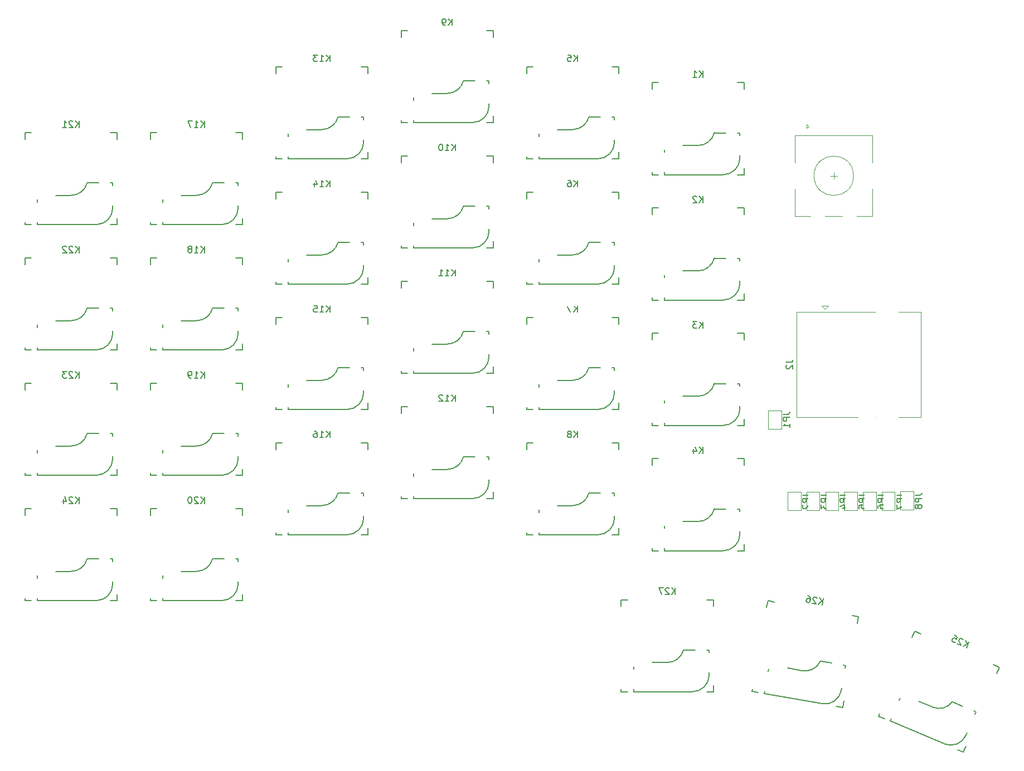
<source format=gbo>
G04 #@! TF.GenerationSoftware,KiCad,Pcbnew,8.0.8*
G04 #@! TF.CreationDate,2025-02-11T03:27:34+10:00*
G04 #@! TF.ProjectId,wetsocks54k,77657473-6f63-46b7-9335-346b2e6b6963,2*
G04 #@! TF.SameCoordinates,Original*
G04 #@! TF.FileFunction,Legend,Bot*
G04 #@! TF.FilePolarity,Positive*
%FSLAX46Y46*%
G04 Gerber Fmt 4.6, Leading zero omitted, Abs format (unit mm)*
G04 Created by KiCad (PCBNEW 8.0.8) date 2025-02-11 03:27:34*
%MOMM*%
%LPD*%
G01*
G04 APERTURE LIST*
G04 Aperture macros list*
%AMRotRect*
0 Rectangle, with rotation*
0 The origin of the aperture is its center*
0 $1 length*
0 $2 width*
0 $3 Rotation angle, in degrees counterclockwise*
0 Add horizontal line*
21,1,$1,$2,0,0,$3*%
%AMFreePoly0*
4,1,6,0.500000,-0.750000,-0.650000,-0.750000,-0.150000,0.000000,-0.650000,0.750000,0.500000,0.750000,0.500000,-0.750000,0.500000,-0.750000,$1*%
%AMFreePoly1*
4,1,6,1.000000,0.000000,0.500000,-0.750000,-0.500000,-0.750000,-0.500000,0.750000,0.500000,0.750000,1.000000,0.000000,1.000000,0.000000,$1*%
G04 Aperture macros list end*
%ADD10C,0.150000*%
%ADD11C,0.120000*%
%ADD12C,0.000000*%
%ADD13C,3.250000*%
%ADD14R,1.500000X1.500000*%
%ADD15C,1.500000*%
%ADD16C,3.000000*%
%ADD17R,1.600000X1.200000*%
%ADD18R,1.600000X1.600000*%
%ADD19C,1.600000*%
%ADD20C,1.701800*%
%ADD21C,3.987800*%
%ADD22R,2.550000X2.500000*%
%ADD23C,2.286000*%
%ADD24R,1.200000X1.600000*%
%ADD25C,1.524000*%
%ADD26RotRect,1.600000X1.200000X67.000000*%
%ADD27RotRect,1.600000X1.600000X67.000000*%
%ADD28RotRect,2.550000X2.500000X350.000000*%
%ADD29RotRect,2.550000X2.500000X337.000000*%
%ADD30FreePoly0,90.000000*%
%ADD31FreePoly1,90.000000*%
%ADD32R,2.000000X2.000000*%
%ADD33C,2.000000*%
%ADD34R,2.000000X3.200000*%
G04 APERTURE END LIST*
D10*
X154593419Y-96781666D02*
X155307704Y-96781666D01*
X155307704Y-96781666D02*
X155450561Y-96734047D01*
X155450561Y-96734047D02*
X155545800Y-96638809D01*
X155545800Y-96638809D02*
X155593419Y-96495952D01*
X155593419Y-96495952D02*
X155593419Y-96400714D01*
X154688657Y-97210238D02*
X154641038Y-97257857D01*
X154641038Y-97257857D02*
X154593419Y-97353095D01*
X154593419Y-97353095D02*
X154593419Y-97591190D01*
X154593419Y-97591190D02*
X154641038Y-97686428D01*
X154641038Y-97686428D02*
X154688657Y-97734047D01*
X154688657Y-97734047D02*
X154783895Y-97781666D01*
X154783895Y-97781666D02*
X154879133Y-97781666D01*
X154879133Y-97781666D02*
X155021990Y-97734047D01*
X155021990Y-97734047D02*
X155593419Y-97162619D01*
X155593419Y-97162619D02*
X155593419Y-97781666D01*
X137749285Y-132064819D02*
X137749285Y-131064819D01*
X137177857Y-132064819D02*
X137606428Y-131493390D01*
X137177857Y-131064819D02*
X137749285Y-131636247D01*
X136796904Y-131160057D02*
X136749285Y-131112438D01*
X136749285Y-131112438D02*
X136654047Y-131064819D01*
X136654047Y-131064819D02*
X136415952Y-131064819D01*
X136415952Y-131064819D02*
X136320714Y-131112438D01*
X136320714Y-131112438D02*
X136273095Y-131160057D01*
X136273095Y-131160057D02*
X136225476Y-131255295D01*
X136225476Y-131255295D02*
X136225476Y-131350533D01*
X136225476Y-131350533D02*
X136273095Y-131493390D01*
X136273095Y-131493390D02*
X136844523Y-132064819D01*
X136844523Y-132064819D02*
X136225476Y-132064819D01*
X135892142Y-131064819D02*
X135225476Y-131064819D01*
X135225476Y-131064819D02*
X135654047Y-132064819D01*
X85272885Y-51064819D02*
X85272885Y-50064819D01*
X84701457Y-51064819D02*
X85130028Y-50493390D01*
X84701457Y-50064819D02*
X85272885Y-50636247D01*
X83749076Y-51064819D02*
X84320504Y-51064819D01*
X84034790Y-51064819D02*
X84034790Y-50064819D01*
X84034790Y-50064819D02*
X84130028Y-50207676D01*
X84130028Y-50207676D02*
X84225266Y-50302914D01*
X84225266Y-50302914D02*
X84320504Y-50350533D01*
X83415742Y-50064819D02*
X82796695Y-50064819D01*
X82796695Y-50064819D02*
X83130028Y-50445771D01*
X83130028Y-50445771D02*
X82987171Y-50445771D01*
X82987171Y-50445771D02*
X82891933Y-50493390D01*
X82891933Y-50493390D02*
X82844314Y-50541009D01*
X82844314Y-50541009D02*
X82796695Y-50636247D01*
X82796695Y-50636247D02*
X82796695Y-50874342D01*
X82796695Y-50874342D02*
X82844314Y-50969580D01*
X82844314Y-50969580D02*
X82891933Y-51017200D01*
X82891933Y-51017200D02*
X82987171Y-51064819D01*
X82987171Y-51064819D02*
X83272885Y-51064819D01*
X83272885Y-51064819D02*
X83368123Y-51017200D01*
X83368123Y-51017200D02*
X83415742Y-50969580D01*
X141946694Y-91584819D02*
X141946694Y-90584819D01*
X141375266Y-91584819D02*
X141803837Y-91013390D01*
X141375266Y-90584819D02*
X141946694Y-91156247D01*
X141041932Y-90584819D02*
X140422885Y-90584819D01*
X140422885Y-90584819D02*
X140756218Y-90965771D01*
X140756218Y-90965771D02*
X140613361Y-90965771D01*
X140613361Y-90965771D02*
X140518123Y-91013390D01*
X140518123Y-91013390D02*
X140470504Y-91061009D01*
X140470504Y-91061009D02*
X140422885Y-91156247D01*
X140422885Y-91156247D02*
X140422885Y-91394342D01*
X140422885Y-91394342D02*
X140470504Y-91489580D01*
X140470504Y-91489580D02*
X140518123Y-91537200D01*
X140518123Y-91537200D02*
X140613361Y-91584819D01*
X140613361Y-91584819D02*
X140899075Y-91584819D01*
X140899075Y-91584819D02*
X140994313Y-91537200D01*
X140994313Y-91537200D02*
X141041932Y-91489580D01*
X141946694Y-53484819D02*
X141946694Y-52484819D01*
X141375266Y-53484819D02*
X141803837Y-52913390D01*
X141375266Y-52484819D02*
X141946694Y-53056247D01*
X140422885Y-53484819D02*
X140994313Y-53484819D01*
X140708599Y-53484819D02*
X140708599Y-52484819D01*
X140708599Y-52484819D02*
X140803837Y-52627676D01*
X140803837Y-52627676D02*
X140899075Y-52722914D01*
X140899075Y-52722914D02*
X140994313Y-52770533D01*
X122896694Y-108214819D02*
X122896694Y-107214819D01*
X122325266Y-108214819D02*
X122753837Y-107643390D01*
X122325266Y-107214819D02*
X122896694Y-107786247D01*
X121753837Y-107643390D02*
X121849075Y-107595771D01*
X121849075Y-107595771D02*
X121896694Y-107548152D01*
X121896694Y-107548152D02*
X121944313Y-107452914D01*
X121944313Y-107452914D02*
X121944313Y-107405295D01*
X121944313Y-107405295D02*
X121896694Y-107310057D01*
X121896694Y-107310057D02*
X121849075Y-107262438D01*
X121849075Y-107262438D02*
X121753837Y-107214819D01*
X121753837Y-107214819D02*
X121563361Y-107214819D01*
X121563361Y-107214819D02*
X121468123Y-107262438D01*
X121468123Y-107262438D02*
X121420504Y-107310057D01*
X121420504Y-107310057D02*
X121372885Y-107405295D01*
X121372885Y-107405295D02*
X121372885Y-107452914D01*
X121372885Y-107452914D02*
X121420504Y-107548152D01*
X121420504Y-107548152D02*
X121468123Y-107595771D01*
X121468123Y-107595771D02*
X121563361Y-107643390D01*
X121563361Y-107643390D02*
X121753837Y-107643390D01*
X121753837Y-107643390D02*
X121849075Y-107691009D01*
X121849075Y-107691009D02*
X121896694Y-107738628D01*
X121896694Y-107738628D02*
X121944313Y-107833866D01*
X121944313Y-107833866D02*
X121944313Y-108024342D01*
X121944313Y-108024342D02*
X121896694Y-108119580D01*
X121896694Y-108119580D02*
X121849075Y-108167200D01*
X121849075Y-108167200D02*
X121753837Y-108214819D01*
X121753837Y-108214819D02*
X121563361Y-108214819D01*
X121563361Y-108214819D02*
X121468123Y-108167200D01*
X121468123Y-108167200D02*
X121420504Y-108119580D01*
X121420504Y-108119580D02*
X121372885Y-108024342D01*
X121372885Y-108024342D02*
X121372885Y-107833866D01*
X121372885Y-107833866D02*
X121420504Y-107738628D01*
X121420504Y-107738628D02*
X121468123Y-107691009D01*
X121468123Y-107691009D02*
X121563361Y-107643390D01*
X104322885Y-102714819D02*
X104322885Y-101714819D01*
X103751457Y-102714819D02*
X104180028Y-102143390D01*
X103751457Y-101714819D02*
X104322885Y-102286247D01*
X102799076Y-102714819D02*
X103370504Y-102714819D01*
X103084790Y-102714819D02*
X103084790Y-101714819D01*
X103084790Y-101714819D02*
X103180028Y-101857676D01*
X103180028Y-101857676D02*
X103275266Y-101952914D01*
X103275266Y-101952914D02*
X103370504Y-102000533D01*
X102418123Y-101810057D02*
X102370504Y-101762438D01*
X102370504Y-101762438D02*
X102275266Y-101714819D01*
X102275266Y-101714819D02*
X102037171Y-101714819D01*
X102037171Y-101714819D02*
X101941933Y-101762438D01*
X101941933Y-101762438D02*
X101894314Y-101810057D01*
X101894314Y-101810057D02*
X101846695Y-101905295D01*
X101846695Y-101905295D02*
X101846695Y-102000533D01*
X101846695Y-102000533D02*
X101894314Y-102143390D01*
X101894314Y-102143390D02*
X102465742Y-102714819D01*
X102465742Y-102714819D02*
X101846695Y-102714819D01*
X104322885Y-83664819D02*
X104322885Y-82664819D01*
X103751457Y-83664819D02*
X104180028Y-83093390D01*
X103751457Y-82664819D02*
X104322885Y-83236247D01*
X102799076Y-83664819D02*
X103370504Y-83664819D01*
X103084790Y-83664819D02*
X103084790Y-82664819D01*
X103084790Y-82664819D02*
X103180028Y-82807676D01*
X103180028Y-82807676D02*
X103275266Y-82902914D01*
X103275266Y-82902914D02*
X103370504Y-82950533D01*
X101846695Y-83664819D02*
X102418123Y-83664819D01*
X102132409Y-83664819D02*
X102132409Y-82664819D01*
X102132409Y-82664819D02*
X102227647Y-82807676D01*
X102227647Y-82807676D02*
X102322885Y-82902914D01*
X102322885Y-82902914D02*
X102418123Y-82950533D01*
X85272885Y-70114819D02*
X85272885Y-69114819D01*
X84701457Y-70114819D02*
X85130028Y-69543390D01*
X84701457Y-69114819D02*
X85272885Y-69686247D01*
X83749076Y-70114819D02*
X84320504Y-70114819D01*
X84034790Y-70114819D02*
X84034790Y-69114819D01*
X84034790Y-69114819D02*
X84130028Y-69257676D01*
X84130028Y-69257676D02*
X84225266Y-69352914D01*
X84225266Y-69352914D02*
X84320504Y-69400533D01*
X82891933Y-69448152D02*
X82891933Y-70114819D01*
X83130028Y-69067200D02*
X83368123Y-69781485D01*
X83368123Y-69781485D02*
X82749076Y-69781485D01*
X47172885Y-118214819D02*
X47172885Y-117214819D01*
X46601457Y-118214819D02*
X47030028Y-117643390D01*
X46601457Y-117214819D02*
X47172885Y-117786247D01*
X46220504Y-117310057D02*
X46172885Y-117262438D01*
X46172885Y-117262438D02*
X46077647Y-117214819D01*
X46077647Y-117214819D02*
X45839552Y-117214819D01*
X45839552Y-117214819D02*
X45744314Y-117262438D01*
X45744314Y-117262438D02*
X45696695Y-117310057D01*
X45696695Y-117310057D02*
X45649076Y-117405295D01*
X45649076Y-117405295D02*
X45649076Y-117500533D01*
X45649076Y-117500533D02*
X45696695Y-117643390D01*
X45696695Y-117643390D02*
X46268123Y-118214819D01*
X46268123Y-118214819D02*
X45649076Y-118214819D01*
X44791933Y-117548152D02*
X44791933Y-118214819D01*
X45030028Y-117167200D02*
X45268123Y-117881485D01*
X45268123Y-117881485D02*
X44649076Y-117881485D01*
X122896694Y-51064819D02*
X122896694Y-50064819D01*
X122325266Y-51064819D02*
X122753837Y-50493390D01*
X122325266Y-50064819D02*
X122896694Y-50636247D01*
X121420504Y-50064819D02*
X121896694Y-50064819D01*
X121896694Y-50064819D02*
X121944313Y-50541009D01*
X121944313Y-50541009D02*
X121896694Y-50493390D01*
X121896694Y-50493390D02*
X121801456Y-50445771D01*
X121801456Y-50445771D02*
X121563361Y-50445771D01*
X121563361Y-50445771D02*
X121468123Y-50493390D01*
X121468123Y-50493390D02*
X121420504Y-50541009D01*
X121420504Y-50541009D02*
X121372885Y-50636247D01*
X121372885Y-50636247D02*
X121372885Y-50874342D01*
X121372885Y-50874342D02*
X121420504Y-50969580D01*
X121420504Y-50969580D02*
X121468123Y-51017200D01*
X121468123Y-51017200D02*
X121563361Y-51064819D01*
X121563361Y-51064819D02*
X121801456Y-51064819D01*
X121801456Y-51064819D02*
X121896694Y-51017200D01*
X121896694Y-51017200D02*
X121944313Y-50969580D01*
X47172885Y-80114819D02*
X47172885Y-79114819D01*
X46601457Y-80114819D02*
X47030028Y-79543390D01*
X46601457Y-79114819D02*
X47172885Y-79686247D01*
X46220504Y-79210057D02*
X46172885Y-79162438D01*
X46172885Y-79162438D02*
X46077647Y-79114819D01*
X46077647Y-79114819D02*
X45839552Y-79114819D01*
X45839552Y-79114819D02*
X45744314Y-79162438D01*
X45744314Y-79162438D02*
X45696695Y-79210057D01*
X45696695Y-79210057D02*
X45649076Y-79305295D01*
X45649076Y-79305295D02*
X45649076Y-79400533D01*
X45649076Y-79400533D02*
X45696695Y-79543390D01*
X45696695Y-79543390D02*
X46268123Y-80114819D01*
X46268123Y-80114819D02*
X45649076Y-80114819D01*
X45268123Y-79210057D02*
X45220504Y-79162438D01*
X45220504Y-79162438D02*
X45125266Y-79114819D01*
X45125266Y-79114819D02*
X44887171Y-79114819D01*
X44887171Y-79114819D02*
X44791933Y-79162438D01*
X44791933Y-79162438D02*
X44744314Y-79210057D01*
X44744314Y-79210057D02*
X44696695Y-79305295D01*
X44696695Y-79305295D02*
X44696695Y-79400533D01*
X44696695Y-79400533D02*
X44744314Y-79543390D01*
X44744314Y-79543390D02*
X45315742Y-80114819D01*
X45315742Y-80114819D02*
X44696695Y-80114819D01*
X141946694Y-110634819D02*
X141946694Y-109634819D01*
X141375266Y-110634819D02*
X141803837Y-110063390D01*
X141375266Y-109634819D02*
X141946694Y-110206247D01*
X140518123Y-109968152D02*
X140518123Y-110634819D01*
X140756218Y-109587200D02*
X140994313Y-110301485D01*
X140994313Y-110301485D02*
X140375266Y-110301485D01*
X66222885Y-99164819D02*
X66222885Y-98164819D01*
X65651457Y-99164819D02*
X66080028Y-98593390D01*
X65651457Y-98164819D02*
X66222885Y-98736247D01*
X64699076Y-99164819D02*
X65270504Y-99164819D01*
X64984790Y-99164819D02*
X64984790Y-98164819D01*
X64984790Y-98164819D02*
X65080028Y-98307676D01*
X65080028Y-98307676D02*
X65175266Y-98402914D01*
X65175266Y-98402914D02*
X65270504Y-98450533D01*
X64222885Y-99164819D02*
X64032409Y-99164819D01*
X64032409Y-99164819D02*
X63937171Y-99117200D01*
X63937171Y-99117200D02*
X63889552Y-99069580D01*
X63889552Y-99069580D02*
X63794314Y-98926723D01*
X63794314Y-98926723D02*
X63746695Y-98736247D01*
X63746695Y-98736247D02*
X63746695Y-98355295D01*
X63746695Y-98355295D02*
X63794314Y-98260057D01*
X63794314Y-98260057D02*
X63841933Y-98212438D01*
X63841933Y-98212438D02*
X63937171Y-98164819D01*
X63937171Y-98164819D02*
X64127647Y-98164819D01*
X64127647Y-98164819D02*
X64222885Y-98212438D01*
X64222885Y-98212438D02*
X64270504Y-98260057D01*
X64270504Y-98260057D02*
X64318123Y-98355295D01*
X64318123Y-98355295D02*
X64318123Y-98593390D01*
X64318123Y-98593390D02*
X64270504Y-98688628D01*
X64270504Y-98688628D02*
X64222885Y-98736247D01*
X64222885Y-98736247D02*
X64127647Y-98783866D01*
X64127647Y-98783866D02*
X63937171Y-98783866D01*
X63937171Y-98783866D02*
X63841933Y-98736247D01*
X63841933Y-98736247D02*
X63794314Y-98688628D01*
X63794314Y-98688628D02*
X63746695Y-98593390D01*
X47172885Y-61064819D02*
X47172885Y-60064819D01*
X46601457Y-61064819D02*
X47030028Y-60493390D01*
X46601457Y-60064819D02*
X47172885Y-60636247D01*
X46220504Y-60160057D02*
X46172885Y-60112438D01*
X46172885Y-60112438D02*
X46077647Y-60064819D01*
X46077647Y-60064819D02*
X45839552Y-60064819D01*
X45839552Y-60064819D02*
X45744314Y-60112438D01*
X45744314Y-60112438D02*
X45696695Y-60160057D01*
X45696695Y-60160057D02*
X45649076Y-60255295D01*
X45649076Y-60255295D02*
X45649076Y-60350533D01*
X45649076Y-60350533D02*
X45696695Y-60493390D01*
X45696695Y-60493390D02*
X46268123Y-61064819D01*
X46268123Y-61064819D02*
X45649076Y-61064819D01*
X44696695Y-61064819D02*
X45268123Y-61064819D01*
X44982409Y-61064819D02*
X44982409Y-60064819D01*
X44982409Y-60064819D02*
X45077647Y-60207676D01*
X45077647Y-60207676D02*
X45172885Y-60302914D01*
X45172885Y-60302914D02*
X45268123Y-60350533D01*
X85272885Y-89164819D02*
X85272885Y-88164819D01*
X84701457Y-89164819D02*
X85130028Y-88593390D01*
X84701457Y-88164819D02*
X85272885Y-88736247D01*
X83749076Y-89164819D02*
X84320504Y-89164819D01*
X84034790Y-89164819D02*
X84034790Y-88164819D01*
X84034790Y-88164819D02*
X84130028Y-88307676D01*
X84130028Y-88307676D02*
X84225266Y-88402914D01*
X84225266Y-88402914D02*
X84320504Y-88450533D01*
X82844314Y-88164819D02*
X83320504Y-88164819D01*
X83320504Y-88164819D02*
X83368123Y-88641009D01*
X83368123Y-88641009D02*
X83320504Y-88593390D01*
X83320504Y-88593390D02*
X83225266Y-88545771D01*
X83225266Y-88545771D02*
X82987171Y-88545771D01*
X82987171Y-88545771D02*
X82891933Y-88593390D01*
X82891933Y-88593390D02*
X82844314Y-88641009D01*
X82844314Y-88641009D02*
X82796695Y-88736247D01*
X82796695Y-88736247D02*
X82796695Y-88974342D01*
X82796695Y-88974342D02*
X82844314Y-89069580D01*
X82844314Y-89069580D02*
X82891933Y-89117200D01*
X82891933Y-89117200D02*
X82987171Y-89164819D01*
X82987171Y-89164819D02*
X83225266Y-89164819D01*
X83225266Y-89164819D02*
X83320504Y-89117200D01*
X83320504Y-89117200D02*
X83368123Y-89069580D01*
X66222886Y-61064819D02*
X66222886Y-60064819D01*
X65651458Y-61064819D02*
X66080029Y-60493390D01*
X65651458Y-60064819D02*
X66222886Y-60636247D01*
X64699077Y-61064819D02*
X65270505Y-61064819D01*
X64984791Y-61064819D02*
X64984791Y-60064819D01*
X64984791Y-60064819D02*
X65080029Y-60207676D01*
X65080029Y-60207676D02*
X65175267Y-60302914D01*
X65175267Y-60302914D02*
X65270505Y-60350533D01*
X64365743Y-60064819D02*
X63699077Y-60064819D01*
X63699077Y-60064819D02*
X64127648Y-61064819D01*
X66222885Y-80114819D02*
X66222885Y-79114819D01*
X65651457Y-80114819D02*
X66080028Y-79543390D01*
X65651457Y-79114819D02*
X66222885Y-79686247D01*
X64699076Y-80114819D02*
X65270504Y-80114819D01*
X64984790Y-80114819D02*
X64984790Y-79114819D01*
X64984790Y-79114819D02*
X65080028Y-79257676D01*
X65080028Y-79257676D02*
X65175266Y-79352914D01*
X65175266Y-79352914D02*
X65270504Y-79400533D01*
X64127647Y-79543390D02*
X64222885Y-79495771D01*
X64222885Y-79495771D02*
X64270504Y-79448152D01*
X64270504Y-79448152D02*
X64318123Y-79352914D01*
X64318123Y-79352914D02*
X64318123Y-79305295D01*
X64318123Y-79305295D02*
X64270504Y-79210057D01*
X64270504Y-79210057D02*
X64222885Y-79162438D01*
X64222885Y-79162438D02*
X64127647Y-79114819D01*
X64127647Y-79114819D02*
X63937171Y-79114819D01*
X63937171Y-79114819D02*
X63841933Y-79162438D01*
X63841933Y-79162438D02*
X63794314Y-79210057D01*
X63794314Y-79210057D02*
X63746695Y-79305295D01*
X63746695Y-79305295D02*
X63746695Y-79352914D01*
X63746695Y-79352914D02*
X63794314Y-79448152D01*
X63794314Y-79448152D02*
X63841933Y-79495771D01*
X63841933Y-79495771D02*
X63937171Y-79543390D01*
X63937171Y-79543390D02*
X64127647Y-79543390D01*
X64127647Y-79543390D02*
X64222885Y-79591009D01*
X64222885Y-79591009D02*
X64270504Y-79638628D01*
X64270504Y-79638628D02*
X64318123Y-79733866D01*
X64318123Y-79733866D02*
X64318123Y-79924342D01*
X64318123Y-79924342D02*
X64270504Y-80019580D01*
X64270504Y-80019580D02*
X64222885Y-80067200D01*
X64222885Y-80067200D02*
X64127647Y-80114819D01*
X64127647Y-80114819D02*
X63937171Y-80114819D01*
X63937171Y-80114819D02*
X63841933Y-80067200D01*
X63841933Y-80067200D02*
X63794314Y-80019580D01*
X63794314Y-80019580D02*
X63746695Y-79924342D01*
X63746695Y-79924342D02*
X63746695Y-79733866D01*
X63746695Y-79733866D02*
X63794314Y-79638628D01*
X63794314Y-79638628D02*
X63841933Y-79591009D01*
X63841933Y-79591009D02*
X63937171Y-79543390D01*
X160039365Y-133664179D02*
X160213013Y-132679372D01*
X159476618Y-133564952D02*
X159997906Y-133076625D01*
X159650266Y-132580144D02*
X160113786Y-133242119D01*
X159258563Y-132607784D02*
X159219936Y-132552619D01*
X159219936Y-132552619D02*
X159134414Y-132489185D01*
X159134414Y-132489185D02*
X158899936Y-132447841D01*
X158899936Y-132447841D02*
X158797876Y-132478198D01*
X158797876Y-132478198D02*
X158742711Y-132516825D01*
X158742711Y-132516825D02*
X158679278Y-132602347D01*
X158679278Y-132602347D02*
X158662740Y-132696138D01*
X158662740Y-132696138D02*
X158684829Y-132845094D01*
X158684829Y-132845094D02*
X159148348Y-133507069D01*
X159148348Y-133507069D02*
X158538706Y-133399573D01*
X157868233Y-132265924D02*
X158055815Y-132298999D01*
X158055815Y-132298999D02*
X158141337Y-132362433D01*
X158141337Y-132362433D02*
X158179964Y-132417597D01*
X158179964Y-132417597D02*
X158248948Y-132574822D01*
X158248948Y-132574822D02*
X158262768Y-132770674D01*
X158262768Y-132770674D02*
X158196617Y-133145838D01*
X158196617Y-133145838D02*
X158133183Y-133231361D01*
X158133183Y-133231361D02*
X158078018Y-133269987D01*
X158078018Y-133269987D02*
X157975958Y-133300345D01*
X157975958Y-133300345D02*
X157788376Y-133267269D01*
X157788376Y-133267269D02*
X157702854Y-133203836D01*
X157702854Y-133203836D02*
X157664227Y-133148671D01*
X157664227Y-133148671D02*
X157633869Y-133046611D01*
X157633869Y-133046611D02*
X157675214Y-132812133D01*
X157675214Y-132812133D02*
X157738648Y-132726611D01*
X157738648Y-132726611D02*
X157793812Y-132687984D01*
X157793812Y-132687984D02*
X157895872Y-132657626D01*
X157895872Y-132657626D02*
X158083455Y-132690702D01*
X158083455Y-132690702D02*
X158168977Y-132754136D01*
X158168977Y-132754136D02*
X158207604Y-132809300D01*
X158207604Y-132809300D02*
X158237961Y-132911360D01*
X66222885Y-118214819D02*
X66222885Y-117214819D01*
X65651457Y-118214819D02*
X66080028Y-117643390D01*
X65651457Y-117214819D02*
X66222885Y-117786247D01*
X65270504Y-117310057D02*
X65222885Y-117262438D01*
X65222885Y-117262438D02*
X65127647Y-117214819D01*
X65127647Y-117214819D02*
X64889552Y-117214819D01*
X64889552Y-117214819D02*
X64794314Y-117262438D01*
X64794314Y-117262438D02*
X64746695Y-117310057D01*
X64746695Y-117310057D02*
X64699076Y-117405295D01*
X64699076Y-117405295D02*
X64699076Y-117500533D01*
X64699076Y-117500533D02*
X64746695Y-117643390D01*
X64746695Y-117643390D02*
X65318123Y-118214819D01*
X65318123Y-118214819D02*
X64699076Y-118214819D01*
X64080028Y-117214819D02*
X63984790Y-117214819D01*
X63984790Y-117214819D02*
X63889552Y-117262438D01*
X63889552Y-117262438D02*
X63841933Y-117310057D01*
X63841933Y-117310057D02*
X63794314Y-117405295D01*
X63794314Y-117405295D02*
X63746695Y-117595771D01*
X63746695Y-117595771D02*
X63746695Y-117833866D01*
X63746695Y-117833866D02*
X63794314Y-118024342D01*
X63794314Y-118024342D02*
X63841933Y-118119580D01*
X63841933Y-118119580D02*
X63889552Y-118167200D01*
X63889552Y-118167200D02*
X63984790Y-118214819D01*
X63984790Y-118214819D02*
X64080028Y-118214819D01*
X64080028Y-118214819D02*
X64175266Y-118167200D01*
X64175266Y-118167200D02*
X64222885Y-118119580D01*
X64222885Y-118119580D02*
X64270504Y-118024342D01*
X64270504Y-118024342D02*
X64318123Y-117833866D01*
X64318123Y-117833866D02*
X64318123Y-117595771D01*
X64318123Y-117595771D02*
X64270504Y-117405295D01*
X64270504Y-117405295D02*
X64222885Y-117310057D01*
X64222885Y-117310057D02*
X64175266Y-117262438D01*
X64175266Y-117262438D02*
X64080028Y-117214819D01*
X104322885Y-64614819D02*
X104322885Y-63614819D01*
X103751457Y-64614819D02*
X104180028Y-64043390D01*
X103751457Y-63614819D02*
X104322885Y-64186247D01*
X102799076Y-64614819D02*
X103370504Y-64614819D01*
X103084790Y-64614819D02*
X103084790Y-63614819D01*
X103084790Y-63614819D02*
X103180028Y-63757676D01*
X103180028Y-63757676D02*
X103275266Y-63852914D01*
X103275266Y-63852914D02*
X103370504Y-63900533D01*
X102180028Y-63614819D02*
X102084790Y-63614819D01*
X102084790Y-63614819D02*
X101989552Y-63662438D01*
X101989552Y-63662438D02*
X101941933Y-63710057D01*
X101941933Y-63710057D02*
X101894314Y-63805295D01*
X101894314Y-63805295D02*
X101846695Y-63995771D01*
X101846695Y-63995771D02*
X101846695Y-64233866D01*
X101846695Y-64233866D02*
X101894314Y-64424342D01*
X101894314Y-64424342D02*
X101941933Y-64519580D01*
X101941933Y-64519580D02*
X101989552Y-64567200D01*
X101989552Y-64567200D02*
X102084790Y-64614819D01*
X102084790Y-64614819D02*
X102180028Y-64614819D01*
X102180028Y-64614819D02*
X102275266Y-64567200D01*
X102275266Y-64567200D02*
X102322885Y-64519580D01*
X102322885Y-64519580D02*
X102370504Y-64424342D01*
X102370504Y-64424342D02*
X102418123Y-64233866D01*
X102418123Y-64233866D02*
X102418123Y-63995771D01*
X102418123Y-63995771D02*
X102370504Y-63805295D01*
X102370504Y-63805295D02*
X102322885Y-63710057D01*
X102322885Y-63710057D02*
X102275266Y-63662438D01*
X102275266Y-63662438D02*
X102180028Y-63614819D01*
X141946694Y-72534819D02*
X141946694Y-71534819D01*
X141375266Y-72534819D02*
X141803837Y-71963390D01*
X141375266Y-71534819D02*
X141946694Y-72106247D01*
X140994313Y-71630057D02*
X140946694Y-71582438D01*
X140946694Y-71582438D02*
X140851456Y-71534819D01*
X140851456Y-71534819D02*
X140613361Y-71534819D01*
X140613361Y-71534819D02*
X140518123Y-71582438D01*
X140518123Y-71582438D02*
X140470504Y-71630057D01*
X140470504Y-71630057D02*
X140422885Y-71725295D01*
X140422885Y-71725295D02*
X140422885Y-71820533D01*
X140422885Y-71820533D02*
X140470504Y-71963390D01*
X140470504Y-71963390D02*
X141041932Y-72534819D01*
X141041932Y-72534819D02*
X140422885Y-72534819D01*
X122896694Y-89164819D02*
X122896694Y-88164819D01*
X122325266Y-89164819D02*
X122753837Y-88593390D01*
X122325266Y-88164819D02*
X122896694Y-88736247D01*
X121991932Y-88164819D02*
X121325266Y-88164819D01*
X121325266Y-88164819D02*
X121753837Y-89164819D01*
X181975528Y-140145062D02*
X182366260Y-139224557D01*
X181449526Y-139921787D02*
X182067303Y-139563240D01*
X181840257Y-139001282D02*
X182142985Y-139750560D01*
X181452376Y-138940099D02*
X181427149Y-138877659D01*
X181427149Y-138877659D02*
X181358088Y-138796613D01*
X181358088Y-138796613D02*
X181138920Y-138703582D01*
X181138920Y-138703582D02*
X181032646Y-138710203D01*
X181032646Y-138710203D02*
X180970207Y-138735431D01*
X180970207Y-138735431D02*
X180889161Y-138804491D01*
X180889161Y-138804491D02*
X180851948Y-138892159D01*
X180851948Y-138892159D02*
X180839963Y-139042266D01*
X180839963Y-139042266D02*
X181142691Y-139791543D01*
X181142691Y-139791543D02*
X180572854Y-139549662D01*
X180130748Y-138275639D02*
X180569083Y-138461701D01*
X180569083Y-138461701D02*
X180426855Y-138918643D01*
X180426855Y-138918643D02*
X180401627Y-138856203D01*
X180401627Y-138856203D02*
X180332566Y-138775157D01*
X180332566Y-138775157D02*
X180113399Y-138682126D01*
X180113399Y-138682126D02*
X180007125Y-138688747D01*
X180007125Y-138688747D02*
X179944685Y-138713974D01*
X179944685Y-138713974D02*
X179863639Y-138783035D01*
X179863639Y-138783035D02*
X179770608Y-139002203D01*
X179770608Y-139002203D02*
X179777229Y-139108476D01*
X179777229Y-139108476D02*
X179802456Y-139170916D01*
X179802456Y-139170916D02*
X179871517Y-139251962D01*
X179871517Y-139251962D02*
X180090685Y-139344993D01*
X180090685Y-139344993D02*
X180196959Y-139338372D01*
X180196959Y-139338372D02*
X180259398Y-139313145D01*
X85272884Y-108214819D02*
X85272884Y-107214819D01*
X84701456Y-108214819D02*
X85130027Y-107643390D01*
X84701456Y-107214819D02*
X85272884Y-107786247D01*
X83749075Y-108214819D02*
X84320503Y-108214819D01*
X84034789Y-108214819D02*
X84034789Y-107214819D01*
X84034789Y-107214819D02*
X84130027Y-107357676D01*
X84130027Y-107357676D02*
X84225265Y-107452914D01*
X84225265Y-107452914D02*
X84320503Y-107500533D01*
X82891932Y-107214819D02*
X83082408Y-107214819D01*
X83082408Y-107214819D02*
X83177646Y-107262438D01*
X83177646Y-107262438D02*
X83225265Y-107310057D01*
X83225265Y-107310057D02*
X83320503Y-107452914D01*
X83320503Y-107452914D02*
X83368122Y-107643390D01*
X83368122Y-107643390D02*
X83368122Y-108024342D01*
X83368122Y-108024342D02*
X83320503Y-108119580D01*
X83320503Y-108119580D02*
X83272884Y-108167200D01*
X83272884Y-108167200D02*
X83177646Y-108214819D01*
X83177646Y-108214819D02*
X82987170Y-108214819D01*
X82987170Y-108214819D02*
X82891932Y-108167200D01*
X82891932Y-108167200D02*
X82844313Y-108119580D01*
X82844313Y-108119580D02*
X82796694Y-108024342D01*
X82796694Y-108024342D02*
X82796694Y-107786247D01*
X82796694Y-107786247D02*
X82844313Y-107691009D01*
X82844313Y-107691009D02*
X82891932Y-107643390D01*
X82891932Y-107643390D02*
X82987170Y-107595771D01*
X82987170Y-107595771D02*
X83177646Y-107595771D01*
X83177646Y-107595771D02*
X83272884Y-107643390D01*
X83272884Y-107643390D02*
X83320503Y-107691009D01*
X83320503Y-107691009D02*
X83368122Y-107786247D01*
X47172885Y-99164819D02*
X47172885Y-98164819D01*
X46601457Y-99164819D02*
X47030028Y-98593390D01*
X46601457Y-98164819D02*
X47172885Y-98736247D01*
X46220504Y-98260057D02*
X46172885Y-98212438D01*
X46172885Y-98212438D02*
X46077647Y-98164819D01*
X46077647Y-98164819D02*
X45839552Y-98164819D01*
X45839552Y-98164819D02*
X45744314Y-98212438D01*
X45744314Y-98212438D02*
X45696695Y-98260057D01*
X45696695Y-98260057D02*
X45649076Y-98355295D01*
X45649076Y-98355295D02*
X45649076Y-98450533D01*
X45649076Y-98450533D02*
X45696695Y-98593390D01*
X45696695Y-98593390D02*
X46268123Y-99164819D01*
X46268123Y-99164819D02*
X45649076Y-99164819D01*
X45315742Y-98164819D02*
X44696695Y-98164819D01*
X44696695Y-98164819D02*
X45030028Y-98545771D01*
X45030028Y-98545771D02*
X44887171Y-98545771D01*
X44887171Y-98545771D02*
X44791933Y-98593390D01*
X44791933Y-98593390D02*
X44744314Y-98641009D01*
X44744314Y-98641009D02*
X44696695Y-98736247D01*
X44696695Y-98736247D02*
X44696695Y-98974342D01*
X44696695Y-98974342D02*
X44744314Y-99069580D01*
X44744314Y-99069580D02*
X44791933Y-99117200D01*
X44791933Y-99117200D02*
X44887171Y-99164819D01*
X44887171Y-99164819D02*
X45172885Y-99164819D01*
X45172885Y-99164819D02*
X45268123Y-99117200D01*
X45268123Y-99117200D02*
X45315742Y-99069580D01*
X103846694Y-45564819D02*
X103846694Y-44564819D01*
X103275266Y-45564819D02*
X103703837Y-44993390D01*
X103275266Y-44564819D02*
X103846694Y-45136247D01*
X102799075Y-45564819D02*
X102608599Y-45564819D01*
X102608599Y-45564819D02*
X102513361Y-45517200D01*
X102513361Y-45517200D02*
X102465742Y-45469580D01*
X102465742Y-45469580D02*
X102370504Y-45326723D01*
X102370504Y-45326723D02*
X102322885Y-45136247D01*
X102322885Y-45136247D02*
X102322885Y-44755295D01*
X102322885Y-44755295D02*
X102370504Y-44660057D01*
X102370504Y-44660057D02*
X102418123Y-44612438D01*
X102418123Y-44612438D02*
X102513361Y-44564819D01*
X102513361Y-44564819D02*
X102703837Y-44564819D01*
X102703837Y-44564819D02*
X102799075Y-44612438D01*
X102799075Y-44612438D02*
X102846694Y-44660057D01*
X102846694Y-44660057D02*
X102894313Y-44755295D01*
X102894313Y-44755295D02*
X102894313Y-44993390D01*
X102894313Y-44993390D02*
X102846694Y-45088628D01*
X102846694Y-45088628D02*
X102799075Y-45136247D01*
X102799075Y-45136247D02*
X102703837Y-45183866D01*
X102703837Y-45183866D02*
X102513361Y-45183866D01*
X102513361Y-45183866D02*
X102418123Y-45136247D01*
X102418123Y-45136247D02*
X102370504Y-45088628D01*
X102370504Y-45088628D02*
X102322885Y-44993390D01*
X122896694Y-70114819D02*
X122896694Y-69114819D01*
X122325266Y-70114819D02*
X122753837Y-69543390D01*
X122325266Y-69114819D02*
X122896694Y-69686247D01*
X121468123Y-69114819D02*
X121658599Y-69114819D01*
X121658599Y-69114819D02*
X121753837Y-69162438D01*
X121753837Y-69162438D02*
X121801456Y-69210057D01*
X121801456Y-69210057D02*
X121896694Y-69352914D01*
X121896694Y-69352914D02*
X121944313Y-69543390D01*
X121944313Y-69543390D02*
X121944313Y-69924342D01*
X121944313Y-69924342D02*
X121896694Y-70019580D01*
X121896694Y-70019580D02*
X121849075Y-70067200D01*
X121849075Y-70067200D02*
X121753837Y-70114819D01*
X121753837Y-70114819D02*
X121563361Y-70114819D01*
X121563361Y-70114819D02*
X121468123Y-70067200D01*
X121468123Y-70067200D02*
X121420504Y-70019580D01*
X121420504Y-70019580D02*
X121372885Y-69924342D01*
X121372885Y-69924342D02*
X121372885Y-69686247D01*
X121372885Y-69686247D02*
X121420504Y-69591009D01*
X121420504Y-69591009D02*
X121468123Y-69543390D01*
X121468123Y-69543390D02*
X121563361Y-69495771D01*
X121563361Y-69495771D02*
X121753837Y-69495771D01*
X121753837Y-69495771D02*
X121849075Y-69543390D01*
X121849075Y-69543390D02*
X121896694Y-69591009D01*
X121896694Y-69591009D02*
X121944313Y-69686247D01*
X174190642Y-116986893D02*
X174904927Y-116986893D01*
X174904927Y-116986893D02*
X175047784Y-116939274D01*
X175047784Y-116939274D02*
X175143023Y-116844036D01*
X175143023Y-116844036D02*
X175190642Y-116701179D01*
X175190642Y-116701179D02*
X175190642Y-116605941D01*
X175190642Y-117463084D02*
X174190642Y-117463084D01*
X174190642Y-117463084D02*
X174190642Y-117844036D01*
X174190642Y-117844036D02*
X174238261Y-117939274D01*
X174238261Y-117939274D02*
X174285880Y-117986893D01*
X174285880Y-117986893D02*
X174381118Y-118034512D01*
X174381118Y-118034512D02*
X174523975Y-118034512D01*
X174523975Y-118034512D02*
X174619213Y-117986893D01*
X174619213Y-117986893D02*
X174666832Y-117939274D01*
X174666832Y-117939274D02*
X174714451Y-117844036D01*
X174714451Y-117844036D02*
X174714451Y-117463084D01*
X174619213Y-118605941D02*
X174571594Y-118510703D01*
X174571594Y-118510703D02*
X174523975Y-118463084D01*
X174523975Y-118463084D02*
X174428737Y-118415465D01*
X174428737Y-118415465D02*
X174381118Y-118415465D01*
X174381118Y-118415465D02*
X174285880Y-118463084D01*
X174285880Y-118463084D02*
X174238261Y-118510703D01*
X174238261Y-118510703D02*
X174190642Y-118605941D01*
X174190642Y-118605941D02*
X174190642Y-118796417D01*
X174190642Y-118796417D02*
X174238261Y-118891655D01*
X174238261Y-118891655D02*
X174285880Y-118939274D01*
X174285880Y-118939274D02*
X174381118Y-118986893D01*
X174381118Y-118986893D02*
X174428737Y-118986893D01*
X174428737Y-118986893D02*
X174523975Y-118939274D01*
X174523975Y-118939274D02*
X174571594Y-118891655D01*
X174571594Y-118891655D02*
X174619213Y-118796417D01*
X174619213Y-118796417D02*
X174619213Y-118605941D01*
X174619213Y-118605941D02*
X174666832Y-118510703D01*
X174666832Y-118510703D02*
X174714451Y-118463084D01*
X174714451Y-118463084D02*
X174809689Y-118415465D01*
X174809689Y-118415465D02*
X175000165Y-118415465D01*
X175000165Y-118415465D02*
X175095403Y-118463084D01*
X175095403Y-118463084D02*
X175143023Y-118510703D01*
X175143023Y-118510703D02*
X175190642Y-118605941D01*
X175190642Y-118605941D02*
X175190642Y-118796417D01*
X175190642Y-118796417D02*
X175143023Y-118891655D01*
X175143023Y-118891655D02*
X175095403Y-118939274D01*
X175095403Y-118939274D02*
X175000165Y-118986893D01*
X175000165Y-118986893D02*
X174809689Y-118986893D01*
X174809689Y-118986893D02*
X174714451Y-118939274D01*
X174714451Y-118939274D02*
X174666832Y-118891655D01*
X174666832Y-118891655D02*
X174619213Y-118796417D01*
X165648418Y-117026666D02*
X166362703Y-117026666D01*
X166362703Y-117026666D02*
X166505560Y-116979047D01*
X166505560Y-116979047D02*
X166600799Y-116883809D01*
X166600799Y-116883809D02*
X166648418Y-116740952D01*
X166648418Y-116740952D02*
X166648418Y-116645714D01*
X166648418Y-117502857D02*
X165648418Y-117502857D01*
X165648418Y-117502857D02*
X165648418Y-117883809D01*
X165648418Y-117883809D02*
X165696037Y-117979047D01*
X165696037Y-117979047D02*
X165743656Y-118026666D01*
X165743656Y-118026666D02*
X165838894Y-118074285D01*
X165838894Y-118074285D02*
X165981751Y-118074285D01*
X165981751Y-118074285D02*
X166076989Y-118026666D01*
X166076989Y-118026666D02*
X166124608Y-117979047D01*
X166124608Y-117979047D02*
X166172227Y-117883809D01*
X166172227Y-117883809D02*
X166172227Y-117502857D01*
X165648418Y-118979047D02*
X165648418Y-118502857D01*
X165648418Y-118502857D02*
X166124608Y-118455238D01*
X166124608Y-118455238D02*
X166076989Y-118502857D01*
X166076989Y-118502857D02*
X166029370Y-118598095D01*
X166029370Y-118598095D02*
X166029370Y-118836190D01*
X166029370Y-118836190D02*
X166076989Y-118931428D01*
X166076989Y-118931428D02*
X166124608Y-118979047D01*
X166124608Y-118979047D02*
X166219846Y-119026666D01*
X166219846Y-119026666D02*
X166457941Y-119026666D01*
X166457941Y-119026666D02*
X166553179Y-118979047D01*
X166553179Y-118979047D02*
X166600799Y-118931428D01*
X166600799Y-118931428D02*
X166648418Y-118836190D01*
X166648418Y-118836190D02*
X166648418Y-118598095D01*
X166648418Y-118598095D02*
X166600799Y-118502857D01*
X166600799Y-118502857D02*
X166553179Y-118455238D01*
X154145753Y-104684666D02*
X154860038Y-104684666D01*
X154860038Y-104684666D02*
X155002895Y-104637047D01*
X155002895Y-104637047D02*
X155098134Y-104541809D01*
X155098134Y-104541809D02*
X155145753Y-104398952D01*
X155145753Y-104398952D02*
X155145753Y-104303714D01*
X155145753Y-105160857D02*
X154145753Y-105160857D01*
X154145753Y-105160857D02*
X154145753Y-105541809D01*
X154145753Y-105541809D02*
X154193372Y-105637047D01*
X154193372Y-105637047D02*
X154240991Y-105684666D01*
X154240991Y-105684666D02*
X154336229Y-105732285D01*
X154336229Y-105732285D02*
X154479086Y-105732285D01*
X154479086Y-105732285D02*
X154574324Y-105684666D01*
X154574324Y-105684666D02*
X154621943Y-105637047D01*
X154621943Y-105637047D02*
X154669562Y-105541809D01*
X154669562Y-105541809D02*
X154669562Y-105160857D01*
X155145753Y-106684666D02*
X155145753Y-106113238D01*
X155145753Y-106398952D02*
X154145753Y-106398952D01*
X154145753Y-106398952D02*
X154288610Y-106303714D01*
X154288610Y-106303714D02*
X154383848Y-106208476D01*
X154383848Y-106208476D02*
X154431467Y-106113238D01*
X157073419Y-117026666D02*
X157787704Y-117026666D01*
X157787704Y-117026666D02*
X157930561Y-116979047D01*
X157930561Y-116979047D02*
X158025800Y-116883809D01*
X158025800Y-116883809D02*
X158073419Y-116740952D01*
X158073419Y-116740952D02*
X158073419Y-116645714D01*
X158073419Y-117502857D02*
X157073419Y-117502857D01*
X157073419Y-117502857D02*
X157073419Y-117883809D01*
X157073419Y-117883809D02*
X157121038Y-117979047D01*
X157121038Y-117979047D02*
X157168657Y-118026666D01*
X157168657Y-118026666D02*
X157263895Y-118074285D01*
X157263895Y-118074285D02*
X157406752Y-118074285D01*
X157406752Y-118074285D02*
X157501990Y-118026666D01*
X157501990Y-118026666D02*
X157549609Y-117979047D01*
X157549609Y-117979047D02*
X157597228Y-117883809D01*
X157597228Y-117883809D02*
X157597228Y-117502857D01*
X157168657Y-118455238D02*
X157121038Y-118502857D01*
X157121038Y-118502857D02*
X157073419Y-118598095D01*
X157073419Y-118598095D02*
X157073419Y-118836190D01*
X157073419Y-118836190D02*
X157121038Y-118931428D01*
X157121038Y-118931428D02*
X157168657Y-118979047D01*
X157168657Y-118979047D02*
X157263895Y-119026666D01*
X157263895Y-119026666D02*
X157359133Y-119026666D01*
X157359133Y-119026666D02*
X157501990Y-118979047D01*
X157501990Y-118979047D02*
X158073419Y-118407619D01*
X158073419Y-118407619D02*
X158073419Y-119026666D01*
X162790085Y-117026666D02*
X163504370Y-117026666D01*
X163504370Y-117026666D02*
X163647227Y-116979047D01*
X163647227Y-116979047D02*
X163742466Y-116883809D01*
X163742466Y-116883809D02*
X163790085Y-116740952D01*
X163790085Y-116740952D02*
X163790085Y-116645714D01*
X163790085Y-117502857D02*
X162790085Y-117502857D01*
X162790085Y-117502857D02*
X162790085Y-117883809D01*
X162790085Y-117883809D02*
X162837704Y-117979047D01*
X162837704Y-117979047D02*
X162885323Y-118026666D01*
X162885323Y-118026666D02*
X162980561Y-118074285D01*
X162980561Y-118074285D02*
X163123418Y-118074285D01*
X163123418Y-118074285D02*
X163218656Y-118026666D01*
X163218656Y-118026666D02*
X163266275Y-117979047D01*
X163266275Y-117979047D02*
X163313894Y-117883809D01*
X163313894Y-117883809D02*
X163313894Y-117502857D01*
X163123418Y-118931428D02*
X163790085Y-118931428D01*
X162742466Y-118693333D02*
X163456751Y-118455238D01*
X163456751Y-118455238D02*
X163456751Y-119074285D01*
X159931752Y-117026666D02*
X160646037Y-117026666D01*
X160646037Y-117026666D02*
X160788894Y-116979047D01*
X160788894Y-116979047D02*
X160884133Y-116883809D01*
X160884133Y-116883809D02*
X160931752Y-116740952D01*
X160931752Y-116740952D02*
X160931752Y-116645714D01*
X160931752Y-117502857D02*
X159931752Y-117502857D01*
X159931752Y-117502857D02*
X159931752Y-117883809D01*
X159931752Y-117883809D02*
X159979371Y-117979047D01*
X159979371Y-117979047D02*
X160026990Y-118026666D01*
X160026990Y-118026666D02*
X160122228Y-118074285D01*
X160122228Y-118074285D02*
X160265085Y-118074285D01*
X160265085Y-118074285D02*
X160360323Y-118026666D01*
X160360323Y-118026666D02*
X160407942Y-117979047D01*
X160407942Y-117979047D02*
X160455561Y-117883809D01*
X160455561Y-117883809D02*
X160455561Y-117502857D01*
X159931752Y-118407619D02*
X159931752Y-119026666D01*
X159931752Y-119026666D02*
X160312704Y-118693333D01*
X160312704Y-118693333D02*
X160312704Y-118836190D01*
X160312704Y-118836190D02*
X160360323Y-118931428D01*
X160360323Y-118931428D02*
X160407942Y-118979047D01*
X160407942Y-118979047D02*
X160503180Y-119026666D01*
X160503180Y-119026666D02*
X160741275Y-119026666D01*
X160741275Y-119026666D02*
X160836513Y-118979047D01*
X160836513Y-118979047D02*
X160884133Y-118931428D01*
X160884133Y-118931428D02*
X160931752Y-118836190D01*
X160931752Y-118836190D02*
X160931752Y-118550476D01*
X160931752Y-118550476D02*
X160884133Y-118455238D01*
X160884133Y-118455238D02*
X160836513Y-118407619D01*
X171365086Y-117026666D02*
X172079371Y-117026666D01*
X172079371Y-117026666D02*
X172222228Y-116979047D01*
X172222228Y-116979047D02*
X172317467Y-116883809D01*
X172317467Y-116883809D02*
X172365086Y-116740952D01*
X172365086Y-116740952D02*
X172365086Y-116645714D01*
X172365086Y-117502857D02*
X171365086Y-117502857D01*
X171365086Y-117502857D02*
X171365086Y-117883809D01*
X171365086Y-117883809D02*
X171412705Y-117979047D01*
X171412705Y-117979047D02*
X171460324Y-118026666D01*
X171460324Y-118026666D02*
X171555562Y-118074285D01*
X171555562Y-118074285D02*
X171698419Y-118074285D01*
X171698419Y-118074285D02*
X171793657Y-118026666D01*
X171793657Y-118026666D02*
X171841276Y-117979047D01*
X171841276Y-117979047D02*
X171888895Y-117883809D01*
X171888895Y-117883809D02*
X171888895Y-117502857D01*
X171365086Y-118407619D02*
X171365086Y-119074285D01*
X171365086Y-119074285D02*
X172365086Y-118645714D01*
X168506751Y-117026666D02*
X169221036Y-117026666D01*
X169221036Y-117026666D02*
X169363893Y-116979047D01*
X169363893Y-116979047D02*
X169459132Y-116883809D01*
X169459132Y-116883809D02*
X169506751Y-116740952D01*
X169506751Y-116740952D02*
X169506751Y-116645714D01*
X169506751Y-117502857D02*
X168506751Y-117502857D01*
X168506751Y-117502857D02*
X168506751Y-117883809D01*
X168506751Y-117883809D02*
X168554370Y-117979047D01*
X168554370Y-117979047D02*
X168601989Y-118026666D01*
X168601989Y-118026666D02*
X168697227Y-118074285D01*
X168697227Y-118074285D02*
X168840084Y-118074285D01*
X168840084Y-118074285D02*
X168935322Y-118026666D01*
X168935322Y-118026666D02*
X168982941Y-117979047D01*
X168982941Y-117979047D02*
X169030560Y-117883809D01*
X169030560Y-117883809D02*
X169030560Y-117502857D01*
X168506751Y-118931428D02*
X168506751Y-118740952D01*
X168506751Y-118740952D02*
X168554370Y-118645714D01*
X168554370Y-118645714D02*
X168601989Y-118598095D01*
X168601989Y-118598095D02*
X168744846Y-118502857D01*
X168744846Y-118502857D02*
X168935322Y-118455238D01*
X168935322Y-118455238D02*
X169316274Y-118455238D01*
X169316274Y-118455238D02*
X169411512Y-118502857D01*
X169411512Y-118502857D02*
X169459132Y-118550476D01*
X169459132Y-118550476D02*
X169506751Y-118645714D01*
X169506751Y-118645714D02*
X169506751Y-118836190D01*
X169506751Y-118836190D02*
X169459132Y-118931428D01*
X169459132Y-118931428D02*
X169411512Y-118979047D01*
X169411512Y-118979047D02*
X169316274Y-119026666D01*
X169316274Y-119026666D02*
X169078179Y-119026666D01*
X169078179Y-119026666D02*
X168982941Y-118979047D01*
X168982941Y-118979047D02*
X168935322Y-118931428D01*
X168935322Y-118931428D02*
X168887703Y-118836190D01*
X168887703Y-118836190D02*
X168887703Y-118645714D01*
X168887703Y-118645714D02*
X168935322Y-118550476D01*
X168935322Y-118550476D02*
X168982941Y-118502857D01*
X168982941Y-118502857D02*
X169078179Y-118455238D01*
D11*
X160986600Y-88229000D02*
X159970600Y-88229000D01*
X160478600Y-88737000D02*
X160986600Y-88229000D01*
X159970600Y-88229000D02*
X160478600Y-88737000D01*
X168128600Y-89105000D02*
X156198600Y-89105000D01*
X175068600Y-89105000D02*
X171628600Y-89105000D01*
X156198600Y-89105000D02*
X156198600Y-105125000D01*
X168128600Y-105125000D02*
X156198600Y-105125000D01*
X175068600Y-105125000D02*
X171628600Y-105125000D01*
X175068600Y-89105000D02*
X175068600Y-105125000D01*
D10*
X129535000Y-132865000D02*
X130535000Y-132865000D01*
X129535000Y-133865000D02*
X129535000Y-132865000D01*
X129535000Y-146865000D02*
X129535000Y-146469000D01*
X130535000Y-146865000D02*
X129535000Y-146865000D01*
X131455000Y-143040000D02*
X131455000Y-143421000D01*
X131455000Y-146469000D02*
X131455000Y-146850000D01*
X131455000Y-146850000D02*
X140345000Y-146850000D01*
X136535000Y-142405000D02*
X134249000Y-142405000D01*
X140726000Y-140500000D02*
X139075000Y-140500000D01*
X142535000Y-132865000D02*
X143535000Y-132865000D01*
X142885000Y-140500000D02*
X142504000Y-140500000D01*
X142885000Y-140881000D02*
X142885000Y-140500000D01*
X142885000Y-144310000D02*
X142885000Y-143929000D01*
X143535000Y-132865000D02*
X143535000Y-133865000D01*
X143535000Y-145865000D02*
X143535000Y-146865000D01*
X143535000Y-146865000D02*
X142535000Y-146865000D01*
X138999162Y-140481040D02*
G75*
G02*
X136535000Y-142405000I-2464162J616040D01*
G01*
X142885000Y-144310000D02*
G75*
G02*
X140345000Y-146850000I-2540000J0D01*
G01*
X77058600Y-51865000D02*
X78058600Y-51865000D01*
X77058600Y-52865000D02*
X77058600Y-51865000D01*
X77058600Y-65865000D02*
X77058600Y-65469000D01*
X78058600Y-65865000D02*
X77058600Y-65865000D01*
X78978600Y-62040000D02*
X78978600Y-62421000D01*
X78978600Y-65469000D02*
X78978600Y-65850000D01*
X78978600Y-65850000D02*
X87868600Y-65850000D01*
X84058600Y-61405000D02*
X81772600Y-61405000D01*
X88249600Y-59500000D02*
X86598600Y-59500000D01*
X90058600Y-51865000D02*
X91058600Y-51865000D01*
X90408600Y-59500000D02*
X90027600Y-59500000D01*
X90408600Y-59881000D02*
X90408600Y-59500000D01*
X90408600Y-63310000D02*
X90408600Y-62929000D01*
X91058600Y-51865000D02*
X91058600Y-52865000D01*
X91058600Y-64865000D02*
X91058600Y-65865000D01*
X91058600Y-65865000D02*
X90058600Y-65865000D01*
X86522762Y-59481040D02*
G75*
G02*
X84058600Y-61405000I-2464162J616040D01*
G01*
X90408600Y-63310000D02*
G75*
G02*
X87868600Y-65850000I-2540000J0D01*
G01*
X134208600Y-92385000D02*
X135208600Y-92385000D01*
X134208600Y-93385000D02*
X134208600Y-92385000D01*
X134208600Y-106385000D02*
X134208600Y-105989000D01*
X135208600Y-106385000D02*
X134208600Y-106385000D01*
X136128600Y-102560000D02*
X136128600Y-102941000D01*
X136128600Y-105989000D02*
X136128600Y-106370000D01*
X136128600Y-106370000D02*
X145018600Y-106370000D01*
X141208600Y-101925000D02*
X138922600Y-101925000D01*
X145399600Y-100020000D02*
X143748600Y-100020000D01*
X147208600Y-92385000D02*
X148208600Y-92385000D01*
X147558600Y-100020000D02*
X147177600Y-100020000D01*
X147558600Y-100401000D02*
X147558600Y-100020000D01*
X147558600Y-103830000D02*
X147558600Y-103449000D01*
X148208600Y-92385000D02*
X148208600Y-93385000D01*
X148208600Y-105385000D02*
X148208600Y-106385000D01*
X148208600Y-106385000D02*
X147208600Y-106385000D01*
X143672762Y-100001040D02*
G75*
G02*
X141208600Y-101925000I-2464162J616040D01*
G01*
X147558600Y-103830000D02*
G75*
G02*
X145018600Y-106370000I-2540000J0D01*
G01*
X134208600Y-54285000D02*
X135208600Y-54285000D01*
X134208600Y-55285000D02*
X134208600Y-54285000D01*
X134208600Y-68285000D02*
X134208600Y-67889000D01*
X135208600Y-68285000D02*
X134208600Y-68285000D01*
X136128600Y-64460000D02*
X136128600Y-64841000D01*
X136128600Y-67889000D02*
X136128600Y-68270000D01*
X136128600Y-68270000D02*
X145018600Y-68270000D01*
X141208600Y-63825000D02*
X138922600Y-63825000D01*
X145399600Y-61920000D02*
X143748600Y-61920000D01*
X147208600Y-54285000D02*
X148208600Y-54285000D01*
X147558600Y-61920000D02*
X147177600Y-61920000D01*
X147558600Y-62301000D02*
X147558600Y-61920000D01*
X147558600Y-65730000D02*
X147558600Y-65349000D01*
X148208600Y-54285000D02*
X148208600Y-55285000D01*
X148208600Y-67285000D02*
X148208600Y-68285000D01*
X148208600Y-68285000D02*
X147208600Y-68285000D01*
X143672762Y-61901040D02*
G75*
G02*
X141208600Y-63825000I-2464162J616040D01*
G01*
X147558600Y-65730000D02*
G75*
G02*
X145018600Y-68270000I-2540000J0D01*
G01*
X115158600Y-109015000D02*
X116158600Y-109015000D01*
X115158600Y-110015000D02*
X115158600Y-109015000D01*
X115158600Y-123015000D02*
X115158600Y-122619000D01*
X116158600Y-123015000D02*
X115158600Y-123015000D01*
X117078600Y-119190000D02*
X117078600Y-119571000D01*
X117078600Y-122619000D02*
X117078600Y-123000000D01*
X117078600Y-123000000D02*
X125968600Y-123000000D01*
X122158600Y-118555000D02*
X119872600Y-118555000D01*
X126349600Y-116650000D02*
X124698600Y-116650000D01*
X128158600Y-109015000D02*
X129158600Y-109015000D01*
X128508600Y-116650000D02*
X128127600Y-116650000D01*
X128508600Y-117031000D02*
X128508600Y-116650000D01*
X128508600Y-120460000D02*
X128508600Y-120079000D01*
X129158600Y-109015000D02*
X129158600Y-110015000D01*
X129158600Y-122015000D02*
X129158600Y-123015000D01*
X129158600Y-123015000D02*
X128158600Y-123015000D01*
X124622762Y-116631040D02*
G75*
G02*
X122158600Y-118555000I-2464162J616040D01*
G01*
X128508600Y-120460000D02*
G75*
G02*
X125968600Y-123000000I-2540000J0D01*
G01*
X96108600Y-103515000D02*
X97108600Y-103515000D01*
X96108600Y-104515000D02*
X96108600Y-103515000D01*
X96108600Y-117515000D02*
X96108600Y-117119000D01*
X97108600Y-117515000D02*
X96108600Y-117515000D01*
X98028600Y-113690000D02*
X98028600Y-114071000D01*
X98028600Y-117119000D02*
X98028600Y-117500000D01*
X98028600Y-117500000D02*
X106918600Y-117500000D01*
X103108600Y-113055000D02*
X100822600Y-113055000D01*
X107299600Y-111150000D02*
X105648600Y-111150000D01*
X109108600Y-103515000D02*
X110108600Y-103515000D01*
X109458600Y-111150000D02*
X109077600Y-111150000D01*
X109458600Y-111531000D02*
X109458600Y-111150000D01*
X109458600Y-114960000D02*
X109458600Y-114579000D01*
X110108600Y-103515000D02*
X110108600Y-104515000D01*
X110108600Y-116515000D02*
X110108600Y-117515000D01*
X110108600Y-117515000D02*
X109108600Y-117515000D01*
X105572762Y-111131040D02*
G75*
G02*
X103108600Y-113055000I-2464162J616040D01*
G01*
X109458600Y-114960000D02*
G75*
G02*
X106918600Y-117500000I-2540000J0D01*
G01*
X96108600Y-84465000D02*
X97108600Y-84465000D01*
X96108600Y-85465000D02*
X96108600Y-84465000D01*
X96108600Y-98465000D02*
X96108600Y-98069000D01*
X97108600Y-98465000D02*
X96108600Y-98465000D01*
X98028600Y-94640000D02*
X98028600Y-95021000D01*
X98028600Y-98069000D02*
X98028600Y-98450000D01*
X98028600Y-98450000D02*
X106918600Y-98450000D01*
X103108600Y-94005000D02*
X100822600Y-94005000D01*
X107299600Y-92100000D02*
X105648600Y-92100000D01*
X109108600Y-84465000D02*
X110108600Y-84465000D01*
X109458600Y-92100000D02*
X109077600Y-92100000D01*
X109458600Y-92481000D02*
X109458600Y-92100000D01*
X109458600Y-95910000D02*
X109458600Y-95529000D01*
X110108600Y-84465000D02*
X110108600Y-85465000D01*
X110108600Y-97465000D02*
X110108600Y-98465000D01*
X110108600Y-98465000D02*
X109108600Y-98465000D01*
X105572762Y-92081040D02*
G75*
G02*
X103108600Y-94005000I-2464162J616040D01*
G01*
X109458600Y-95910000D02*
G75*
G02*
X106918600Y-98450000I-2540000J0D01*
G01*
X77058600Y-70915000D02*
X78058600Y-70915000D01*
X77058600Y-71915000D02*
X77058600Y-70915000D01*
X77058600Y-84915000D02*
X77058600Y-84519000D01*
X78058600Y-84915000D02*
X77058600Y-84915000D01*
X78978600Y-81090000D02*
X78978600Y-81471000D01*
X78978600Y-84519000D02*
X78978600Y-84900000D01*
X78978600Y-84900000D02*
X87868600Y-84900000D01*
X84058600Y-80455000D02*
X81772600Y-80455000D01*
X88249600Y-78550000D02*
X86598600Y-78550000D01*
X90058600Y-70915000D02*
X91058600Y-70915000D01*
X90408600Y-78550000D02*
X90027600Y-78550000D01*
X90408600Y-78931000D02*
X90408600Y-78550000D01*
X90408600Y-82360000D02*
X90408600Y-81979000D01*
X91058600Y-70915000D02*
X91058600Y-71915000D01*
X91058600Y-83915000D02*
X91058600Y-84915000D01*
X91058600Y-84915000D02*
X90058600Y-84915000D01*
X86522762Y-78531040D02*
G75*
G02*
X84058600Y-80455000I-2464162J616040D01*
G01*
X90408600Y-82360000D02*
G75*
G02*
X87868600Y-84900000I-2540000J0D01*
G01*
X38958600Y-119015000D02*
X39958600Y-119015000D01*
X38958600Y-120015000D02*
X38958600Y-119015000D01*
X38958600Y-133015000D02*
X38958600Y-132619000D01*
X39958600Y-133015000D02*
X38958600Y-133015000D01*
X40878600Y-129190000D02*
X40878600Y-129571000D01*
X40878600Y-132619000D02*
X40878600Y-133000000D01*
X40878600Y-133000000D02*
X49768600Y-133000000D01*
X45958600Y-128555000D02*
X43672600Y-128555000D01*
X50149600Y-126650000D02*
X48498600Y-126650000D01*
X51958600Y-119015000D02*
X52958600Y-119015000D01*
X52308600Y-126650000D02*
X51927600Y-126650000D01*
X52308600Y-127031000D02*
X52308600Y-126650000D01*
X52308600Y-130460000D02*
X52308600Y-130079000D01*
X52958600Y-119015000D02*
X52958600Y-120015000D01*
X52958600Y-132015000D02*
X52958600Y-133015000D01*
X52958600Y-133015000D02*
X51958600Y-133015000D01*
X48422762Y-126631040D02*
G75*
G02*
X45958600Y-128555000I-2464162J616040D01*
G01*
X52308600Y-130460000D02*
G75*
G02*
X49768600Y-133000000I-2540000J0D01*
G01*
X115158600Y-51865000D02*
X116158600Y-51865000D01*
X115158600Y-52865000D02*
X115158600Y-51865000D01*
X115158600Y-65865000D02*
X115158600Y-65469000D01*
X116158600Y-65865000D02*
X115158600Y-65865000D01*
X117078600Y-62040000D02*
X117078600Y-62421000D01*
X117078600Y-65469000D02*
X117078600Y-65850000D01*
X117078600Y-65850000D02*
X125968600Y-65850000D01*
X122158600Y-61405000D02*
X119872600Y-61405000D01*
X126349600Y-59500000D02*
X124698600Y-59500000D01*
X128158600Y-51865000D02*
X129158600Y-51865000D01*
X128508600Y-59500000D02*
X128127600Y-59500000D01*
X128508600Y-59881000D02*
X128508600Y-59500000D01*
X128508600Y-63310000D02*
X128508600Y-62929000D01*
X129158600Y-51865000D02*
X129158600Y-52865000D01*
X129158600Y-64865000D02*
X129158600Y-65865000D01*
X129158600Y-65865000D02*
X128158600Y-65865000D01*
X124622762Y-59481040D02*
G75*
G02*
X122158600Y-61405000I-2464162J616040D01*
G01*
X128508600Y-63310000D02*
G75*
G02*
X125968600Y-65850000I-2540000J0D01*
G01*
X38958600Y-80915000D02*
X39958600Y-80915000D01*
X38958600Y-81915000D02*
X38958600Y-80915000D01*
X38958600Y-94915000D02*
X38958600Y-94519000D01*
X39958600Y-94915000D02*
X38958600Y-94915000D01*
X40878600Y-91090000D02*
X40878600Y-91471000D01*
X40878600Y-94519000D02*
X40878600Y-94900000D01*
X40878600Y-94900000D02*
X49768600Y-94900000D01*
X45958600Y-90455000D02*
X43672600Y-90455000D01*
X50149600Y-88550000D02*
X48498600Y-88550000D01*
X51958600Y-80915000D02*
X52958600Y-80915000D01*
X52308600Y-88550000D02*
X51927600Y-88550000D01*
X52308600Y-88931000D02*
X52308600Y-88550000D01*
X52308600Y-92360000D02*
X52308600Y-91979000D01*
X52958600Y-80915000D02*
X52958600Y-81915000D01*
X52958600Y-93915000D02*
X52958600Y-94915000D01*
X52958600Y-94915000D02*
X51958600Y-94915000D01*
X48422762Y-88531040D02*
G75*
G02*
X45958600Y-90455000I-2464162J616040D01*
G01*
X52308600Y-92360000D02*
G75*
G02*
X49768600Y-94900000I-2540000J0D01*
G01*
X134208600Y-111435000D02*
X135208600Y-111435000D01*
X134208600Y-112435000D02*
X134208600Y-111435000D01*
X134208600Y-125435000D02*
X134208600Y-125039000D01*
X135208600Y-125435000D02*
X134208600Y-125435000D01*
X136128600Y-121610000D02*
X136128600Y-121991000D01*
X136128600Y-125039000D02*
X136128600Y-125420000D01*
X136128600Y-125420000D02*
X145018600Y-125420000D01*
X141208600Y-120975000D02*
X138922600Y-120975000D01*
X145399600Y-119070000D02*
X143748600Y-119070000D01*
X147208600Y-111435000D02*
X148208600Y-111435000D01*
X147558600Y-119070000D02*
X147177600Y-119070000D01*
X147558600Y-119451000D02*
X147558600Y-119070000D01*
X147558600Y-122880000D02*
X147558600Y-122499000D01*
X148208600Y-111435000D02*
X148208600Y-112435000D01*
X148208600Y-124435000D02*
X148208600Y-125435000D01*
X148208600Y-125435000D02*
X147208600Y-125435000D01*
X143672762Y-119051040D02*
G75*
G02*
X141208600Y-120975000I-2464162J616040D01*
G01*
X147558600Y-122880000D02*
G75*
G02*
X145018600Y-125420000I-2540000J0D01*
G01*
X58008600Y-99965000D02*
X59008600Y-99965000D01*
X58008600Y-100965000D02*
X58008600Y-99965000D01*
X58008600Y-113965000D02*
X58008600Y-113569000D01*
X59008600Y-113965000D02*
X58008600Y-113965000D01*
X59928600Y-110140000D02*
X59928600Y-110521000D01*
X59928600Y-113569000D02*
X59928600Y-113950000D01*
X59928600Y-113950000D02*
X68818600Y-113950000D01*
X65008600Y-109505000D02*
X62722600Y-109505000D01*
X69199600Y-107600000D02*
X67548600Y-107600000D01*
X71008600Y-99965000D02*
X72008600Y-99965000D01*
X71358600Y-107600000D02*
X70977600Y-107600000D01*
X71358600Y-107981000D02*
X71358600Y-107600000D01*
X71358600Y-111410000D02*
X71358600Y-111029000D01*
X72008600Y-99965000D02*
X72008600Y-100965000D01*
X72008600Y-112965000D02*
X72008600Y-113965000D01*
X72008600Y-113965000D02*
X71008600Y-113965000D01*
X67472762Y-107581040D02*
G75*
G02*
X65008600Y-109505000I-2464162J616040D01*
G01*
X71358600Y-111410000D02*
G75*
G02*
X68818600Y-113950000I-2540000J0D01*
G01*
X38958600Y-61865000D02*
X39958600Y-61865000D01*
X38958600Y-62865000D02*
X38958600Y-61865000D01*
X38958600Y-75865000D02*
X38958600Y-75469000D01*
X39958600Y-75865000D02*
X38958600Y-75865000D01*
X40878600Y-72040000D02*
X40878600Y-72421000D01*
X40878600Y-75469000D02*
X40878600Y-75850000D01*
X40878600Y-75850000D02*
X49768600Y-75850000D01*
X45958600Y-71405000D02*
X43672600Y-71405000D01*
X50149600Y-69500000D02*
X48498600Y-69500000D01*
X51958600Y-61865000D02*
X52958600Y-61865000D01*
X52308600Y-69500000D02*
X51927600Y-69500000D01*
X52308600Y-69881000D02*
X52308600Y-69500000D01*
X52308600Y-73310000D02*
X52308600Y-72929000D01*
X52958600Y-61865000D02*
X52958600Y-62865000D01*
X52958600Y-74865000D02*
X52958600Y-75865000D01*
X52958600Y-75865000D02*
X51958600Y-75865000D01*
X48422762Y-69481040D02*
G75*
G02*
X45958600Y-71405000I-2464162J616040D01*
G01*
X52308600Y-73310000D02*
G75*
G02*
X49768600Y-75850000I-2540000J0D01*
G01*
X77058600Y-89965000D02*
X78058600Y-89965000D01*
X77058600Y-90965000D02*
X77058600Y-89965000D01*
X77058600Y-103965000D02*
X77058600Y-103569000D01*
X78058600Y-103965000D02*
X77058600Y-103965000D01*
X78978600Y-100140000D02*
X78978600Y-100521000D01*
X78978600Y-103569000D02*
X78978600Y-103950000D01*
X78978600Y-103950000D02*
X87868600Y-103950000D01*
X84058600Y-99505000D02*
X81772600Y-99505000D01*
X88249600Y-97600000D02*
X86598600Y-97600000D01*
X90058600Y-89965000D02*
X91058600Y-89965000D01*
X90408600Y-97600000D02*
X90027600Y-97600000D01*
X90408600Y-97981000D02*
X90408600Y-97600000D01*
X90408600Y-101410000D02*
X90408600Y-101029000D01*
X91058600Y-89965000D02*
X91058600Y-90965000D01*
X91058600Y-102965000D02*
X91058600Y-103965000D01*
X91058600Y-103965000D02*
X90058600Y-103965000D01*
X86522762Y-97581040D02*
G75*
G02*
X84058600Y-99505000I-2464162J616040D01*
G01*
X90408600Y-101410000D02*
G75*
G02*
X87868600Y-103950000I-2540000J0D01*
G01*
X58008601Y-61865000D02*
X59008601Y-61865000D01*
X58008601Y-62865000D02*
X58008601Y-61865000D01*
X58008601Y-75865000D02*
X58008601Y-75469000D01*
X59008601Y-75865000D02*
X58008601Y-75865000D01*
X59928601Y-72040000D02*
X59928601Y-72421000D01*
X59928601Y-75469000D02*
X59928601Y-75850000D01*
X59928601Y-75850000D02*
X68818601Y-75850000D01*
X65008601Y-71405000D02*
X62722601Y-71405000D01*
X69199601Y-69500000D02*
X67548601Y-69500000D01*
X71008601Y-61865000D02*
X72008601Y-61865000D01*
X71358601Y-69500000D02*
X70977601Y-69500000D01*
X71358601Y-69881000D02*
X71358601Y-69500000D01*
X71358601Y-73310000D02*
X71358601Y-72929000D01*
X72008601Y-61865000D02*
X72008601Y-62865000D01*
X72008601Y-74865000D02*
X72008601Y-75865000D01*
X72008601Y-75865000D02*
X71008601Y-75865000D01*
X67472763Y-69481040D02*
G75*
G02*
X65008601Y-71405000I-2464162J616040D01*
G01*
X71358601Y-73310000D02*
G75*
G02*
X68818601Y-75850000I-2540000J0D01*
G01*
X58008600Y-80915000D02*
X59008600Y-80915000D01*
X58008600Y-81915000D02*
X58008600Y-80915000D01*
X58008600Y-94915000D02*
X58008600Y-94519000D01*
X59008600Y-94915000D02*
X58008600Y-94915000D01*
X59928600Y-91090000D02*
X59928600Y-91471000D01*
X59928600Y-94519000D02*
X59928600Y-94900000D01*
X59928600Y-94900000D02*
X68818600Y-94900000D01*
X65008600Y-90455000D02*
X62722600Y-90455000D01*
X69199600Y-88550000D02*
X67548600Y-88550000D01*
X71008600Y-80915000D02*
X72008600Y-80915000D01*
X71358600Y-88550000D02*
X70977600Y-88550000D01*
X71358600Y-88931000D02*
X71358600Y-88550000D01*
X71358600Y-92360000D02*
X71358600Y-91979000D01*
X72008600Y-80915000D02*
X72008600Y-81915000D01*
X72008600Y-93915000D02*
X72008600Y-94915000D01*
X72008600Y-94915000D02*
X71008600Y-94915000D01*
X67472762Y-88531040D02*
G75*
G02*
X65008600Y-90455000I-2464162J616040D01*
G01*
X71358600Y-92360000D02*
G75*
G02*
X68818600Y-94900000I-2540000J0D01*
G01*
X149379848Y-146813117D02*
X149448613Y-146423133D01*
X150364656Y-146986765D02*
X149379848Y-146813117D01*
X151273284Y-147131749D02*
X160028225Y-148675482D01*
X151339444Y-146756538D02*
X151273284Y-147131749D01*
X151637275Y-134010616D02*
X151810923Y-133025808D01*
X151810923Y-133025808D02*
X152795731Y-133199457D01*
X151934884Y-143379632D02*
X151868724Y-143754844D01*
X157047974Y-143636412D02*
X154796703Y-143239452D01*
X161506103Y-142488112D02*
X159880185Y-142201419D01*
X162970703Y-146615136D02*
X163036863Y-146239925D01*
X163167157Y-149244192D02*
X162182349Y-149070543D01*
X163340805Y-148259384D02*
X163167157Y-149244192D01*
X163566143Y-143238231D02*
X163632303Y-142863019D01*
X163632303Y-142863019D02*
X163257091Y-142796859D01*
X164613424Y-135283235D02*
X165598232Y-135456883D01*
X165598232Y-135456883D02*
X165424583Y-136441691D01*
X159808792Y-142169578D02*
G75*
G02*
X157047974Y-143636412I-2319748J1034571D01*
G01*
X162970703Y-146615136D02*
G75*
G02*
X160028225Y-148675482I-2501412J441066D01*
G01*
X58008600Y-119015000D02*
X59008600Y-119015000D01*
X58008600Y-120015000D02*
X58008600Y-119015000D01*
X58008600Y-133015000D02*
X58008600Y-132619000D01*
X59008600Y-133015000D02*
X58008600Y-133015000D01*
X59928600Y-129190000D02*
X59928600Y-129571000D01*
X59928600Y-132619000D02*
X59928600Y-133000000D01*
X59928600Y-133000000D02*
X68818600Y-133000000D01*
X65008600Y-128555000D02*
X62722600Y-128555000D01*
X69199600Y-126650000D02*
X67548600Y-126650000D01*
X71008600Y-119015000D02*
X72008600Y-119015000D01*
X71358600Y-126650000D02*
X70977600Y-126650000D01*
X71358600Y-127031000D02*
X71358600Y-126650000D01*
X71358600Y-130460000D02*
X71358600Y-130079000D01*
X72008600Y-119015000D02*
X72008600Y-120015000D01*
X72008600Y-132015000D02*
X72008600Y-133015000D01*
X72008600Y-133015000D02*
X71008600Y-133015000D01*
X67472762Y-126631040D02*
G75*
G02*
X65008600Y-128555000I-2464162J616040D01*
G01*
X71358600Y-130460000D02*
G75*
G02*
X68818600Y-133000000I-2540000J0D01*
G01*
X96108600Y-65415000D02*
X97108600Y-65415000D01*
X96108600Y-66415000D02*
X96108600Y-65415000D01*
X96108600Y-79415000D02*
X96108600Y-79019000D01*
X97108600Y-79415000D02*
X96108600Y-79415000D01*
X98028600Y-75590000D02*
X98028600Y-75971000D01*
X98028600Y-79019000D02*
X98028600Y-79400000D01*
X98028600Y-79400000D02*
X106918600Y-79400000D01*
X103108600Y-74955000D02*
X100822600Y-74955000D01*
X107299600Y-73050000D02*
X105648600Y-73050000D01*
X109108600Y-65415000D02*
X110108600Y-65415000D01*
X109458600Y-73050000D02*
X109077600Y-73050000D01*
X109458600Y-73431000D02*
X109458600Y-73050000D01*
X109458600Y-76860000D02*
X109458600Y-76479000D01*
X110108600Y-65415000D02*
X110108600Y-66415000D01*
X110108600Y-78415000D02*
X110108600Y-79415000D01*
X110108600Y-79415000D02*
X109108600Y-79415000D01*
X105572762Y-73031040D02*
G75*
G02*
X103108600Y-74955000I-2464162J616040D01*
G01*
X109458600Y-76860000D02*
G75*
G02*
X106918600Y-79400000I-2540000J0D01*
G01*
X134208600Y-73335000D02*
X135208600Y-73335000D01*
X134208600Y-74335000D02*
X134208600Y-73335000D01*
X134208600Y-87335000D02*
X134208600Y-86939000D01*
X135208600Y-87335000D02*
X134208600Y-87335000D01*
X136128600Y-83510000D02*
X136128600Y-83891000D01*
X136128600Y-86939000D02*
X136128600Y-87320000D01*
X136128600Y-87320000D02*
X145018600Y-87320000D01*
X141208600Y-82875000D02*
X138922600Y-82875000D01*
X145399600Y-80970000D02*
X143748600Y-80970000D01*
X147208600Y-73335000D02*
X148208600Y-73335000D01*
X147558600Y-80970000D02*
X147177600Y-80970000D01*
X147558600Y-81351000D02*
X147558600Y-80970000D01*
X147558600Y-84780000D02*
X147558600Y-84399000D01*
X148208600Y-73335000D02*
X148208600Y-74335000D01*
X148208600Y-86335000D02*
X148208600Y-87335000D01*
X148208600Y-87335000D02*
X147208600Y-87335000D01*
X143672762Y-80951040D02*
G75*
G02*
X141208600Y-82875000I-2464162J616040D01*
G01*
X147558600Y-84780000D02*
G75*
G02*
X145018600Y-87320000I-2540000J0D01*
G01*
X115158600Y-89965000D02*
X116158600Y-89965000D01*
X115158600Y-90965000D02*
X115158600Y-89965000D01*
X115158600Y-103965000D02*
X115158600Y-103569000D01*
X116158600Y-103965000D02*
X115158600Y-103965000D01*
X117078600Y-100140000D02*
X117078600Y-100521000D01*
X117078600Y-103569000D02*
X117078600Y-103950000D01*
X117078600Y-103950000D02*
X125968600Y-103950000D01*
X122158600Y-99505000D02*
X119872600Y-99505000D01*
X126349600Y-97600000D02*
X124698600Y-97600000D01*
X128158600Y-89965000D02*
X129158600Y-89965000D01*
X128508600Y-97600000D02*
X128127600Y-97600000D01*
X128508600Y-97981000D02*
X128508600Y-97600000D01*
X128508600Y-101410000D02*
X128508600Y-101029000D01*
X129158600Y-89965000D02*
X129158600Y-90965000D01*
X129158600Y-102965000D02*
X129158600Y-103965000D01*
X129158600Y-103965000D02*
X128158600Y-103965000D01*
X124622762Y-97581040D02*
G75*
G02*
X122158600Y-99505000I-2464162J616040D01*
G01*
X128508600Y-101410000D02*
G75*
G02*
X125968600Y-103950000I-2540000J0D01*
G01*
X168631348Y-150559124D02*
X168786078Y-150194604D01*
X169551853Y-150949855D02*
X168631348Y-150559124D01*
X170404578Y-151295520D02*
X178587867Y-154769120D01*
X170553447Y-150944808D02*
X170404578Y-151295520D01*
X171893264Y-147788397D02*
X171744395Y-148139109D01*
X173710853Y-138592561D02*
X174101584Y-137672056D01*
X174101584Y-137672056D02*
X175022089Y-138062787D01*
X176817543Y-149188790D02*
X174713269Y-148295579D01*
X181419722Y-149072783D02*
X179899968Y-148427686D01*
X181518416Y-156029360D02*
X180597911Y-155638629D01*
X181909147Y-155108855D02*
X181518416Y-156029360D01*
X181918406Y-153423495D02*
X182067275Y-153072781D01*
X183258223Y-150267084D02*
X183407092Y-149916371D01*
X183407092Y-149916371D02*
X183056379Y-149767503D01*
X186068147Y-142751561D02*
X186988652Y-143142292D01*
X186988652Y-143142292D02*
X186597921Y-144062797D01*
X179837567Y-148380601D02*
G75*
G02*
X176817543Y-149188790I-2027567J1529893D01*
G01*
X181918406Y-153423495D02*
G75*
G02*
X178587867Y-154769120I-2338082J992457D01*
G01*
X77058600Y-109015000D02*
X78058600Y-109015000D01*
X77058600Y-110015000D02*
X77058600Y-109015000D01*
X77058600Y-123015000D02*
X77058600Y-122619000D01*
X78058600Y-123015000D02*
X77058600Y-123015000D01*
X78978600Y-119190000D02*
X78978600Y-119571000D01*
X78978600Y-122619000D02*
X78978600Y-123000000D01*
X78978600Y-123000000D02*
X87868600Y-123000000D01*
X84058600Y-118555000D02*
X81772600Y-118555000D01*
X88249600Y-116650000D02*
X86598600Y-116650000D01*
X90058600Y-109015000D02*
X91058600Y-109015000D01*
X90408600Y-116650000D02*
X90027600Y-116650000D01*
X90408600Y-117031000D02*
X90408600Y-116650000D01*
X90408600Y-120460000D02*
X90408600Y-120079000D01*
X91058600Y-109015000D02*
X91058600Y-110015000D01*
X91058600Y-122015000D02*
X91058600Y-123015000D01*
X91058600Y-123015000D02*
X90058600Y-123015000D01*
X86522762Y-116631040D02*
G75*
G02*
X84058600Y-118555000I-2464162J616040D01*
G01*
X90408600Y-120460000D02*
G75*
G02*
X87868600Y-123000000I-2540000J0D01*
G01*
X38958600Y-99965000D02*
X39958600Y-99965000D01*
X38958600Y-100965000D02*
X38958600Y-99965000D01*
X38958600Y-113965000D02*
X38958600Y-113569000D01*
X39958600Y-113965000D02*
X38958600Y-113965000D01*
X40878600Y-110140000D02*
X40878600Y-110521000D01*
X40878600Y-113569000D02*
X40878600Y-113950000D01*
X40878600Y-113950000D02*
X49768600Y-113950000D01*
X45958600Y-109505000D02*
X43672600Y-109505000D01*
X50149600Y-107600000D02*
X48498600Y-107600000D01*
X51958600Y-99965000D02*
X52958600Y-99965000D01*
X52308600Y-107600000D02*
X51927600Y-107600000D01*
X52308600Y-107981000D02*
X52308600Y-107600000D01*
X52308600Y-111410000D02*
X52308600Y-111029000D01*
X52958600Y-99965000D02*
X52958600Y-100965000D01*
X52958600Y-112965000D02*
X52958600Y-113965000D01*
X52958600Y-113965000D02*
X51958600Y-113965000D01*
X48422762Y-107581040D02*
G75*
G02*
X45958600Y-109505000I-2464162J616040D01*
G01*
X52308600Y-111410000D02*
G75*
G02*
X49768600Y-113950000I-2540000J0D01*
G01*
X96108600Y-46365000D02*
X97108600Y-46365000D01*
X96108600Y-47365000D02*
X96108600Y-46365000D01*
X96108600Y-60365000D02*
X96108600Y-59969000D01*
X97108600Y-60365000D02*
X96108600Y-60365000D01*
X98028600Y-56540000D02*
X98028600Y-56921000D01*
X98028600Y-59969000D02*
X98028600Y-60350000D01*
X98028600Y-60350000D02*
X106918600Y-60350000D01*
X103108600Y-55905000D02*
X100822600Y-55905000D01*
X107299600Y-54000000D02*
X105648600Y-54000000D01*
X109108600Y-46365000D02*
X110108600Y-46365000D01*
X109458600Y-54000000D02*
X109077600Y-54000000D01*
X109458600Y-54381000D02*
X109458600Y-54000000D01*
X109458600Y-57810000D02*
X109458600Y-57429000D01*
X110108600Y-46365000D02*
X110108600Y-47365000D01*
X110108600Y-59365000D02*
X110108600Y-60365000D01*
X110108600Y-60365000D02*
X109108600Y-60365000D01*
X105572762Y-53981040D02*
G75*
G02*
X103108600Y-55905000I-2464162J616040D01*
G01*
X109458600Y-57810000D02*
G75*
G02*
X106918600Y-60350000I-2540000J0D01*
G01*
X115158600Y-70915000D02*
X116158600Y-70915000D01*
X115158600Y-71915000D02*
X115158600Y-70915000D01*
X115158600Y-84915000D02*
X115158600Y-84519000D01*
X116158600Y-84915000D02*
X115158600Y-84915000D01*
X117078600Y-81090000D02*
X117078600Y-81471000D01*
X117078600Y-84519000D02*
X117078600Y-84900000D01*
X117078600Y-84900000D02*
X125968600Y-84900000D01*
X122158600Y-80455000D02*
X119872600Y-80455000D01*
X126349600Y-78550000D02*
X124698600Y-78550000D01*
X128158600Y-70915000D02*
X129158600Y-70915000D01*
X128508600Y-78550000D02*
X128127600Y-78550000D01*
X128508600Y-78931000D02*
X128508600Y-78550000D01*
X128508600Y-82360000D02*
X128508600Y-81979000D01*
X129158600Y-70915000D02*
X129158600Y-71915000D01*
X129158600Y-83915000D02*
X129158600Y-84915000D01*
X129158600Y-84915000D02*
X128158600Y-84915000D01*
X124622762Y-78531040D02*
G75*
G02*
X122158600Y-80455000I-2464162J616040D01*
G01*
X128508600Y-82360000D02*
G75*
G02*
X125968600Y-84900000I-2540000J0D01*
G01*
D11*
X173935823Y-119220227D02*
X171935823Y-119220227D01*
X173935823Y-116420227D02*
X173935823Y-119220227D01*
X171935823Y-119220227D02*
X171935823Y-116420227D01*
X171935823Y-116420227D02*
X173935823Y-116420227D01*
X163393599Y-116460000D02*
X163393599Y-119260000D01*
X163393599Y-119260000D02*
X165393599Y-119260000D01*
X165393599Y-116460000D02*
X163393599Y-116460000D01*
X165393599Y-119260000D02*
X165393599Y-116460000D01*
X151890934Y-104118000D02*
X151890934Y-106918000D01*
X151890934Y-106918000D02*
X153890934Y-106918000D01*
X153890934Y-104118000D02*
X151890934Y-104118000D01*
X153890934Y-106918000D02*
X153890934Y-104118000D01*
X154818600Y-116460000D02*
X154818600Y-119260000D01*
X154818600Y-119260000D02*
X156818600Y-119260000D01*
X156818600Y-116460000D02*
X154818600Y-116460000D01*
X156818600Y-119260000D02*
X156818600Y-116460000D01*
X160535266Y-116460000D02*
X160535266Y-119260000D01*
X160535266Y-119260000D02*
X162535266Y-119260000D01*
X162535266Y-116460000D02*
X160535266Y-116460000D01*
X162535266Y-119260000D02*
X162535266Y-116460000D01*
X157676933Y-116460000D02*
X157676933Y-119260000D01*
X157676933Y-119260000D02*
X159676933Y-119260000D01*
X159676933Y-116460000D02*
X157676933Y-116460000D01*
X159676933Y-119260000D02*
X159676933Y-116460000D01*
X169110267Y-116460000D02*
X169110267Y-119260000D01*
X169110267Y-119260000D02*
X171110267Y-119260000D01*
X171110267Y-116460000D02*
X169110267Y-116460000D01*
X171110267Y-119260000D02*
X171110267Y-116460000D01*
X166251932Y-116460000D02*
X166251932Y-119260000D01*
X166251932Y-119260000D02*
X168251932Y-119260000D01*
X168251932Y-116460000D02*
X166251932Y-116460000D01*
X168251932Y-119260000D02*
X168251932Y-116460000D01*
X155922600Y-62329400D02*
X167722600Y-62329400D01*
X155922600Y-66429400D02*
X155922600Y-62329400D01*
X155922600Y-70429400D02*
X155922600Y-74529400D01*
X155922600Y-74529400D02*
X158322600Y-74529400D01*
X157722600Y-60629400D02*
X157722600Y-61229400D01*
X157722600Y-61229400D02*
X158022600Y-60929400D01*
X158022600Y-60929400D02*
X157722600Y-60629400D01*
X160522600Y-74529400D02*
X163122600Y-74529400D01*
X161322600Y-68429400D02*
X162322600Y-68429400D01*
X161822600Y-67929400D02*
X161822600Y-68929400D01*
X165322600Y-74529400D02*
X167722600Y-74529400D01*
X167722600Y-66429400D02*
X167722600Y-62329400D01*
X167722600Y-74529400D02*
X167722600Y-70429400D01*
X164822600Y-68429400D02*
G75*
G02*
X158822600Y-68429400I-3000000J0D01*
G01*
X158822600Y-68429400D02*
G75*
G02*
X164822600Y-68429400I3000000J0D01*
G01*
%LPC*%
D12*
G36*
X165573326Y-109373902D02*
G01*
X165574231Y-109378656D01*
X165578345Y-109414588D01*
X165579238Y-109451242D01*
X165583404Y-109491492D01*
X165597252Y-109533156D01*
X165603010Y-109545732D01*
X165611113Y-109567383D01*
X165612308Y-109577933D01*
X165608885Y-109577220D01*
X165594173Y-109566528D01*
X165571111Y-109546371D01*
X165542841Y-109519807D01*
X165512504Y-109489894D01*
X165483239Y-109459691D01*
X165458188Y-109432254D01*
X165440492Y-109410643D01*
X165425542Y-109391546D01*
X165415196Y-109381884D01*
X165414184Y-109386763D01*
X165422523Y-109404775D01*
X165440227Y-109434509D01*
X165454607Y-109456508D01*
X165487193Y-109503103D01*
X165520402Y-109546888D01*
X165551479Y-109584459D01*
X165577668Y-109612408D01*
X165596212Y-109627329D01*
X165612580Y-109637489D01*
X165640482Y-109657546D01*
X165670361Y-109681160D01*
X165694324Y-109700652D01*
X165722752Y-109722816D01*
X165743294Y-109737748D01*
X165755567Y-109747198D01*
X165780538Y-109768663D01*
X165812250Y-109797379D01*
X165846698Y-109829782D01*
X165867612Y-109850109D01*
X165898647Y-109882487D01*
X165920008Y-109909486D01*
X165935157Y-109935787D01*
X165947558Y-109966067D01*
X165948716Y-109969257D01*
X165959933Y-109996379D01*
X165973565Y-110020207D01*
X165992688Y-110044740D01*
X166020378Y-110073982D01*
X166059712Y-110111933D01*
X166096534Y-110146377D01*
X166135022Y-110181717D01*
X166168557Y-110211863D01*
X166192593Y-110232683D01*
X166224034Y-110258242D01*
X166263660Y-110289382D01*
X166306005Y-110321828D01*
X166348068Y-110353356D01*
X166386848Y-110381746D01*
X166419346Y-110404775D01*
X166442559Y-110420222D01*
X166453489Y-110425865D01*
X166461362Y-110427846D01*
X166483166Y-110436673D01*
X166511517Y-110450176D01*
X166530381Y-110458780D01*
X166563141Y-110470067D01*
X166588474Y-110474487D01*
X166600629Y-110475858D01*
X166631036Y-110484619D01*
X166663178Y-110498798D01*
X166680943Y-110507827D01*
X166705564Y-110518818D01*
X166719794Y-110523109D01*
X166720252Y-110523061D01*
X166730473Y-110513998D01*
X166746040Y-110492291D01*
X166763774Y-110462331D01*
X166782001Y-110429732D01*
X166802472Y-110394803D01*
X166818589Y-110369037D01*
X166821537Y-110364823D01*
X166844999Y-110338519D01*
X166873709Y-110314322D01*
X166901876Y-110296602D01*
X166923712Y-110289724D01*
X166939709Y-110294340D01*
X166944727Y-110307690D01*
X166933290Y-110323461D01*
X166927453Y-110328230D01*
X166920441Y-110342147D01*
X166925238Y-110364088D01*
X166926667Y-110367949D01*
X166936241Y-110383763D01*
X166953119Y-110393032D01*
X166983363Y-110399446D01*
X167005175Y-110403271D01*
X167048371Y-110411948D01*
X167090116Y-110421404D01*
X167141367Y-110430152D01*
X167208553Y-110435240D01*
X167284059Y-110435924D01*
X167362398Y-110431993D01*
X167393824Y-110428577D01*
X167417258Y-110421712D01*
X167437128Y-110407719D01*
X167461374Y-110382637D01*
X167478953Y-110361433D01*
X167500329Y-110330111D01*
X167513181Y-110304141D01*
X167514965Y-110299196D01*
X167526485Y-110278622D01*
X167538532Y-110270275D01*
X167539259Y-110270282D01*
X167547680Y-110274403D01*
X167542640Y-110289085D01*
X167538536Y-110298302D01*
X167533285Y-110321084D01*
X167534054Y-110340107D01*
X167541042Y-110348070D01*
X167545418Y-110342295D01*
X167551157Y-110321835D01*
X167555890Y-110291686D01*
X167557230Y-110273034D01*
X167553799Y-110220883D01*
X167541182Y-110173093D01*
X167520971Y-110136733D01*
X167517185Y-110130902D01*
X167518624Y-110118475D01*
X167534908Y-110101859D01*
X167538542Y-110098588D01*
X167558886Y-110074585D01*
X167580593Y-110042007D01*
X167600284Y-110006792D01*
X167614577Y-109974879D01*
X167620093Y-109952207D01*
X167622181Y-109939676D01*
X167633052Y-109921549D01*
X167635260Y-109918919D01*
X167643881Y-109899901D01*
X167653688Y-109868649D01*
X167662959Y-109830408D01*
X167670687Y-109794484D01*
X167682460Y-109744777D01*
X167693622Y-109707047D01*
X167705848Y-109676730D01*
X167720816Y-109649262D01*
X167740200Y-109620080D01*
X167771160Y-109577805D01*
X167797456Y-109545322D01*
X167817812Y-109523646D01*
X167831023Y-109513683D01*
X167835887Y-109516339D01*
X167831201Y-109532522D01*
X167815761Y-109563137D01*
X167781736Y-109637306D01*
X167762255Y-109712250D01*
X167759648Y-109782136D01*
X167759977Y-109785737D01*
X167762932Y-109818978D01*
X167766946Y-109865126D01*
X167771534Y-109918566D01*
X167776208Y-109973683D01*
X167779452Y-110010017D01*
X167784893Y-110059221D01*
X167790572Y-110093563D01*
X167797022Y-110115947D01*
X167804776Y-110129272D01*
X167808360Y-110133451D01*
X167834639Y-110174854D01*
X167843753Y-110214621D01*
X167843834Y-110217239D01*
X167852434Y-110237861D01*
X167877356Y-110256136D01*
X167884606Y-110260536D01*
X167912227Y-110283782D01*
X167935536Y-110311770D01*
X167960112Y-110349307D01*
X167934836Y-110372733D01*
X167923797Y-110383997D01*
X167914113Y-110403385D01*
X167915814Y-110429502D01*
X167917939Y-110440168D01*
X167921454Y-110449619D01*
X167928381Y-110456962D01*
X167941005Y-110462691D01*
X167961610Y-110467301D01*
X167992480Y-110471287D01*
X168035898Y-110475143D01*
X168094150Y-110479363D01*
X168169519Y-110484443D01*
X168186065Y-110485500D01*
X168258470Y-110488883D01*
X168324370Y-110490001D01*
X168381193Y-110488946D01*
X168426368Y-110485810D01*
X168457322Y-110480685D01*
X168471483Y-110473663D01*
X168478746Y-110467013D01*
X168498678Y-110467176D01*
X168524669Y-110482427D01*
X168537158Y-110496058D01*
X168545198Y-110518061D01*
X168548502Y-110552929D01*
X168548708Y-110573079D01*
X168546822Y-110605373D01*
X168542722Y-110627301D01*
X168539772Y-110641856D01*
X168544278Y-110654617D01*
X168545039Y-110655197D01*
X168551132Y-110669500D01*
X168553630Y-110693529D01*
X168554830Y-110711253D01*
X168567533Y-110755228D01*
X168595019Y-110804099D01*
X168638424Y-110860093D01*
X168645443Y-110868360D01*
X168668025Y-110896286D01*
X168683824Y-110917921D01*
X168689771Y-110929140D01*
X168685043Y-110937218D01*
X168668656Y-110953656D01*
X168645375Y-110972961D01*
X168620283Y-110990631D01*
X168614366Y-110999521D01*
X168604688Y-111022602D01*
X168594348Y-111053840D01*
X168584514Y-111082975D01*
X168568456Y-111120788D01*
X168551281Y-111153199D01*
X168535369Y-111175846D01*
X168523103Y-111184364D01*
X168522559Y-111184393D01*
X168508243Y-111190294D01*
X168487597Y-111203354D01*
X168461721Y-111218120D01*
X168432076Y-111229019D01*
X168402903Y-111235693D01*
X168429767Y-111214089D01*
X168432877Y-111211424D01*
X168454174Y-111186125D01*
X168474344Y-111152525D01*
X168489382Y-111118171D01*
X168495284Y-111090608D01*
X168494407Y-111084897D01*
X168485490Y-111063027D01*
X168470060Y-111037181D01*
X168462439Y-111025873D01*
X168451680Y-111004789D01*
X168449742Y-110983996D01*
X168454892Y-110954001D01*
X168459730Y-110925992D01*
X168458866Y-110904368D01*
X168450563Y-110887772D01*
X168450468Y-110887642D01*
X168437552Y-110869896D01*
X168417678Y-110842290D01*
X168395107Y-110810746D01*
X168393417Y-110808391D01*
X168371344Y-110779890D01*
X168352061Y-110758690D01*
X168339571Y-110749229D01*
X168331389Y-110747932D01*
X168336940Y-110753695D01*
X168337473Y-110754095D01*
X168349706Y-110768953D01*
X168355810Y-110778819D01*
X168365468Y-110794431D01*
X168381171Y-110823836D01*
X168393225Y-110850472D01*
X168398041Y-110867647D01*
X168400284Y-110876350D01*
X168412627Y-110892634D01*
X168418755Y-110900005D01*
X168425898Y-110917437D01*
X168427523Y-110933930D01*
X168422039Y-110941256D01*
X168421127Y-110941148D01*
X168407299Y-110936712D01*
X168384627Y-110927786D01*
X168377460Y-110924988D01*
X168334452Y-110913445D01*
X168275412Y-110904589D01*
X168198692Y-110898155D01*
X168189541Y-110897574D01*
X168148095Y-110894723D01*
X168098596Y-110891084D01*
X168049850Y-110887297D01*
X167959354Y-110880037D01*
X167965978Y-110908215D01*
X167974550Y-110930736D01*
X167988824Y-110950980D01*
X167991927Y-110953782D01*
X168014993Y-110977053D01*
X168022943Y-110994682D01*
X168016188Y-111012143D01*
X167995142Y-111034911D01*
X167983269Y-111047222D01*
X167962334Y-111072985D01*
X167950007Y-111093859D01*
X167946432Y-111107217D01*
X167943009Y-111137643D01*
X167942801Y-111171408D01*
X167945710Y-111200990D01*
X167951637Y-111218867D01*
X167952893Y-111223372D01*
X167952095Y-111244236D01*
X167947287Y-111276753D01*
X167939088Y-111316111D01*
X167935111Y-111333955D01*
X167925346Y-111392081D01*
X167919572Y-111456798D01*
X167917149Y-111534441D01*
X167916974Y-111548681D01*
X167916115Y-111603465D01*
X167914851Y-111670970D01*
X167913286Y-111746125D01*
X167911525Y-111823859D01*
X167911229Y-111835896D01*
X167909672Y-111899104D01*
X167908500Y-111948091D01*
X167907405Y-112005007D01*
X167906823Y-112051586D01*
X167906769Y-112085552D01*
X167907259Y-112104628D01*
X167908308Y-112106540D01*
X167909848Y-112101446D01*
X167924511Y-112077831D01*
X167952777Y-112044894D01*
X167993153Y-112004434D01*
X168028833Y-111971704D01*
X168065586Y-111942063D01*
X168098489Y-111921403D01*
X168132265Y-111906397D01*
X168161433Y-111896072D01*
X168188055Y-111887721D01*
X168202620Y-111884517D01*
X168208474Y-111883801D01*
X168233411Y-111874501D01*
X168241843Y-111869931D01*
X168573079Y-111869931D01*
X168577941Y-111874793D01*
X168582804Y-111869931D01*
X168577941Y-111865069D01*
X168573079Y-111869931D01*
X168241843Y-111869931D01*
X168265701Y-111857001D01*
X168299763Y-111834547D01*
X168330016Y-111810387D01*
X168331300Y-111809238D01*
X168371569Y-111781627D01*
X168416917Y-111763349D01*
X168462433Y-111755291D01*
X168503206Y-111758343D01*
X168534325Y-111773394D01*
X168538545Y-111776432D01*
X168561070Y-111787121D01*
X168590240Y-111796435D01*
X168595106Y-111797651D01*
X168634197Y-111807423D01*
X168671680Y-111816801D01*
X168692630Y-111822468D01*
X168731205Y-111833956D01*
X168770200Y-111846507D01*
X168782066Y-111850317D01*
X168820759Y-111859475D01*
X168863214Y-111863591D01*
X168917138Y-111863559D01*
X168957742Y-111863457D01*
X169013087Y-111868896D01*
X169016220Y-111869931D01*
X169052519Y-111881921D01*
X169077530Y-111903135D01*
X169089615Y-111933139D01*
X169102985Y-111980468D01*
X169135603Y-112043936D01*
X169182789Y-112103484D01*
X169205163Y-112128041D01*
X169238953Y-112168225D01*
X169267656Y-112205590D01*
X169271380Y-112210612D01*
X169291657Y-112235246D01*
X169319307Y-112266246D01*
X169351417Y-112300637D01*
X169385076Y-112335445D01*
X169417371Y-112367695D01*
X169445390Y-112394413D01*
X169466221Y-112412625D01*
X169476952Y-112419357D01*
X169485091Y-112423878D01*
X169504261Y-112437902D01*
X169529573Y-112458121D01*
X169551999Y-112474933D01*
X169584837Y-112495031D01*
X169612051Y-112506900D01*
X169615475Y-112507902D01*
X169643968Y-112518657D01*
X169665136Y-112530350D01*
X169670456Y-112534706D01*
X169674506Y-112542279D01*
X169665529Y-112549539D01*
X169640825Y-112559750D01*
X169636260Y-112561472D01*
X169613534Y-112568619D01*
X169592542Y-112570851D01*
X169566418Y-112568235D01*
X169528293Y-112560835D01*
X169526965Y-112560554D01*
X169488518Y-112550931D01*
X169454982Y-112540031D01*
X169433481Y-112530159D01*
X169433036Y-112529869D01*
X169416309Y-112520463D01*
X169409373Y-112519551D01*
X169415829Y-112528334D01*
X169436924Y-112542036D01*
X169468457Y-112557504D01*
X169506051Y-112572621D01*
X169545330Y-112585273D01*
X169614234Y-112604368D01*
X169669322Y-112582364D01*
X169704039Y-112565784D01*
X169735333Y-112542092D01*
X169766654Y-112506876D01*
X169788838Y-112479050D01*
X169817018Y-112444264D01*
X169840089Y-112416362D01*
X169849271Y-112404880D01*
X169868875Y-112376507D01*
X169881264Y-112353154D01*
X169882130Y-112350909D01*
X169915867Y-112285528D01*
X169961230Y-112227668D01*
X169961360Y-112227534D01*
X169984514Y-112196626D01*
X169992929Y-112168630D01*
X169992968Y-112166820D01*
X169999863Y-112134693D01*
X170016485Y-112093840D01*
X170039758Y-112049604D01*
X170066607Y-112007328D01*
X170093958Y-111972354D01*
X170118737Y-111950026D01*
X170135841Y-111937716D01*
X170144902Y-111922999D01*
X170143196Y-111902300D01*
X170141681Y-111880575D01*
X170148367Y-111860275D01*
X170153783Y-111848546D01*
X170152967Y-111825167D01*
X170151404Y-111819903D01*
X170151271Y-111808526D01*
X170162698Y-111810119D01*
X170166645Y-111811241D01*
X170188981Y-111814734D01*
X170223147Y-111818137D01*
X170263495Y-111820849D01*
X170287806Y-111822070D01*
X170314824Y-111823103D01*
X170324176Y-111822669D01*
X170316964Y-111820622D01*
X170294289Y-111816819D01*
X170274414Y-111812889D01*
X170354355Y-111812889D01*
X170362359Y-111816447D01*
X170367507Y-111815745D01*
X170368842Y-111809964D01*
X170367417Y-111808800D01*
X170355877Y-111809964D01*
X170354355Y-111812889D01*
X170274414Y-111812889D01*
X170262110Y-111810456D01*
X170205755Y-111794235D01*
X170153285Y-111773514D01*
X170112466Y-111751099D01*
X170084447Y-111734432D01*
X170052963Y-111719453D01*
X170046825Y-111716764D01*
X170031010Y-111706249D01*
X170016038Y-111688831D01*
X169999153Y-111660819D01*
X169977599Y-111618522D01*
X169965541Y-111593391D01*
X169949539Y-111558172D01*
X169938563Y-111531567D01*
X169934488Y-111517947D01*
X169930318Y-111507622D01*
X169915039Y-111493287D01*
X169900600Y-111481764D01*
X169896561Y-111470763D01*
X169908482Y-111466370D01*
X169918390Y-111469031D01*
X169939403Y-111486214D01*
X169961490Y-111516130D01*
X169981553Y-111555023D01*
X169982657Y-111557554D01*
X170008192Y-111598060D01*
X170047847Y-111632640D01*
X170053480Y-111636543D01*
X170074797Y-111650368D01*
X170093268Y-111658711D01*
X170114466Y-111662784D01*
X170143960Y-111663797D01*
X170187321Y-111662961D01*
X170279702Y-111660559D01*
X170310526Y-111625957D01*
X170316992Y-111619241D01*
X170357973Y-111590490D01*
X170409160Y-111570865D01*
X170463580Y-111563225D01*
X170493638Y-111562835D01*
X170465457Y-111547573D01*
X170447772Y-111540860D01*
X170412548Y-111536698D01*
X170363804Y-111539119D01*
X170299151Y-111548131D01*
X170297058Y-111548454D01*
X170266127Y-111549866D01*
X170232859Y-111547247D01*
X170223273Y-111545426D01*
X170195497Y-111535592D01*
X170177685Y-111522641D01*
X170171649Y-111509618D01*
X170179196Y-111499570D01*
X170202139Y-111495543D01*
X170204638Y-111495472D01*
X170227711Y-111485641D01*
X170240960Y-111461237D01*
X170242717Y-111425151D01*
X170242351Y-111422487D01*
X170235876Y-111403454D01*
X170220895Y-111379847D01*
X170195391Y-111348894D01*
X170157345Y-111307821D01*
X170084141Y-111231980D01*
X170008246Y-111154787D01*
X169936754Y-111083499D01*
X169873938Y-111022419D01*
X169869333Y-111017948D01*
X169832981Y-110977134D01*
X169797079Y-110926012D01*
X169758657Y-110860406D01*
X169734339Y-110818262D01*
X169704238Y-110770571D01*
X169675172Y-110728591D01*
X169651006Y-110698147D01*
X169602946Y-110644663D01*
X169608842Y-110678698D01*
X169609978Y-110705199D01*
X169599444Y-110749200D01*
X169590996Y-110767905D01*
X169581172Y-110783277D01*
X169576307Y-110780341D01*
X169576750Y-110758947D01*
X169576792Y-110744757D01*
X169568427Y-110729451D01*
X169545898Y-110715411D01*
X169543549Y-110714241D01*
X169521096Y-110704734D01*
X169505505Y-110704788D01*
X169487552Y-110714215D01*
X169463433Y-110731537D01*
X169438014Y-110752890D01*
X169437108Y-110753715D01*
X169412652Y-110769441D01*
X169388555Y-110775942D01*
X169378998Y-110777814D01*
X169351374Y-110791233D01*
X169315484Y-110814839D01*
X169313033Y-110816451D01*
X169265915Y-110852139D01*
X169211961Y-110896967D01*
X169184725Y-110920473D01*
X169176668Y-110899260D01*
X169171373Y-110884215D01*
X169163704Y-110858599D01*
X169161820Y-110854617D01*
X169159180Y-110862082D01*
X169157668Y-110884153D01*
X169157841Y-110898985D01*
X169165936Y-110947078D01*
X169183954Y-110987543D01*
X169209704Y-111014872D01*
X169219199Y-111023404D01*
X169237611Y-111049882D01*
X169253885Y-111084763D01*
X169263021Y-111106615D01*
X169282243Y-111144192D01*
X169301471Y-111173838D01*
X169307836Y-111182144D01*
X169326980Y-111209098D01*
X169340238Y-111230555D01*
X169352062Y-111244534D01*
X169371061Y-111252435D01*
X169383772Y-111254115D01*
X169411665Y-111261027D01*
X169444546Y-111271462D01*
X169446164Y-111272028D01*
X169482929Y-111282819D01*
X169513310Y-111285544D01*
X169547736Y-111281186D01*
X169563595Y-111278426D01*
X169598605Y-111273737D01*
X169625566Y-111271883D01*
X169626283Y-111271877D01*
X169654649Y-111265811D01*
X169682585Y-111251773D01*
X169693487Y-111244552D01*
X169707545Y-111238676D01*
X169709256Y-111244072D01*
X169699037Y-111258534D01*
X169677301Y-111279857D01*
X169655879Y-111295278D01*
X169614746Y-111316152D01*
X169566820Y-111333809D01*
X169517946Y-111346513D01*
X169473967Y-111352529D01*
X169440729Y-111350121D01*
X169434141Y-111348452D01*
X169397834Y-111342311D01*
X169360751Y-111339581D01*
X169353396Y-111339336D01*
X169314289Y-111334467D01*
X169278738Y-111325472D01*
X169269767Y-111322505D01*
X169245590Y-111316905D01*
X169231620Y-111317321D01*
X169219516Y-111318589D01*
X169201253Y-111311093D01*
X169186351Y-111298410D01*
X169182549Y-111285551D01*
X169182229Y-111281386D01*
X169172762Y-111263439D01*
X169153212Y-111235714D01*
X169125955Y-111201075D01*
X169093372Y-111162385D01*
X169057841Y-111122509D01*
X169021741Y-111084311D01*
X168987451Y-111050654D01*
X168953467Y-111021383D01*
X168926670Y-111004703D01*
X168904843Y-110999602D01*
X168882880Y-110995663D01*
X168864278Y-110984374D01*
X168848671Y-110970423D01*
X168825035Y-110955389D01*
X168810266Y-110945107D01*
X168797262Y-110924995D01*
X168787680Y-110891500D01*
X168772604Y-110833158D01*
X168764182Y-110807085D01*
X169168264Y-110807085D01*
X169169549Y-110826994D01*
X169172925Y-110828644D01*
X169174453Y-110814839D01*
X169173098Y-110801462D01*
X169169549Y-110802684D01*
X169168264Y-110807085D01*
X168764182Y-110807085D01*
X168749979Y-110763116D01*
X168723763Y-110693996D01*
X168697180Y-110634939D01*
X168680347Y-110597454D01*
X168671066Y-110562171D01*
X168669335Y-110524366D01*
X168670561Y-110504824D01*
X168675165Y-110473186D01*
X168681613Y-110452112D01*
X168687439Y-110441878D01*
X168694864Y-110437840D01*
X168705638Y-110450282D01*
X168713375Y-110464101D01*
X168718944Y-110485734D01*
X168722120Y-110497494D01*
X168734845Y-110515525D01*
X168759198Y-110540524D01*
X168797191Y-110574779D01*
X168802050Y-110578403D01*
X168833525Y-110590510D01*
X168882445Y-110597749D01*
X168904555Y-110599248D01*
X168938690Y-110598662D01*
X168968718Y-110592018D01*
X169004592Y-110577683D01*
X169032774Y-110565742D01*
X169058720Y-110556014D01*
X169072966Y-110552282D01*
X169082796Y-110550267D01*
X169108226Y-110538050D01*
X169139019Y-110518139D01*
X169169816Y-110494471D01*
X169195262Y-110470980D01*
X169209998Y-110451603D01*
X169210367Y-110450841D01*
X169228728Y-110426150D01*
X169251845Y-110410125D01*
X169269014Y-110399247D01*
X169290066Y-110373965D01*
X169314224Y-110332606D01*
X169315991Y-110329272D01*
X169336807Y-110293322D01*
X169357781Y-110262005D01*
X169374626Y-110241771D01*
X169377240Y-110239263D01*
X169393149Y-110221176D01*
X169399649Y-110208569D01*
X169400072Y-110204596D01*
X169411535Y-110185487D01*
X169433188Y-110169810D01*
X169457668Y-110163308D01*
X169473946Y-110160989D01*
X169499321Y-110147907D01*
X169516215Y-110127672D01*
X169519257Y-110105339D01*
X169517065Y-110094457D01*
X169519128Y-110086192D01*
X169527786Y-110093549D01*
X169541144Y-110115637D01*
X169543268Y-110119854D01*
X169550788Y-110140777D01*
X169551216Y-110163316D01*
X169544951Y-110195863D01*
X169541860Y-110208282D01*
X169520520Y-110270444D01*
X169493289Y-110319436D01*
X169491357Y-110322384D01*
X169494414Y-110321361D01*
X169507745Y-110308585D01*
X169510355Y-110305840D01*
X169526426Y-110284420D01*
X169541500Y-110254806D01*
X169557183Y-110213372D01*
X169575080Y-110156494D01*
X169579376Y-110140149D01*
X169582114Y-110108354D01*
X169575228Y-110072857D01*
X169568649Y-110037640D01*
X169572603Y-109996186D01*
X169573513Y-109992749D01*
X169576666Y-109968806D01*
X169572467Y-109943041D01*
X169559820Y-109907890D01*
X169550259Y-109882717D01*
X169543127Y-109859653D01*
X169542099Y-109849061D01*
X169541696Y-109846172D01*
X169531370Y-109833716D01*
X169511766Y-109816002D01*
X169495179Y-109799770D01*
X169472858Y-109773559D01*
X169449081Y-109742533D01*
X169426624Y-109710648D01*
X169408261Y-109681861D01*
X169396768Y-109660128D01*
X169394920Y-109649405D01*
X169401527Y-109651296D01*
X169418502Y-109663650D01*
X169441181Y-109684004D01*
X169461233Y-109702004D01*
X169498814Y-109731922D01*
X169535790Y-109757799D01*
X169559163Y-109774015D01*
X169598403Y-109805476D01*
X169631479Y-109836580D01*
X169652334Y-109857574D01*
X169671716Y-109874721D01*
X169682531Y-109881301D01*
X169686550Y-109882886D01*
X169691379Y-109895735D01*
X169692888Y-109901992D01*
X169701936Y-109924210D01*
X169717562Y-109957719D01*
X169737930Y-109998907D01*
X169761198Y-110044160D01*
X169785528Y-110089864D01*
X169809082Y-110132405D01*
X169830019Y-110168170D01*
X169834419Y-110175368D01*
X169865015Y-110224186D01*
X169889440Y-110259965D01*
X169910519Y-110286274D01*
X169931077Y-110306682D01*
X169953937Y-110324757D01*
X169974058Y-110341676D01*
X170005453Y-110374719D01*
X170031732Y-110409470D01*
X170032341Y-110410418D01*
X170055542Y-110446190D01*
X170083470Y-110488803D01*
X170110215Y-110529242D01*
X170131238Y-110561318D01*
X170158336Y-110604341D01*
X170179662Y-110640266D01*
X170193948Y-110666832D01*
X170199926Y-110681777D01*
X170196329Y-110682839D01*
X170194289Y-110681304D01*
X170177322Y-110668549D01*
X170150709Y-110648554D01*
X170119251Y-110624927D01*
X170118114Y-110624072D01*
X170080738Y-110594947D01*
X170043230Y-110564121D01*
X170013546Y-110538129D01*
X170005035Y-110530336D01*
X169986477Y-110514696D01*
X169979604Y-110512208D01*
X169983088Y-110522179D01*
X169988846Y-110531662D01*
X170012554Y-110560820D01*
X170046968Y-110595967D01*
X170088234Y-110633676D01*
X170132493Y-110670520D01*
X170175891Y-110703073D01*
X170214572Y-110727906D01*
X170240090Y-110743081D01*
X170286412Y-110772795D01*
X170336093Y-110806638D01*
X170382007Y-110839844D01*
X170411505Y-110862428D01*
X170447778Y-110892717D01*
X170475913Y-110921129D01*
X170500935Y-110952959D01*
X170527872Y-110993500D01*
X170561445Y-111046402D01*
X170597930Y-111103413D01*
X170626826Y-111147551D01*
X170649696Y-111180866D01*
X170668099Y-111205411D01*
X170683599Y-111223240D01*
X170697755Y-111236404D01*
X170712130Y-111246955D01*
X170728284Y-111256947D01*
X170747776Y-111269333D01*
X170783650Y-111295476D01*
X170812715Y-111320505D01*
X170816562Y-111324286D01*
X170850206Y-111356044D01*
X170878406Y-111379374D01*
X170907904Y-111399900D01*
X170930126Y-111411455D01*
X170964358Y-111425787D01*
X171004181Y-111440483D01*
X171043742Y-111453505D01*
X171077189Y-111462814D01*
X171098670Y-111466370D01*
X171115124Y-111470728D01*
X171126160Y-111485920D01*
X171132585Y-111514769D01*
X171135510Y-111560098D01*
X171141037Y-111610260D01*
X171159467Y-111662203D01*
X171174497Y-111690931D01*
X171212653Y-111765237D01*
X171242641Y-111826498D01*
X171265605Y-111877555D01*
X171282688Y-111921253D01*
X171295034Y-111960436D01*
X171303787Y-111997946D01*
X171310091Y-112036627D01*
X171311223Y-112046237D01*
X171311688Y-112076101D01*
X171306773Y-112092459D01*
X171297668Y-112093358D01*
X171285565Y-112076846D01*
X171266013Y-112042355D01*
X171236835Y-112000653D01*
X171207412Y-111967858D01*
X171181461Y-111948551D01*
X171179616Y-111947634D01*
X171154964Y-111929900D01*
X171138645Y-111909064D01*
X171123533Y-111890279D01*
X171092629Y-111878349D01*
X171082876Y-111876218D01*
X171048561Y-111866058D01*
X171013891Y-111852933D01*
X171008475Y-111850624D01*
X170942275Y-111827184D01*
X170877582Y-111812289D01*
X170821360Y-111807579D01*
X170775644Y-111808435D01*
X170781465Y-111809964D01*
X170838853Y-111825037D01*
X170870992Y-111833956D01*
X170907421Y-111846825D01*
X170937856Y-111862942D01*
X170968744Y-111885939D01*
X171006536Y-111919445D01*
X171013359Y-111925568D01*
X171051804Y-111956673D01*
X171097097Y-111989420D01*
X171140825Y-112017657D01*
X171176186Y-112039279D01*
X171202246Y-112057880D01*
X171220425Y-112076370D01*
X171235436Y-112099616D01*
X171251994Y-112132488D01*
X171260952Y-112149923D01*
X171308717Y-112220445D01*
X171371984Y-112287433D01*
X171447582Y-112347877D01*
X171532341Y-112398764D01*
X171562437Y-112413438D01*
X171606059Y-112432512D01*
X171644293Y-112446823D01*
X171671317Y-112454055D01*
X171684017Y-112456718D01*
X171725888Y-112472706D01*
X171770362Y-112498453D01*
X171781012Y-112505490D01*
X171821276Y-112528389D01*
X171858871Y-112544607D01*
X171889472Y-112552518D01*
X171908755Y-112550497D01*
X171913152Y-112545952D01*
X171918255Y-112528639D01*
X171918702Y-112525957D01*
X171926695Y-112525286D01*
X171942258Y-112536037D01*
X171962203Y-112554967D01*
X171983341Y-112578836D01*
X172002485Y-112604404D01*
X172016444Y-112628430D01*
X172023975Y-112646024D01*
X172034728Y-112688410D01*
X172031170Y-112727505D01*
X172012407Y-112767555D01*
X171977541Y-112812808D01*
X171952291Y-112841597D01*
X171986326Y-112816455D01*
X172004651Y-112800688D01*
X172039050Y-112754129D01*
X172061922Y-112696096D01*
X172072563Y-112630000D01*
X172070271Y-112559248D01*
X172054339Y-112487249D01*
X172053291Y-112483949D01*
X172037592Y-112411109D01*
X172039141Y-112347110D01*
X172058062Y-112291580D01*
X172094479Y-112244142D01*
X172148519Y-112204425D01*
X172172935Y-112189853D01*
X172217650Y-112159094D01*
X172259637Y-112123628D01*
X172301236Y-112080946D01*
X172344791Y-112028540D01*
X172392643Y-111963900D01*
X172447134Y-111884517D01*
X172449086Y-111881614D01*
X172473337Y-111847568D01*
X172496895Y-111817574D01*
X172514915Y-111797828D01*
X172526419Y-111784423D01*
X172545012Y-111754368D01*
X172560705Y-111720033D01*
X172570007Y-111697416D01*
X172587341Y-111662229D01*
X172603676Y-111635929D01*
X172604247Y-111635174D01*
X172624129Y-111604550D01*
X172640421Y-111572720D01*
X172646596Y-111560107D01*
X172665665Y-111529204D01*
X172688347Y-111498950D01*
X172703002Y-111480417D01*
X172727930Y-111441286D01*
X172741151Y-111407685D01*
X172741076Y-111383108D01*
X172738294Y-111378702D01*
X172721005Y-111364842D01*
X172695095Y-111351848D01*
X172692931Y-111350994D01*
X172670788Y-111341106D01*
X172664933Y-111334526D01*
X172673209Y-111329000D01*
X172703330Y-111322300D01*
X172750331Y-111321919D01*
X172803314Y-111329412D01*
X172856089Y-111344262D01*
X172894539Y-111358958D01*
X172931786Y-111376656D01*
X172957757Y-111395534D01*
X172976772Y-111418927D01*
X172993149Y-111450175D01*
X173003529Y-111471331D01*
X173012677Y-111485889D01*
X173016333Y-111485819D01*
X173016287Y-111483453D01*
X173009845Y-111458207D01*
X172995350Y-111426355D01*
X172976654Y-111395329D01*
X172957612Y-111372560D01*
X172951648Y-111367403D01*
X172928436Y-111348585D01*
X172896723Y-111323860D01*
X172861565Y-111297197D01*
X172837824Y-111279910D01*
X172803640Y-111257904D01*
X172777482Y-111246174D01*
X172755434Y-111242710D01*
X172753478Y-111242661D01*
X172725239Y-111236718D01*
X172685507Y-111221989D01*
X172638695Y-111200084D01*
X172610327Y-111185876D01*
X172535088Y-111150880D01*
X172465940Y-111122577D01*
X172406275Y-111102287D01*
X172359486Y-111091332D01*
X172355378Y-111090670D01*
X172320787Y-111083090D01*
X172277641Y-111071316D01*
X172234297Y-111057600D01*
X172225509Y-111054617D01*
X172184596Y-111041395D01*
X172147899Y-111030495D01*
X172122467Y-111024034D01*
X172120838Y-111023693D01*
X172092303Y-111016158D01*
X172052991Y-111004008D01*
X172008790Y-110989263D01*
X171965587Y-110973945D01*
X171929269Y-110960072D01*
X171905723Y-110949665D01*
X171894533Y-110943144D01*
X171875376Y-110923609D01*
X171869782Y-110896692D01*
X171863649Y-110881977D01*
X171846272Y-110860510D01*
X171823209Y-110838651D01*
X171800080Y-110821671D01*
X171782505Y-110814839D01*
X171778640Y-110813287D01*
X171762365Y-110801198D01*
X171738005Y-110779733D01*
X171709215Y-110752024D01*
X171709201Y-110752010D01*
X171678508Y-110721989D01*
X171655379Y-110702622D01*
X171633866Y-110690578D01*
X171608020Y-110682528D01*
X171571893Y-110675140D01*
X171537939Y-110669237D01*
X171507024Y-110666104D01*
X171483409Y-110667723D01*
X171460661Y-110674030D01*
X171451215Y-110677096D01*
X171414502Y-110686410D01*
X171376934Y-110693124D01*
X171344532Y-110697746D01*
X171280025Y-110710435D01*
X171227463Y-110726908D01*
X171181636Y-110748647D01*
X171158646Y-110762355D01*
X171138385Y-110776356D01*
X171130583Y-110784546D01*
X171124678Y-110795937D01*
X171110324Y-110813469D01*
X171106682Y-110817637D01*
X171090938Y-110849886D01*
X171090273Y-110890539D01*
X171104833Y-110940706D01*
X171134761Y-111001496D01*
X171145449Y-111020855D01*
X171161647Y-111052673D01*
X171171586Y-111075786D01*
X171173434Y-111086184D01*
X171172320Y-111086475D01*
X171160895Y-111079493D01*
X171141082Y-111061662D01*
X171116393Y-111036068D01*
X171110904Y-111030115D01*
X171086064Y-111004725D01*
X171066262Y-110986888D01*
X171055373Y-110980153D01*
X171046214Y-110971668D01*
X171037487Y-110947514D01*
X171030296Y-110911581D01*
X171025414Y-110867769D01*
X171023615Y-110819980D01*
X171027194Y-110769012D01*
X171045406Y-110701433D01*
X171078404Y-110644947D01*
X171125486Y-110601065D01*
X171163140Y-110577112D01*
X171218625Y-110548489D01*
X171269514Y-110529885D01*
X171311266Y-110523204D01*
X171323784Y-110522810D01*
X171341542Y-110520211D01*
X171361658Y-110513893D01*
X171387769Y-110502382D01*
X171423513Y-110484205D01*
X171472527Y-110457888D01*
X171476744Y-110455544D01*
X171512771Y-110431914D01*
X171548383Y-110403331D01*
X171578051Y-110374594D01*
X171596246Y-110350501D01*
X171602787Y-110341717D01*
X171627323Y-110329197D01*
X171661067Y-110327805D01*
X171699457Y-110337314D01*
X171737927Y-110357500D01*
X171740777Y-110359444D01*
X171781196Y-110383427D01*
X171828649Y-110404739D01*
X171887234Y-110425001D01*
X171961048Y-110445836D01*
X171977643Y-110450422D01*
X172018349Y-110463642D01*
X172052098Y-110477251D01*
X172072878Y-110488932D01*
X172072975Y-110489011D01*
X172096979Y-110501880D01*
X172135247Y-110514939D01*
X172182722Y-110526459D01*
X172227956Y-110534747D01*
X172262008Y-110538282D01*
X172291546Y-110537241D01*
X172323725Y-110531900D01*
X172355174Y-110526154D01*
X172378873Y-110525614D01*
X172401465Y-110532009D01*
X172432018Y-110546569D01*
X172455716Y-110557320D01*
X172485080Y-110567241D01*
X172504951Y-110569870D01*
X172516404Y-110564251D01*
X172525510Y-110544937D01*
X172525607Y-110516871D01*
X172516920Y-110484982D01*
X172499674Y-110454199D01*
X172494554Y-110447126D01*
X172473087Y-110413851D01*
X172454074Y-110379805D01*
X172434285Y-110349778D01*
X172397049Y-110320274D01*
X172386140Y-110314984D01*
X172343113Y-110296829D01*
X172294628Y-110279444D01*
X172246474Y-110264653D01*
X172204441Y-110254278D01*
X172174317Y-110250143D01*
X172154796Y-110249243D01*
X172147588Y-110246527D01*
X172156502Y-110241173D01*
X172157522Y-110240776D01*
X172179157Y-110237427D01*
X172214480Y-110236552D01*
X172258353Y-110237898D01*
X172305637Y-110241210D01*
X172351194Y-110246234D01*
X172389886Y-110252716D01*
X172414697Y-110260339D01*
X172453316Y-110275881D01*
X172498404Y-110296592D01*
X172544508Y-110320096D01*
X172554361Y-110325365D01*
X172596363Y-110346705D01*
X172622043Y-110357496D01*
X172631356Y-110357804D01*
X172624257Y-110347694D01*
X172600702Y-110327231D01*
X172560646Y-110296480D01*
X172560025Y-110296020D01*
X172529977Y-110275856D01*
X172494417Y-110256274D01*
X172450693Y-110236140D01*
X172396154Y-110214319D01*
X172328147Y-110189678D01*
X172244021Y-110161083D01*
X172163711Y-110134177D01*
X172097458Y-110111503D01*
X172043621Y-110092468D01*
X171999098Y-110075997D01*
X171984019Y-110068477D01*
X171955037Y-110048999D01*
X171926165Y-110024954D01*
X171923351Y-110022366D01*
X171892471Y-109997015D01*
X171853351Y-109968501D01*
X171813754Y-109942515D01*
X171799421Y-109933659D01*
X171770650Y-109914733D01*
X171755164Y-109901476D01*
X171750241Y-109891120D01*
X171753159Y-109880895D01*
X171756234Y-109873121D01*
X171753805Y-109862432D01*
X171740004Y-109850193D01*
X171711794Y-109832879D01*
X171648230Y-109801707D01*
X171554557Y-109773366D01*
X171458186Y-109763580D01*
X171455429Y-109763572D01*
X171415120Y-109762488D01*
X171386712Y-109758464D01*
X171363092Y-109749811D01*
X171337147Y-109734838D01*
X171318771Y-109723811D01*
X171294253Y-109711181D01*
X171279407Y-109706263D01*
X171270177Y-109702424D01*
X171250305Y-109687811D01*
X171226483Y-109666023D01*
X171222039Y-109661580D01*
X171201932Y-109641799D01*
X171193502Y-109635054D01*
X171194982Y-109640705D01*
X171204603Y-109658115D01*
X171209280Y-109665434D01*
X171228997Y-109690797D01*
X171256682Y-109722238D01*
X171287893Y-109754608D01*
X171301954Y-109768947D01*
X171329324Y-109799639D01*
X171349603Y-109826208D01*
X171359186Y-109844126D01*
X171360056Y-109865764D01*
X171349836Y-109898031D01*
X171330091Y-109928149D01*
X171304846Y-109950408D01*
X171278128Y-109959096D01*
X171256777Y-109964269D01*
X171224654Y-109978970D01*
X171187797Y-110000185D01*
X171151451Y-110024879D01*
X171120859Y-110050021D01*
X171085871Y-110082532D01*
X171059699Y-110104382D01*
X171036916Y-110117993D01*
X171012051Y-110125824D01*
X170979637Y-110130336D01*
X170934203Y-110133989D01*
X170914066Y-110135709D01*
X170857940Y-110142086D01*
X170802131Y-110150289D01*
X170756196Y-110158975D01*
X170678401Y-110176425D01*
X170576295Y-110144670D01*
X170556935Y-110138630D01*
X170482870Y-110115035D01*
X170424728Y-110095480D01*
X170380202Y-110079072D01*
X170346984Y-110064918D01*
X170322764Y-110052126D01*
X170305235Y-110039802D01*
X170300331Y-110035678D01*
X170280359Y-110016166D01*
X170277228Y-110006345D01*
X170290823Y-110006384D01*
X170321031Y-110016452D01*
X170349934Y-110025043D01*
X170395094Y-110034332D01*
X170449301Y-110042848D01*
X170507145Y-110049849D01*
X170563213Y-110054593D01*
X170612095Y-110056340D01*
X170628091Y-110055338D01*
X170676531Y-110044754D01*
X170735699Y-110023312D01*
X170746991Y-110018613D01*
X170787545Y-110002185D01*
X170823643Y-109988181D01*
X170848577Y-109979222D01*
X170893218Y-109959953D01*
X170941641Y-109923501D01*
X170974926Y-109876578D01*
X170980844Y-109863762D01*
X170988857Y-109841089D01*
X170992993Y-109816300D01*
X170993979Y-109783643D01*
X170992545Y-109737365D01*
X170990974Y-109705665D01*
X170988132Y-109673269D01*
X170982942Y-109644757D01*
X170974030Y-109617874D01*
X170960024Y-109590364D01*
X170955454Y-109583580D01*
X171905048Y-109583580D01*
X171906510Y-109586624D01*
X171923117Y-109587675D01*
X171926137Y-109587611D01*
X171939053Y-109585928D01*
X171935088Y-109582832D01*
X171925219Y-109581269D01*
X171905915Y-109583192D01*
X171905048Y-109583580D01*
X170955454Y-109583580D01*
X170939551Y-109559972D01*
X170920969Y-109536653D01*
X171690099Y-109536653D01*
X171703979Y-109543384D01*
X171735815Y-109554616D01*
X171752915Y-109559663D01*
X171796213Y-109569466D01*
X171835598Y-109575066D01*
X171853697Y-109576186D01*
X171865253Y-109575982D01*
X171859909Y-109573925D01*
X171858650Y-109573665D01*
X171836061Y-109568391D01*
X171802168Y-109559864D01*
X171763802Y-109549799D01*
X171746138Y-109545197D01*
X171712183Y-109537387D01*
X171693169Y-109534597D01*
X171690099Y-109536653D01*
X170920969Y-109536653D01*
X170911238Y-109524442D01*
X170873711Y-109481519D01*
X170825597Y-109428948D01*
X170765524Y-109364473D01*
X170760829Y-109359653D01*
X170728941Y-109332074D01*
X170688594Y-109302802D01*
X170647362Y-109277414D01*
X170641810Y-109274330D01*
X170594308Y-109246628D01*
X170542636Y-109214736D01*
X170497035Y-109184954D01*
X170495263Y-109183753D01*
X170425364Y-109143388D01*
X170361674Y-109121187D01*
X170303585Y-109117105D01*
X170250489Y-109131096D01*
X170201780Y-109163116D01*
X170201679Y-109163205D01*
X170179284Y-109181297D01*
X170169569Y-109184832D01*
X170172303Y-109173557D01*
X170187255Y-109147220D01*
X170198042Y-109133622D01*
X170227981Y-109107927D01*
X170267481Y-109083182D01*
X170328324Y-109050506D01*
X170581157Y-109049797D01*
X170609278Y-109049674D01*
X170714322Y-109048260D01*
X170801199Y-109045400D01*
X170869496Y-109041113D01*
X170918805Y-109035415D01*
X170939034Y-109032341D01*
X170976632Y-109028384D01*
X171010881Y-109028453D01*
X171045196Y-109033409D01*
X171082992Y-109044113D01*
X171127683Y-109061428D01*
X171182682Y-109086214D01*
X171251405Y-109119333D01*
X171278127Y-109132328D01*
X171334520Y-109159244D01*
X171388802Y-109184543D01*
X171435876Y-109205868D01*
X171470648Y-109220858D01*
X171475830Y-109222988D01*
X171515190Y-109239363D01*
X171565478Y-109260520D01*
X171620771Y-109283960D01*
X171675147Y-109307181D01*
X171734603Y-109331625D01*
X171803945Y-109358364D01*
X171872907Y-109383467D01*
X171932842Y-109403694D01*
X171954585Y-109410731D01*
X172015220Y-109431173D01*
X172084075Y-109455254D01*
X172154235Y-109480537D01*
X172218785Y-109504579D01*
X172378311Y-109565260D01*
X172306304Y-109572032D01*
X172301240Y-109572495D01*
X172261392Y-109575692D01*
X172257252Y-109575982D01*
X172209333Y-109579339D01*
X172151242Y-109583024D01*
X172100356Y-109585928D01*
X172093294Y-109586331D01*
X172045033Y-109589013D01*
X172007935Y-109591466D01*
X171987441Y-109593576D01*
X171982056Y-109595596D01*
X171990287Y-109597780D01*
X172010637Y-109600384D01*
X172013713Y-109600703D01*
X172044064Y-109602773D01*
X172089218Y-109604716D01*
X172145145Y-109606409D01*
X172207813Y-109607725D01*
X172273194Y-109608540D01*
X172319645Y-109609066D01*
X172427875Y-109611825D01*
X172518063Y-109616673D01*
X172591155Y-109623719D01*
X172648097Y-109633070D01*
X172689837Y-109644834D01*
X172717321Y-109659119D01*
X172741826Y-109675976D01*
X172782031Y-109701246D01*
X172833641Y-109732178D01*
X172893654Y-109767006D01*
X172959065Y-109803961D01*
X173026869Y-109841276D01*
X173062782Y-109861637D01*
X173118805Y-109897205D01*
X173166157Y-109932118D01*
X173201771Y-109964039D01*
X173222579Y-109990626D01*
X173226365Y-109997890D01*
X173228159Y-110004890D01*
X173219790Y-110001981D01*
X173198104Y-109988947D01*
X173197278Y-109988439D01*
X173176426Y-109977516D01*
X173154426Y-109971442D01*
X173125207Y-109969210D01*
X173082697Y-109969812D01*
X173074574Y-109970025D01*
X173034473Y-109969512D01*
X173001989Y-109966625D01*
X172983011Y-109961837D01*
X172969299Y-109957321D01*
X172950633Y-109960817D01*
X172923099Y-109975086D01*
X172891259Y-110000611D01*
X172867756Y-110036911D01*
X172852553Y-110086106D01*
X172844378Y-110151037D01*
X172839526Y-110221423D01*
X172879380Y-110273082D01*
X172898517Y-110299642D01*
X172920273Y-110334043D01*
X172934811Y-110362022D01*
X172941733Y-110377228D01*
X172961219Y-110411789D01*
X172989144Y-110452621D01*
X173027278Y-110502219D01*
X173077390Y-110563079D01*
X173088530Y-110576733D01*
X173124633Y-110625440D01*
X173159922Y-110678590D01*
X173188122Y-110726899D01*
X173197658Y-110744378D01*
X173224642Y-110789435D01*
X173252739Y-110831419D01*
X173277211Y-110863089D01*
X173281014Y-110867339D01*
X173310892Y-110896774D01*
X173348368Y-110928925D01*
X173389777Y-110961163D01*
X173431451Y-110990854D01*
X173469724Y-111015368D01*
X173500929Y-111032074D01*
X173521401Y-111038339D01*
X173523170Y-111037866D01*
X173519849Y-111030063D01*
X173505257Y-111014971D01*
X173482956Y-110995568D01*
X173456508Y-110974836D01*
X173429475Y-110955753D01*
X173405417Y-110941300D01*
X173383571Y-110927430D01*
X173344974Y-110893481D01*
X173308862Y-110851547D01*
X173281158Y-110807984D01*
X173277669Y-110800660D01*
X173266477Y-110773492D01*
X173254121Y-110739898D01*
X173242698Y-110706001D01*
X173234306Y-110677919D01*
X173231042Y-110661773D01*
X173231081Y-110660805D01*
X173235850Y-110659375D01*
X173247015Y-110671966D01*
X173262337Y-110695563D01*
X173279578Y-110727150D01*
X173285560Y-110738600D01*
X173309103Y-110774991D01*
X173337530Y-110803110D01*
X173375588Y-110826894D01*
X173428023Y-110850280D01*
X173458143Y-110862625D01*
X173497379Y-110879392D01*
X173528274Y-110893333D01*
X173537523Y-110897421D01*
X173568651Y-110907888D01*
X173593886Y-110912082D01*
X173598058Y-110912350D01*
X173625554Y-110922442D01*
X173656455Y-110944719D01*
X173665192Y-110952276D01*
X173700007Y-110979553D01*
X173734277Y-111003187D01*
X173748726Y-111012757D01*
X173768039Y-111027899D01*
X173775606Y-111037513D01*
X173777951Y-111042950D01*
X173794085Y-111054658D01*
X173820551Y-111065796D01*
X173851436Y-111074123D01*
X173880825Y-111077396D01*
X173886322Y-111077441D01*
X173906244Y-111079559D01*
X173922503Y-111087311D01*
X173940129Y-111104064D01*
X173964153Y-111133186D01*
X173988215Y-111164864D01*
X174010686Y-111196902D01*
X174025697Y-111221073D01*
X174035655Y-111241594D01*
X174036887Y-111254216D01*
X174028418Y-111262801D01*
X174024782Y-111264585D01*
X174002747Y-111268212D01*
X173974023Y-111266924D01*
X173960425Y-111265424D01*
X173935967Y-111267112D01*
X173920682Y-111277697D01*
X173916810Y-111281847D01*
X173896597Y-111298923D01*
X173870669Y-111317019D01*
X173841159Y-111342490D01*
X173818958Y-111376474D01*
X173802713Y-111407102D01*
X173779999Y-111436904D01*
X173756344Y-111458223D01*
X173736070Y-111466370D01*
X173727699Y-111469477D01*
X173707927Y-111485010D01*
X173683227Y-111509985D01*
X173657238Y-111540326D01*
X173633601Y-111571960D01*
X173615955Y-111600814D01*
X173614957Y-111602679D01*
X173594526Y-111628206D01*
X173569358Y-111645746D01*
X173553627Y-111655099D01*
X173525430Y-111678809D01*
X173493514Y-111710990D01*
X173461551Y-111747388D01*
X173433216Y-111783751D01*
X173412182Y-111815825D01*
X173402123Y-111839358D01*
X173398089Y-111853196D01*
X173382828Y-111881756D01*
X173356025Y-111917142D01*
X173316369Y-111961003D01*
X173262547Y-112014992D01*
X173245297Y-112032491D01*
X173208754Y-112072605D01*
X173170218Y-112117947D01*
X173135618Y-112161661D01*
X173069564Y-112249180D01*
X172991844Y-112274393D01*
X172982669Y-112277426D01*
X172943365Y-112291618D01*
X172909812Y-112305490D01*
X172888454Y-112316424D01*
X172880926Y-112321168D01*
X172852348Y-112337696D01*
X172820921Y-112354420D01*
X172816755Y-112356656D01*
X172783240Y-112381323D01*
X172745110Y-112418567D01*
X172706002Y-112464193D01*
X172669550Y-112514008D01*
X172639388Y-112563821D01*
X172631291Y-112579213D01*
X172615606Y-112611064D01*
X172609850Y-112626457D01*
X172613743Y-112625174D01*
X172627007Y-112606993D01*
X172649363Y-112571695D01*
X172650434Y-112569952D01*
X172676122Y-112532354D01*
X172704468Y-112496990D01*
X172729530Y-112471304D01*
X172739339Y-112463778D01*
X172764246Y-112447121D01*
X172797273Y-112426647D01*
X172834894Y-112404355D01*
X172873583Y-112382249D01*
X172909813Y-112362328D01*
X172940057Y-112346595D01*
X172960790Y-112337050D01*
X172968485Y-112335695D01*
X172967198Y-112339807D01*
X172960050Y-112357542D01*
X172948728Y-112383753D01*
X172941750Y-112401845D01*
X172929767Y-112443514D01*
X172921977Y-112484664D01*
X172919277Y-112504323D01*
X172913835Y-112528041D01*
X172905783Y-112539697D01*
X172892779Y-112544062D01*
X172889206Y-112544883D01*
X172868179Y-112558513D01*
X172847361Y-112583989D01*
X172840489Y-112595455D01*
X172821742Y-112629422D01*
X172797908Y-112674857D01*
X172771014Y-112727666D01*
X172743087Y-112783757D01*
X172716154Y-112839034D01*
X172692244Y-112889406D01*
X172673384Y-112930778D01*
X172661600Y-112959058D01*
X172655233Y-112975380D01*
X172640039Y-113010244D01*
X172626218Y-113037468D01*
X172621567Y-113046517D01*
X172608042Y-113080209D01*
X172591900Y-113128180D01*
X172575410Y-113182718D01*
X172574093Y-113187073D01*
X172555571Y-113253532D01*
X172537285Y-113324198D01*
X172520185Y-113395715D01*
X172505223Y-113464724D01*
X172489373Y-113542519D01*
X172521203Y-113622677D01*
X172521874Y-113624368D01*
X172536680Y-113662507D01*
X172544943Y-113688190D01*
X172547396Y-113706789D01*
X172544774Y-113723679D01*
X172537811Y-113744231D01*
X172527714Y-113776240D01*
X172515978Y-113841920D01*
X172514824Y-113907183D01*
X172523815Y-113967799D01*
X172542509Y-114019541D01*
X172570467Y-114058180D01*
X172582854Y-114071234D01*
X172607554Y-114102369D01*
X172629689Y-114135704D01*
X172654087Y-114175845D01*
X172684412Y-114220373D01*
X172711282Y-114251698D01*
X172737175Y-114272579D01*
X172764573Y-114285775D01*
X172789060Y-114295408D01*
X172828070Y-114312747D01*
X172866379Y-114331535D01*
X172910621Y-114350835D01*
X172987934Y-114368691D01*
X173004936Y-114370806D01*
X173046537Y-114377955D01*
X173086590Y-114387140D01*
X173120674Y-114397132D01*
X173144367Y-114406703D01*
X173153248Y-114414624D01*
X173153247Y-114414692D01*
X173151639Y-114418430D01*
X173145259Y-114420846D01*
X173131673Y-114421908D01*
X173108443Y-114421583D01*
X173073133Y-114419837D01*
X173023307Y-114416638D01*
X172956528Y-114411952D01*
X172931929Y-114410139D01*
X172876159Y-114405303D01*
X172833340Y-114399969D01*
X172798722Y-114393290D01*
X172767559Y-114384420D01*
X172735101Y-114372514D01*
X172731072Y-114370907D01*
X172690878Y-114353475D01*
X172653873Y-114335249D01*
X172627610Y-114319927D01*
X172618900Y-114314146D01*
X172596633Y-114301287D01*
X172582878Y-114296156D01*
X172575870Y-114293868D01*
X172556009Y-114282777D01*
X172530495Y-114265580D01*
X172490347Y-114242774D01*
X172445962Y-114230233D01*
X172445212Y-114230148D01*
X172417455Y-114224934D01*
X172401587Y-114214291D01*
X172390206Y-114193315D01*
X172373315Y-114164327D01*
X172350799Y-114138712D01*
X172328526Y-114115072D01*
X172310322Y-114088367D01*
X172300701Y-114074232D01*
X172279061Y-114048072D01*
X172249799Y-114015790D01*
X172216436Y-113981399D01*
X172192542Y-113956597D01*
X172158375Y-113917659D01*
X172130406Y-113881675D01*
X172112742Y-113853698D01*
X172102417Y-113833598D01*
X172089949Y-113810983D01*
X172082804Y-113800214D01*
X172077614Y-113793013D01*
X172065399Y-113772626D01*
X172049841Y-113744642D01*
X172045261Y-113736915D01*
X172023683Y-113707052D01*
X171991929Y-113668551D01*
X171952957Y-113624896D01*
X171909722Y-113579569D01*
X171895853Y-113565402D01*
X171854858Y-113521996D01*
X171824301Y-113487054D01*
X171805487Y-113462130D01*
X171799722Y-113448775D01*
X171795356Y-113436543D01*
X171774354Y-113414614D01*
X171736579Y-113385326D01*
X171734878Y-113384109D01*
X171693262Y-113352828D01*
X171647524Y-113316256D01*
X171607261Y-113282056D01*
X171577938Y-113257701D01*
X171537569Y-113230179D01*
X171504970Y-113215692D01*
X171496166Y-113213312D01*
X171463724Y-113203917D01*
X171422256Y-113191349D01*
X171394716Y-113182718D01*
X171889082Y-113182718D01*
X171893944Y-113187580D01*
X171898807Y-113182718D01*
X171893944Y-113177856D01*
X171889082Y-113182718D01*
X171394716Y-113182718D01*
X171378554Y-113177653D01*
X171365577Y-113173605D01*
X171316157Y-113159466D01*
X171267266Y-113147109D01*
X171227827Y-113138833D01*
X171187667Y-113128794D01*
X171146012Y-113111198D01*
X171101526Y-113084643D01*
X171051895Y-113047560D01*
X170994804Y-112998380D01*
X170927939Y-112935534D01*
X170908213Y-112916486D01*
X170870522Y-112880781D01*
X170841511Y-112855176D01*
X170817604Y-112837141D01*
X170795225Y-112824150D01*
X170770797Y-112813673D01*
X170740745Y-112803181D01*
X170727828Y-112798809D01*
X170695134Y-112787027D01*
X170672362Y-112777735D01*
X170663814Y-112772642D01*
X170665380Y-112771537D01*
X170680046Y-112771163D01*
X170705143Y-112773891D01*
X170737100Y-112779098D01*
X170818996Y-112797961D01*
X170888186Y-112823955D01*
X170949311Y-112859101D01*
X171007009Y-112905421D01*
X171042728Y-112934677D01*
X171088950Y-112962879D01*
X171146923Y-112988649D01*
X171183156Y-113002222D01*
X171227717Y-113015331D01*
X171267052Y-113020428D01*
X171308304Y-113018213D01*
X171358620Y-113009386D01*
X171367989Y-113007521D01*
X171405548Y-113002625D01*
X171443077Y-113003333D01*
X171489898Y-113009665D01*
X171518518Y-113014662D01*
X171553082Y-113022137D01*
X171582106Y-113031571D01*
X171610969Y-113045244D01*
X171645052Y-113065441D01*
X171689733Y-113094442D01*
X171742799Y-113127373D01*
X171794489Y-113154740D01*
X171836922Y-113171846D01*
X171867399Y-113177429D01*
X171870432Y-113176967D01*
X171867551Y-113172437D01*
X171849950Y-113164744D01*
X171826122Y-113153220D01*
X171793466Y-113133098D01*
X171760285Y-113109255D01*
X171741749Y-113094857D01*
X171690695Y-113056295D01*
X171649577Y-113027540D01*
X171614788Y-113006336D01*
X171582720Y-112990424D01*
X171549766Y-112977549D01*
X171518152Y-112965395D01*
X171484814Y-112950263D01*
X171462247Y-112937350D01*
X171452233Y-112930621D01*
X171423074Y-112913524D01*
X171390701Y-112896784D01*
X171368981Y-112884169D01*
X171333897Y-112857617D01*
X171303182Y-112828020D01*
X171282786Y-112807188D01*
X171250777Y-112780094D01*
X171222176Y-112761461D01*
X171215044Y-112757571D01*
X171182681Y-112734123D01*
X171156202Y-112707075D01*
X171154550Y-112704936D01*
X171138207Y-112687320D01*
X171117855Y-112673581D01*
X171088503Y-112661015D01*
X171045160Y-112646919D01*
X171037045Y-112644419D01*
X170987334Y-112627800D01*
X170936810Y-112609136D01*
X170895260Y-112592013D01*
X170830113Y-112562797D01*
X170788292Y-112586991D01*
X170743341Y-112609071D01*
X170676676Y-112632611D01*
X170608657Y-112647936D01*
X170596051Y-112650440D01*
X170543987Y-112671138D01*
X170491988Y-112706853D01*
X170444514Y-112754684D01*
X170428602Y-112773468D01*
X170396272Y-112809879D01*
X170366363Y-112841749D01*
X170331773Y-112886743D01*
X170299508Y-112953263D01*
X170296937Y-112959632D01*
X170287848Y-112982150D01*
X170272491Y-113012011D01*
X170255454Y-113032714D01*
X170232798Y-113049967D01*
X170204317Y-113070343D01*
X170165780Y-113103393D01*
X170132208Y-113138085D01*
X170107406Y-113170377D01*
X170095177Y-113196225D01*
X170094824Y-113197791D01*
X170088343Y-113218066D01*
X170082012Y-113226357D01*
X170075693Y-113222144D01*
X170062589Y-113205777D01*
X170048170Y-113183146D01*
X170036522Y-113160830D01*
X170031732Y-113145408D01*
X170028344Y-113123841D01*
X170019934Y-113099246D01*
X170009556Y-113079183D01*
X170000264Y-113070888D01*
X169996462Y-113074488D01*
X169994139Y-113095126D01*
X169996553Y-113133405D01*
X169999450Y-113167775D01*
X169998589Y-113188570D01*
X169992855Y-113201193D01*
X169981146Y-113211200D01*
X169963786Y-113221265D01*
X169947343Y-113226478D01*
X169939563Y-113228083D01*
X169916383Y-113239784D01*
X169887992Y-113259424D01*
X169859957Y-113282947D01*
X169837843Y-113306294D01*
X169819652Y-113323544D01*
X169787691Y-113345483D01*
X169750721Y-113365079D01*
X169725593Y-113377057D01*
X169624354Y-113437225D01*
X169527357Y-113514004D01*
X169475165Y-113560956D01*
X169357181Y-113561462D01*
X169316182Y-113561509D01*
X169277557Y-113560662D01*
X169249303Y-113557988D01*
X169226343Y-113552612D01*
X169203598Y-113543660D01*
X169175989Y-113530256D01*
X169151313Y-113517570D01*
X169134216Y-113507502D01*
X169133057Y-113503880D01*
X169146816Y-113505850D01*
X169153440Y-113507028D01*
X169183797Y-113510174D01*
X169224407Y-113512388D01*
X169268370Y-113513251D01*
X169298348Y-113513080D01*
X169332757Y-113511356D01*
X169358430Y-113506603D01*
X169381862Y-113497398D01*
X169409549Y-113482318D01*
X169445379Y-113458168D01*
X169476913Y-113430059D01*
X169498569Y-113402958D01*
X169506617Y-113380766D01*
X169509427Y-113374518D01*
X169523271Y-113355878D01*
X169546058Y-113329387D01*
X169574850Y-113298584D01*
X169610669Y-113259681D01*
X169644969Y-113214792D01*
X169665598Y-113174597D01*
X169674121Y-113135824D01*
X169672102Y-113095199D01*
X169670193Y-113080640D01*
X169668004Y-113043249D01*
X169669534Y-113012542D01*
X169670309Y-113006952D01*
X169671367Y-112988556D01*
X169668771Y-112983853D01*
X169667461Y-112986438D01*
X169663226Y-113004393D01*
X169658224Y-113035002D01*
X169653280Y-113073496D01*
X169651671Y-113086589D01*
X169645161Y-113127573D01*
X169637639Y-113161867D01*
X169630427Y-113183126D01*
X169622930Y-113196175D01*
X169614499Y-113201890D01*
X169604454Y-113193158D01*
X169597329Y-113186551D01*
X169578931Y-113178828D01*
X169562408Y-113180156D01*
X169555238Y-113190881D01*
X169552695Y-113197830D01*
X169536938Y-113211264D01*
X169512833Y-113222054D01*
X169487465Y-113226478D01*
X169477431Y-113223845D01*
X169468010Y-113213186D01*
X169459168Y-113191679D01*
X169449785Y-113156525D01*
X169438736Y-113104923D01*
X169430835Y-113067991D01*
X169421702Y-113035160D01*
X169411954Y-113015387D01*
X169399727Y-113005189D01*
X169383157Y-113001083D01*
X169379226Y-113000519D01*
X169362159Y-112993590D01*
X169346946Y-112976768D01*
X169329471Y-112945814D01*
X169326918Y-112941022D01*
X169649020Y-112941022D01*
X169649661Y-112954182D01*
X169654368Y-112967956D01*
X169659884Y-112972667D01*
X169662206Y-112959632D01*
X169661488Y-112953662D01*
X169653389Y-112940170D01*
X169649020Y-112941022D01*
X169326918Y-112941022D01*
X169317818Y-112923942D01*
X169297551Y-112889477D01*
X169279859Y-112863157D01*
X169278654Y-112861558D01*
X169258106Y-112831416D01*
X169240631Y-112801506D01*
X169239115Y-112798710D01*
X169219856Y-112771467D01*
X169190045Y-112736903D01*
X169153853Y-112699200D01*
X169115451Y-112662541D01*
X169079011Y-112631106D01*
X169048704Y-112609080D01*
X169043750Y-112605884D01*
X169014376Y-112583640D01*
X168979851Y-112553652D01*
X168946642Y-112521469D01*
X168939513Y-112514248D01*
X168905667Y-112483041D01*
X168871992Y-112456081D01*
X168844834Y-112438537D01*
X168820379Y-112425508D01*
X168777672Y-112397999D01*
X168747770Y-112369611D01*
X168726435Y-112336700D01*
X168717641Y-112321289D01*
X168694622Y-112287865D01*
X168669010Y-112256636D01*
X168663152Y-112249844D01*
X168642161Y-112220798D01*
X168620655Y-112185513D01*
X168601610Y-112149492D01*
X168588001Y-112118235D01*
X168582804Y-112097243D01*
X168583235Y-112093094D01*
X168590325Y-112088562D01*
X168603275Y-112097547D01*
X168618386Y-112117902D01*
X168620110Y-112120723D01*
X168635180Y-112139424D01*
X168648108Y-112147075D01*
X168653153Y-112148179D01*
X168660598Y-112159966D01*
X168663793Y-112170639D01*
X168679943Y-112190470D01*
X168704297Y-112208767D01*
X168730701Y-112220241D01*
X168750572Y-112227635D01*
X168767454Y-112239321D01*
X168767624Y-112239524D01*
X168783697Y-112247105D01*
X168812383Y-112244080D01*
X168817169Y-112242973D01*
X168839572Y-112236965D01*
X168850621Y-112232576D01*
X168848853Y-112225083D01*
X168839942Y-112203369D01*
X168825211Y-112171142D01*
X168806268Y-112132051D01*
X168800609Y-112120794D01*
X168767654Y-112061856D01*
X168732319Y-112011875D01*
X168688688Y-111962312D01*
X168665772Y-111938484D01*
X168645348Y-111917803D01*
X168634251Y-111907317D01*
X168634492Y-111909002D01*
X168653404Y-111934647D01*
X168676953Y-111969385D01*
X168699869Y-112005552D01*
X168719509Y-112038816D01*
X168733232Y-112064847D01*
X168738393Y-112079313D01*
X168735104Y-112084139D01*
X168721455Y-112077177D01*
X168696471Y-112055458D01*
X168685405Y-112046076D01*
X168657164Y-112026067D01*
X168620927Y-112003366D01*
X168580193Y-111979831D01*
X168538458Y-111957319D01*
X168499220Y-111937689D01*
X168465977Y-111922800D01*
X168442228Y-111914509D01*
X168431468Y-111914674D01*
X168419834Y-111926145D01*
X168387918Y-111941457D01*
X168340509Y-111954158D01*
X168279935Y-111963500D01*
X168220352Y-111972507D01*
X168128120Y-111997586D01*
X168049376Y-112034374D01*
X167985542Y-112082297D01*
X167979807Y-112087831D01*
X167953576Y-112116215D01*
X167934775Y-112144626D01*
X167922269Y-112176932D01*
X167914926Y-112217002D01*
X167911610Y-112268704D01*
X167911188Y-112335907D01*
X167910253Y-112421967D01*
X167904940Y-112502569D01*
X167894700Y-112572125D01*
X167879084Y-112634817D01*
X167872725Y-112664175D01*
X167868073Y-112711235D01*
X167866379Y-112773189D01*
X167867644Y-112851119D01*
X167871868Y-112946107D01*
X167879050Y-113059235D01*
X167880972Y-113092428D01*
X167880900Y-113123898D01*
X167877369Y-113143777D01*
X167870129Y-113156199D01*
X167869966Y-113156478D01*
X167861394Y-113168692D01*
X167846539Y-113195347D01*
X167831161Y-113227531D01*
X167805232Y-113273153D01*
X167767616Y-113313834D01*
X167728086Y-113345601D01*
X167770430Y-113429473D01*
X167779608Y-113446962D01*
X167803066Y-113487051D01*
X167826256Y-113521366D01*
X167845281Y-113543946D01*
X167870118Y-113564060D01*
X167914943Y-113590397D01*
X167961754Y-113608634D01*
X168003214Y-113615452D01*
X168027203Y-113613368D01*
X168056255Y-113606005D01*
X168078187Y-113595498D01*
X168086862Y-113584144D01*
X168087818Y-113581105D01*
X168097376Y-113581905D01*
X168100341Y-113582668D01*
X168116035Y-113576890D01*
X168136172Y-113561308D01*
X168146518Y-113551790D01*
X168163517Y-113539113D01*
X168169773Y-113539127D01*
X168165767Y-113549679D01*
X168151982Y-113568617D01*
X168128899Y-113593789D01*
X168128741Y-113593947D01*
X168099799Y-113620447D01*
X168072665Y-113637954D01*
X168042048Y-113648251D01*
X168002654Y-113653122D01*
X167949193Y-113654349D01*
X167944326Y-113654332D01*
X167898316Y-113651643D01*
X167859691Y-113642772D01*
X167823594Y-113625450D01*
X167785163Y-113597406D01*
X167739540Y-113556368D01*
X167720675Y-113539103D01*
X167684416Y-113508923D01*
X167650956Y-113484491D01*
X167625680Y-113469897D01*
X167607265Y-113460936D01*
X167584026Y-113441620D01*
X167568050Y-113412007D01*
X167564593Y-113402825D01*
X167555620Y-113372457D01*
X167552023Y-113349058D01*
X167551644Y-113342804D01*
X167546558Y-113315741D01*
X167537436Y-113284824D01*
X167532719Y-113268529D01*
X167525587Y-113228764D01*
X167522724Y-113188789D01*
X167522528Y-113179261D01*
X167512797Y-113110753D01*
X167489512Y-113036110D01*
X167454199Y-112960418D01*
X167445803Y-112945047D01*
X167433522Y-112921396D01*
X167429847Y-112909976D01*
X167434243Y-112907462D01*
X167446175Y-112910530D01*
X167488389Y-112925468D01*
X167525146Y-112945152D01*
X167550390Y-112968915D01*
X167552281Y-112971299D01*
X167566354Y-112986767D01*
X167570748Y-112986907D01*
X167565457Y-112973126D01*
X167550476Y-112946831D01*
X167549769Y-112945708D01*
X167520505Y-112915174D01*
X167478011Y-112890028D01*
X167428131Y-112872964D01*
X167376707Y-112866677D01*
X167365971Y-112866504D01*
X167337721Y-112862854D01*
X167328058Y-112854521D01*
X167326478Y-112847189D01*
X167318252Y-112825070D01*
X167305413Y-112796788D01*
X167283072Y-112751210D01*
X167301306Y-112704407D01*
X167302559Y-112701115D01*
X167314971Y-112650621D01*
X167317580Y-112589533D01*
X167316901Y-112562999D01*
X167316323Y-112514013D01*
X167316772Y-112473736D01*
X167622469Y-112473736D01*
X167624331Y-112523551D01*
X167630437Y-112562983D01*
X167633976Y-112578702D01*
X167640754Y-112621155D01*
X167644420Y-112662465D01*
X167645538Y-112680287D01*
X167650458Y-112723181D01*
X167657302Y-112760445D01*
X167660789Y-112783428D01*
X167663643Y-112825657D01*
X167665130Y-112880245D01*
X167665341Y-112943360D01*
X167664367Y-113011165D01*
X167662298Y-113079829D01*
X167659225Y-113145516D01*
X167655238Y-113204393D01*
X167650428Y-113252626D01*
X167644885Y-113286381D01*
X167640410Y-113307249D01*
X167635370Y-113347848D01*
X167638915Y-113373900D01*
X167648033Y-113396654D01*
X167648650Y-113371968D01*
X167648947Y-113367859D01*
X167655379Y-113341046D01*
X167667376Y-113311760D01*
X167685486Y-113276238D01*
X167698192Y-113299980D01*
X167708599Y-113316126D01*
X167717473Y-113323721D01*
X167722550Y-113322264D01*
X167738559Y-113307385D01*
X167757335Y-113279448D01*
X167776185Y-113242193D01*
X167776299Y-113241934D01*
X167786706Y-113214858D01*
X167792265Y-113188504D01*
X167793787Y-113156199D01*
X167792083Y-113111269D01*
X167791373Y-113100654D01*
X167786488Y-113056700D01*
X167779363Y-113017269D01*
X167771278Y-112989820D01*
X167767730Y-112979889D01*
X167759651Y-112946891D01*
X167752286Y-112904207D01*
X167746881Y-112858542D01*
X167743774Y-112828027D01*
X167735138Y-112765872D01*
X167724258Y-112708450D01*
X167711914Y-112658690D01*
X167698887Y-112619521D01*
X167685958Y-112593871D01*
X167673906Y-112584671D01*
X167673081Y-112584648D01*
X167666884Y-112582321D01*
X167661944Y-112574904D01*
X167658160Y-112560601D01*
X167655433Y-112537619D01*
X167653662Y-112504164D01*
X167652748Y-112458442D01*
X167652592Y-112398658D01*
X167653092Y-112323020D01*
X167654150Y-112229732D01*
X167654604Y-112191139D01*
X167655227Y-112121578D01*
X167655516Y-112060760D01*
X167655475Y-112010825D01*
X167655110Y-111973914D01*
X167654427Y-111952167D01*
X167653431Y-111947726D01*
X167653115Y-111949405D01*
X167651099Y-111968340D01*
X167648443Y-112002776D01*
X167645362Y-112049456D01*
X167642076Y-112105124D01*
X167638802Y-112166524D01*
X167638678Y-112168963D01*
X167635260Y-112235207D01*
X167631800Y-112300093D01*
X167628548Y-112359103D01*
X167625751Y-112407720D01*
X167623658Y-112441429D01*
X167622469Y-112473736D01*
X167316772Y-112473736D01*
X167316876Y-112464400D01*
X167318613Y-112404770D01*
X167318697Y-112401909D01*
X167318985Y-112374844D01*
X167318925Y-112334184D01*
X167318537Y-112284934D01*
X167317845Y-112232103D01*
X167317631Y-112217487D01*
X167317346Y-112166160D01*
X167318311Y-112130144D01*
X167320833Y-112106104D01*
X167325217Y-112090705D01*
X167331771Y-112080610D01*
X167341846Y-112067227D01*
X167347811Y-112052808D01*
X167352907Y-112039254D01*
X167365851Y-112019539D01*
X167368184Y-112016303D01*
X167381746Y-111989101D01*
X167391054Y-111957472D01*
X167392735Y-111949292D01*
X167399899Y-111925380D01*
X167407224Y-111913031D01*
X167412257Y-111903176D01*
X167416639Y-111878398D01*
X167420133Y-111838073D01*
X167420351Y-111833401D01*
X167660071Y-111833401D01*
X167661680Y-111867500D01*
X167661932Y-111869402D01*
X167663791Y-111874507D01*
X167665104Y-111862611D01*
X167665602Y-111835896D01*
X167665594Y-111831896D01*
X167664982Y-111806880D01*
X167663587Y-111796952D01*
X167661680Y-111804292D01*
X167660071Y-111833401D01*
X167420351Y-111833401D01*
X167422775Y-111781423D01*
X167424600Y-111707670D01*
X167425644Y-111616036D01*
X167425943Y-111505744D01*
X167425889Y-111481676D01*
X167425112Y-111403450D01*
X167423496Y-111333534D01*
X167421144Y-111274711D01*
X167418160Y-111229765D01*
X167414647Y-111201480D01*
X167409638Y-111173784D01*
X167408129Y-111151775D01*
X167412408Y-111137055D01*
X167423173Y-111123209D01*
X167423585Y-111122757D01*
X167432243Y-111111396D01*
X167437482Y-111097659D01*
X167439802Y-111077290D01*
X167439703Y-111046035D01*
X167437683Y-110999639D01*
X167434735Y-110953833D01*
X167430563Y-110918681D01*
X167424921Y-110897222D01*
X167417264Y-110886430D01*
X167407364Y-110874609D01*
X167414330Y-110860469D01*
X167415592Y-110858921D01*
X167420857Y-110847103D01*
X167409100Y-110840486D01*
X167398934Y-110837712D01*
X167359282Y-110829871D01*
X167307832Y-110823645D01*
X167242676Y-110818882D01*
X167161910Y-110815432D01*
X167063628Y-110813144D01*
X167026363Y-110813240D01*
X166996774Y-110816103D01*
X166974119Y-110823173D01*
X166951798Y-110835785D01*
X166939716Y-110843088D01*
X166903426Y-110861696D01*
X166866456Y-110877248D01*
X166818631Y-110897528D01*
X166759897Y-110934939D01*
X166715654Y-110981799D01*
X166702020Y-111001614D01*
X166690146Y-111022144D01*
X166687458Y-111031847D01*
X166694269Y-111028798D01*
X166710891Y-111011070D01*
X166715335Y-111006093D01*
X166744081Y-110980329D01*
X166780951Y-110953645D01*
X166818674Y-110930952D01*
X166849977Y-110917160D01*
X166858289Y-110914987D01*
X166864323Y-110916172D01*
X166863338Y-110925134D01*
X166854712Y-110945046D01*
X166837821Y-110979084D01*
X166824674Y-111006066D01*
X166809869Y-111042563D01*
X166804756Y-111069839D01*
X166808788Y-111092411D01*
X166821421Y-111114793D01*
X166835796Y-111138860D01*
X166847131Y-111164916D01*
X166848534Y-111168916D01*
X166861248Y-111194333D01*
X166879047Y-111221242D01*
X166890741Y-111239570D01*
X166902665Y-111272739D01*
X166909596Y-111318485D01*
X166920505Y-111375798D01*
X166943799Y-111434466D01*
X166976559Y-111484445D01*
X167016412Y-111522195D01*
X167060983Y-111544176D01*
X167074235Y-111547297D01*
X167120748Y-111551888D01*
X167168122Y-111549058D01*
X167206808Y-111539136D01*
X167215920Y-111535444D01*
X167220881Y-111536119D01*
X167211670Y-111548748D01*
X167206149Y-111554877D01*
X167170997Y-111578884D01*
X167124574Y-111594619D01*
X167072454Y-111601259D01*
X167020213Y-111597979D01*
X166973424Y-111583956D01*
X166954182Y-111573226D01*
X166912563Y-111540865D01*
X166870550Y-111498118D01*
X166832834Y-111450038D01*
X166804108Y-111401676D01*
X166784929Y-111366349D01*
X166762100Y-111331067D01*
X166739178Y-111300875D01*
X166719230Y-111279803D01*
X166705325Y-111271883D01*
X166703899Y-111272835D01*
X166706218Y-111284518D01*
X166716618Y-111305243D01*
X166722429Y-111317708D01*
X166732504Y-111355186D01*
X166739548Y-111403359D01*
X166743257Y-111456425D01*
X166743329Y-111508582D01*
X166739459Y-111554027D01*
X166731346Y-111586958D01*
X166720606Y-111607824D01*
X166708748Y-111616149D01*
X166697659Y-111605386D01*
X166686662Y-111575359D01*
X166676708Y-111545712D01*
X166657819Y-111514014D01*
X166632181Y-111498374D01*
X166596933Y-111497427D01*
X166549212Y-111509809D01*
X166515150Y-111522368D01*
X166483049Y-111536168D01*
X166462342Y-111547348D01*
X166460950Y-111548367D01*
X166440199Y-111573228D01*
X166418069Y-111616894D01*
X166394765Y-111678829D01*
X166370490Y-111758492D01*
X166345449Y-111855344D01*
X166344769Y-111858831D01*
X166342928Y-111884943D01*
X166342976Y-111923652D01*
X166344604Y-111969616D01*
X166347503Y-112017495D01*
X166351364Y-112061949D01*
X166355876Y-112097635D01*
X166360732Y-112119214D01*
X166360927Y-112128034D01*
X166348928Y-112151236D01*
X166321055Y-112184853D01*
X166320249Y-112185727D01*
X166296206Y-112210378D01*
X166276692Y-112227916D01*
X166265864Y-112234594D01*
X166263319Y-112235115D01*
X166247471Y-112243694D01*
X166225983Y-112259469D01*
X166211808Y-112270480D01*
X166180337Y-112293178D01*
X166147373Y-112315385D01*
X166146001Y-112316273D01*
X166117847Y-112337125D01*
X166099984Y-112358760D01*
X166090828Y-112385743D01*
X166088795Y-112422639D01*
X166092298Y-112474013D01*
X166095305Y-112511188D01*
X166095325Y-112534833D01*
X166091765Y-112547203D01*
X166084204Y-112552361D01*
X166082233Y-112552961D01*
X166056524Y-112564409D01*
X166040264Y-112582876D01*
X166027856Y-112614538D01*
X166015622Y-112650829D01*
X165988461Y-112709854D01*
X165955871Y-112754847D01*
X165948756Y-112763057D01*
X165936300Y-112780136D01*
X165923215Y-112802284D01*
X165908491Y-112831700D01*
X165891119Y-112870584D01*
X165870089Y-112921133D01*
X165844392Y-112985547D01*
X165813019Y-113066026D01*
X165789918Y-113124355D01*
X165762100Y-113190038D01*
X165739045Y-113238523D01*
X165720989Y-113269321D01*
X165708171Y-113281945D01*
X165703609Y-113280002D01*
X165693818Y-113264722D01*
X165683810Y-113238852D01*
X165682037Y-113233372D01*
X165667653Y-113203422D01*
X165650824Y-113192706D01*
X165630999Y-113201148D01*
X165607622Y-113228674D01*
X165589526Y-113249384D01*
X165558773Y-113276072D01*
X165524496Y-113299734D01*
X165493778Y-113318993D01*
X165466664Y-113337734D01*
X165450464Y-113351021D01*
X165445790Y-113356790D01*
X165430229Y-113381276D01*
X165409891Y-113417748D01*
X165386798Y-113462070D01*
X165362973Y-113510110D01*
X165340440Y-113557735D01*
X165321222Y-113600810D01*
X165307341Y-113635203D01*
X165300820Y-113656780D01*
X165295977Y-113678571D01*
X165288124Y-113691564D01*
X165279890Y-113685528D01*
X165272511Y-113660311D01*
X165267368Y-113639890D01*
X165256166Y-113605131D01*
X165242367Y-113568397D01*
X165226670Y-113522231D01*
X165213046Y-113451653D01*
X165211526Y-113384039D01*
X165222575Y-113325124D01*
X165228559Y-113305060D01*
X165234188Y-113278379D01*
X165234329Y-113262901D01*
X165231180Y-113258813D01*
X165228671Y-113268193D01*
X165227559Y-113274841D01*
X165219489Y-113298347D01*
X165206356Y-113326540D01*
X165199721Y-113341089D01*
X165186682Y-113396631D01*
X165185095Y-113467741D01*
X165194957Y-113554310D01*
X165216265Y-113656225D01*
X165216887Y-113658738D01*
X165230165Y-113708903D01*
X165243916Y-113755303D01*
X165256551Y-113792869D01*
X165266484Y-113816533D01*
X165271658Y-113827174D01*
X165282821Y-113866146D01*
X165286249Y-113916785D01*
X165286440Y-113926559D01*
X165290568Y-113971873D01*
X165299147Y-114024095D01*
X165310924Y-114077971D01*
X165324649Y-114128246D01*
X165339072Y-114169666D01*
X165352941Y-114196976D01*
X165361800Y-114211248D01*
X165378054Y-114243268D01*
X165392871Y-114278412D01*
X165399874Y-114296044D01*
X165417008Y-114328689D01*
X165439330Y-114354333D01*
X165471256Y-114377374D01*
X165517202Y-114402208D01*
X165519106Y-114403162D01*
X165548839Y-114418877D01*
X165569951Y-114431521D01*
X165577980Y-114438432D01*
X165577859Y-114438934D01*
X165567395Y-114441617D01*
X165543978Y-114441519D01*
X165513173Y-114439184D01*
X165480549Y-114435155D01*
X165451674Y-114429977D01*
X165432114Y-114424192D01*
X165421765Y-114419405D01*
X165369196Y-114390335D01*
X165331671Y-114359151D01*
X165305452Y-114322861D01*
X165297365Y-114309910D01*
X165276813Y-114282653D01*
X165250705Y-114251971D01*
X165222563Y-114221601D01*
X165195910Y-114195281D01*
X165174267Y-114176748D01*
X165161156Y-114169739D01*
X165156365Y-114163933D01*
X165148719Y-114143648D01*
X165140949Y-114113824D01*
X165134484Y-114090322D01*
X165121030Y-114056802D01*
X165106539Y-114033599D01*
X165104725Y-114031532D01*
X165086565Y-114004066D01*
X165072708Y-113972747D01*
X165070679Y-113966964D01*
X165057613Y-113941754D01*
X165043020Y-113926566D01*
X165031191Y-113916696D01*
X165018526Y-113895037D01*
X165013962Y-113881722D01*
X164998325Y-113845267D01*
X164976099Y-113799903D01*
X164949426Y-113749410D01*
X164920447Y-113697565D01*
X164891302Y-113648147D01*
X164864133Y-113604935D01*
X164841081Y-113571708D01*
X164824287Y-113552243D01*
X164812367Y-113538489D01*
X164802455Y-113513614D01*
X164796709Y-113475248D01*
X164794579Y-113458875D01*
X164783501Y-113412291D01*
X164767529Y-113371738D01*
X164759776Y-113355835D01*
X164745508Y-113321405D01*
X164736771Y-113293143D01*
X164736554Y-113292175D01*
X164725832Y-113265554D01*
X164706038Y-113230908D01*
X164681167Y-113194159D01*
X164655214Y-113161230D01*
X164632173Y-113138046D01*
X164628869Y-113135145D01*
X164619769Y-113116898D01*
X164627739Y-113094678D01*
X164653266Y-113066841D01*
X164667069Y-113051883D01*
X164673615Y-113039180D01*
X164673987Y-113037128D01*
X164682241Y-113021880D01*
X164697926Y-113001044D01*
X164701755Y-112996314D01*
X164716334Y-112974133D01*
X164722237Y-112957710D01*
X164724460Y-112946999D01*
X164733299Y-112922238D01*
X164746573Y-112891825D01*
X164756735Y-112866253D01*
X164766494Y-112830061D01*
X164774505Y-112784472D01*
X164780993Y-112727477D01*
X164786178Y-112657069D01*
X164790284Y-112571239D01*
X164793534Y-112467978D01*
X164797908Y-112297802D01*
X164785141Y-112385321D01*
X164780999Y-112412732D01*
X164773281Y-112460947D01*
X164764207Y-112515300D01*
X164754421Y-112572173D01*
X164744563Y-112627946D01*
X164735278Y-112679002D01*
X164727206Y-112721721D01*
X164720991Y-112752484D01*
X164717274Y-112767673D01*
X164711511Y-112774274D01*
X164693116Y-112774312D01*
X164689732Y-112773552D01*
X164666471Y-112778189D01*
X164639230Y-112794842D01*
X164612704Y-112819313D01*
X164591587Y-112847407D01*
X164580572Y-112874927D01*
X164580567Y-112874957D01*
X164571545Y-112917709D01*
X164556032Y-112978306D01*
X164534142Y-113056301D01*
X164524839Y-113109827D01*
X164524315Y-113177793D01*
X164533244Y-113250518D01*
X164551235Y-113321887D01*
X164556135Y-113337274D01*
X164566455Y-113372723D01*
X164572894Y-113399530D01*
X164574223Y-113412824D01*
X164573820Y-113413450D01*
X164566022Y-113408803D01*
X164551134Y-113391984D01*
X164531900Y-113366744D01*
X164511066Y-113336834D01*
X164491377Y-113306007D01*
X164475579Y-113278013D01*
X164471648Y-113268852D01*
X164463091Y-113235534D01*
X164459679Y-113199778D01*
X164459128Y-113186326D01*
X164455153Y-113148965D01*
X164448181Y-113103228D01*
X164439211Y-113056123D01*
X164436721Y-113044268D01*
X164428847Y-113002789D01*
X164424692Y-112968088D01*
X164424449Y-112935035D01*
X164428315Y-112898499D01*
X164436484Y-112853350D01*
X164449151Y-112794458D01*
X164451165Y-112785314D01*
X164459175Y-112745696D01*
X164462400Y-112720345D01*
X164461091Y-112705453D01*
X164455494Y-112697214D01*
X164444865Y-112682366D01*
X164435900Y-112658244D01*
X164428164Y-112638209D01*
X164411796Y-112607627D01*
X164390975Y-112575165D01*
X164372365Y-112545620D01*
X164358107Y-112516729D01*
X164352617Y-112496729D01*
X164350519Y-112482691D01*
X164341683Y-112453516D01*
X164328306Y-112420822D01*
X164318011Y-112397557D01*
X164307972Y-112371610D01*
X164304090Y-112356736D01*
X164304090Y-112356714D01*
X164299946Y-112342353D01*
X164289131Y-112316383D01*
X164273979Y-112284411D01*
X164270867Y-112278248D01*
X164253174Y-112246998D01*
X164239483Y-112231377D01*
X164227788Y-112228979D01*
X164226072Y-112229444D01*
X164205792Y-112226964D01*
X164184109Y-112208761D01*
X164159151Y-112173320D01*
X164154096Y-112165526D01*
X164133058Y-112139122D01*
X164112815Y-112120788D01*
X164102268Y-112112241D01*
X164080182Y-112088871D01*
X164058338Y-112060508D01*
X164057220Y-112058893D01*
X164034244Y-112028477D01*
X164004262Y-111992159D01*
X163973462Y-111957450D01*
X163971789Y-111955642D01*
X163940628Y-111920315D01*
X163910450Y-111883510D01*
X163887569Y-111852913D01*
X163873201Y-111833314D01*
X163856579Y-111814139D01*
X163846338Y-111806723D01*
X163837956Y-111801026D01*
X163828016Y-111783515D01*
X163822363Y-111773363D01*
X163803458Y-111750678D01*
X163778318Y-111727600D01*
X163760563Y-111713099D01*
X163725518Y-111683482D01*
X163692570Y-111654635D01*
X163674690Y-111638970D01*
X163650983Y-111619960D01*
X163625182Y-111601992D01*
X163593461Y-111582630D01*
X163551999Y-111559436D01*
X163496969Y-111529973D01*
X163447855Y-111502512D01*
X163401507Y-111471312D01*
X163363125Y-111437031D01*
X163327377Y-111394793D01*
X163288930Y-111339720D01*
X163275853Y-111319950D01*
X163248961Y-111279740D01*
X163224641Y-111243904D01*
X163206920Y-111218399D01*
X163200776Y-111209624D01*
X163177271Y-111174125D01*
X163156676Y-111140605D01*
X163156244Y-111139860D01*
X163141758Y-111116026D01*
X163119609Y-111080810D01*
X163092733Y-111038840D01*
X163064068Y-110994739D01*
X163049849Y-110972806D01*
X163016572Y-110919539D01*
X162987714Y-110870652D01*
X162964541Y-110828511D01*
X162948319Y-110795480D01*
X162940313Y-110773927D01*
X162941789Y-110766217D01*
X162943694Y-110766748D01*
X162957462Y-110777990D01*
X162979936Y-110802016D01*
X163009051Y-110836412D01*
X163042745Y-110878768D01*
X163078957Y-110926669D01*
X163098645Y-110951611D01*
X163131307Y-110989723D01*
X163169153Y-111031459D01*
X163207374Y-111071399D01*
X163210283Y-111074347D01*
X163242419Y-111107575D01*
X163268631Y-111135852D01*
X163286287Y-111156266D01*
X163292758Y-111165905D01*
X163295958Y-111172478D01*
X163312531Y-111189337D01*
X163340049Y-111211939D01*
X163374907Y-111237822D01*
X163413503Y-111264521D01*
X163452232Y-111289574D01*
X163487491Y-111310518D01*
X163515677Y-111324891D01*
X163533186Y-111330229D01*
X163550169Y-111332093D01*
X163575486Y-111340340D01*
X163578932Y-111341990D01*
X163601179Y-111348885D01*
X163630811Y-111354650D01*
X163662541Y-111358729D01*
X163691081Y-111360564D01*
X163711144Y-111359600D01*
X163717443Y-111355280D01*
X163716076Y-111351319D01*
X163709611Y-111331131D01*
X163699712Y-111299343D01*
X163687899Y-111260819D01*
X163680829Y-111238455D01*
X163667981Y-111203594D01*
X163652733Y-111171554D01*
X163632574Y-111137894D01*
X163604990Y-111098174D01*
X163567470Y-111047952D01*
X163544741Y-111010812D01*
X163535866Y-110974631D01*
X163535811Y-110971602D01*
X163526465Y-110929740D01*
X163515243Y-110907220D01*
X164251112Y-110907220D01*
X164251660Y-110946767D01*
X164254303Y-110979006D01*
X164260750Y-111006903D01*
X164272717Y-111037661D01*
X164291919Y-111078482D01*
X164298955Y-111092611D01*
X164323060Y-111137037D01*
X164348146Y-111178570D01*
X164369795Y-111209761D01*
X164393096Y-111242169D01*
X164419968Y-111283798D01*
X164443869Y-111324668D01*
X164444274Y-111325408D01*
X164467066Y-111364564D01*
X164491481Y-111402692D01*
X164512303Y-111431635D01*
X164521440Y-111443392D01*
X164545741Y-111476991D01*
X164565551Y-111507276D01*
X164565885Y-111507831D01*
X164595324Y-111546226D01*
X164637995Y-111588302D01*
X164689376Y-111630026D01*
X164744945Y-111667361D01*
X164754939Y-111673503D01*
X164794356Y-111699183D01*
X164838840Y-111729782D01*
X164880544Y-111759944D01*
X164900269Y-111774308D01*
X164932246Y-111795980D01*
X164957262Y-111810895D01*
X164971133Y-111816447D01*
X164980427Y-111817404D01*
X165000788Y-111824553D01*
X165015904Y-111835264D01*
X165018961Y-111845408D01*
X165020060Y-111852090D01*
X165033832Y-111860338D01*
X165045678Y-111866087D01*
X165057472Y-111880316D01*
X165065061Y-111904730D01*
X165069281Y-111942393D01*
X165070968Y-111996367D01*
X165072041Y-112068681D01*
X165073925Y-112135548D01*
X165076829Y-112189065D01*
X165081082Y-112232478D01*
X165087012Y-112269031D01*
X165094949Y-112301968D01*
X165105220Y-112334536D01*
X165111823Y-112353521D01*
X165129494Y-112402150D01*
X165142814Y-112434567D01*
X165152607Y-112452644D01*
X165159698Y-112458254D01*
X165172771Y-112450996D01*
X165190976Y-112430447D01*
X165210197Y-112401308D01*
X165226903Y-112368304D01*
X165234770Y-112351184D01*
X165246484Y-112330242D01*
X165254299Y-112322030D01*
X165260164Y-112314851D01*
X165269675Y-112293591D01*
X165280258Y-112263189D01*
X165288736Y-112237635D01*
X165299415Y-112211855D01*
X165313203Y-112187093D01*
X165332586Y-112159489D01*
X165360049Y-112125186D01*
X165398079Y-112080324D01*
X165456425Y-112012348D01*
X165463234Y-112091405D01*
X165465559Y-112112593D01*
X165473506Y-112163703D01*
X165484566Y-112220121D01*
X165497096Y-112273029D01*
X165499219Y-112281110D01*
X165507980Y-112316033D01*
X165514391Y-112346572D01*
X165518802Y-112376698D01*
X165521561Y-112410383D01*
X165523019Y-112451600D01*
X165523523Y-112504320D01*
X165523424Y-112572515D01*
X165523375Y-112586600D01*
X165523243Y-112644705D01*
X165523239Y-112694934D01*
X165523355Y-112734394D01*
X165523585Y-112760191D01*
X165523920Y-112769433D01*
X165524882Y-112764516D01*
X165527762Y-112743933D01*
X165531969Y-112711005D01*
X165536977Y-112669759D01*
X165541797Y-112620915D01*
X165546635Y-112537368D01*
X165548276Y-112449663D01*
X165546753Y-112363640D01*
X165542100Y-112285141D01*
X165534353Y-112220007D01*
X165533333Y-112213597D01*
X165526537Y-112159492D01*
X165521696Y-112101388D01*
X165519803Y-112050807D01*
X165519634Y-111969126D01*
X165566134Y-111924391D01*
X165587317Y-111901641D01*
X165615357Y-111865012D01*
X165635549Y-111831033D01*
X165640010Y-111821367D01*
X165659538Y-111776095D01*
X165682596Y-111719212D01*
X165707126Y-111656085D01*
X165731070Y-111592085D01*
X165752371Y-111532580D01*
X165768971Y-111482937D01*
X165777717Y-111456588D01*
X165791127Y-111424074D01*
X165804849Y-111403332D01*
X165821480Y-111389759D01*
X165832308Y-111381838D01*
X165856912Y-111357944D01*
X165879864Y-111329433D01*
X165880662Y-111328283D01*
X165927837Y-111258455D01*
X165972068Y-111189511D01*
X166011941Y-111123926D01*
X166046042Y-111064176D01*
X166072958Y-111012736D01*
X166091275Y-110972082D01*
X166099578Y-110944690D01*
X166104889Y-110907220D01*
X166086974Y-110938033D01*
X166086739Y-110938439D01*
X166068797Y-110969584D01*
X166050783Y-111001242D01*
X166050780Y-111001246D01*
X166034749Y-111024850D01*
X166010296Y-111055586D01*
X165982712Y-111086802D01*
X165970229Y-111099857D01*
X165944631Y-111123529D01*
X165925337Y-111135036D01*
X165908608Y-111136910D01*
X165897305Y-111134965D01*
X165878845Y-111127378D01*
X165862839Y-111111919D01*
X165846227Y-111085129D01*
X165825947Y-111043550D01*
X165807512Y-111009370D01*
X165779957Y-110965632D01*
X165747189Y-110918341D01*
X165712954Y-110873142D01*
X165701832Y-110858796D01*
X166104223Y-110858796D01*
X166105974Y-110885474D01*
X166107686Y-110890090D01*
X166109420Y-110881660D01*
X166110038Y-110858599D01*
X166109600Y-110840614D01*
X166108069Y-110830104D01*
X166105841Y-110836852D01*
X166104223Y-110858796D01*
X165701832Y-110858796D01*
X165687964Y-110840907D01*
X165633450Y-110761315D01*
X165594702Y-110688379D01*
X165586279Y-110669584D01*
X165570297Y-110634686D01*
X165557797Y-110608393D01*
X165550942Y-110595308D01*
X165549335Y-110592906D01*
X165538180Y-110576240D01*
X165520190Y-110549364D01*
X165498400Y-110516809D01*
X165491862Y-110507142D01*
X165469244Y-110475121D01*
X165449985Y-110449872D01*
X165437684Y-110436177D01*
X165423108Y-110419945D01*
X165401334Y-110386221D01*
X165377893Y-110341796D01*
X165367588Y-110318897D01*
X166106598Y-110318897D01*
X166107687Y-110324318D01*
X166117162Y-110343418D01*
X166133943Y-110373412D01*
X166156333Y-110411283D01*
X166182635Y-110454017D01*
X166189716Y-110465961D01*
X166209383Y-110504718D01*
X166224333Y-110541536D01*
X166228474Y-110552710D01*
X166245474Y-110587482D01*
X166264479Y-110615490D01*
X166291864Y-110652843D01*
X166319429Y-110704335D01*
X166347169Y-110771428D01*
X166359001Y-110797462D01*
X166383363Y-110838551D01*
X166398527Y-110858599D01*
X166410409Y-110874308D01*
X166431093Y-110899416D01*
X166436463Y-110907220D01*
X166447059Y-110922617D01*
X166453171Y-110936935D01*
X166457340Y-110947864D01*
X166471900Y-110969487D01*
X166493307Y-110994957D01*
X166512293Y-111014674D01*
X166530844Y-111031878D01*
X166540875Y-111038499D01*
X166547841Y-111031064D01*
X166554917Y-111011757D01*
X166557909Y-111002292D01*
X166568788Y-110974687D01*
X166584804Y-110937978D01*
X166603683Y-110897496D01*
X166615107Y-110873623D01*
X166635784Y-110828846D01*
X166648440Y-110798008D01*
X166653810Y-110778819D01*
X166652624Y-110768986D01*
X166645615Y-110766217D01*
X166631713Y-110769956D01*
X166610822Y-110781427D01*
X166594019Y-110789511D01*
X166569064Y-110790275D01*
X166556138Y-110788761D01*
X166532700Y-110798611D01*
X166532193Y-110799062D01*
X166523681Y-110804224D01*
X166513573Y-110803090D01*
X166498847Y-110793780D01*
X166476480Y-110774415D01*
X166443447Y-110743114D01*
X166428689Y-110728565D01*
X166389402Y-110687217D01*
X166351642Y-110644335D01*
X166321892Y-110607170D01*
X166317845Y-110601697D01*
X166290866Y-110565294D01*
X166265359Y-110530975D01*
X166246361Y-110505522D01*
X166240396Y-110497513D01*
X166219119Y-110468577D01*
X166192594Y-110432165D01*
X166165187Y-110394261D01*
X166151046Y-110374826D01*
X166129470Y-110346054D01*
X166113760Y-110326261D01*
X166106598Y-110318897D01*
X165367588Y-110318897D01*
X165355062Y-110291064D01*
X165335120Y-110238419D01*
X165331524Y-110227864D01*
X165317351Y-110186499D01*
X165304629Y-110149706D01*
X165295750Y-110124410D01*
X165293569Y-110118280D01*
X165281576Y-110084053D01*
X165269509Y-110048999D01*
X165269182Y-110048055D01*
X165255704Y-110018899D01*
X165234519Y-109982638D01*
X165210063Y-109946893D01*
X165191968Y-109922843D01*
X165176287Y-109903493D01*
X165167679Y-109896804D01*
X165163586Y-109901078D01*
X165161453Y-109914618D01*
X165160797Y-109918739D01*
X165150853Y-109946667D01*
X165134208Y-109974541D01*
X165123505Y-109991168D01*
X165105472Y-110025075D01*
X165085494Y-110067121D01*
X165066185Y-110111497D01*
X165050157Y-110152391D01*
X165040024Y-110183992D01*
X165039867Y-110184561D01*
X165028832Y-110202091D01*
X165006557Y-110225445D01*
X164977682Y-110249730D01*
X164948197Y-110274573D01*
X164913828Y-110308978D01*
X164887594Y-110341086D01*
X164873361Y-110359690D01*
X164846976Y-110386637D01*
X164823226Y-110402647D01*
X164800523Y-110417285D01*
X164782602Y-110442570D01*
X164773962Y-110463671D01*
X164760176Y-110484580D01*
X164740158Y-110498752D01*
X164709523Y-110508974D01*
X164663891Y-110518030D01*
X164642436Y-110522257D01*
X164576368Y-110541105D01*
X164511045Y-110567440D01*
X164451122Y-110598919D01*
X164401251Y-110633200D01*
X164366084Y-110667941D01*
X164352968Y-110685761D01*
X164338776Y-110707469D01*
X164333263Y-110719568D01*
X164332131Y-110722780D01*
X164322205Y-110721634D01*
X164320390Y-110720097D01*
X164314563Y-110702193D01*
X164314144Y-110670239D01*
X164318433Y-110627897D01*
X164326728Y-110578827D01*
X164338330Y-110526690D01*
X164352537Y-110475145D01*
X164368650Y-110427854D01*
X164385967Y-110388476D01*
X164388847Y-110382739D01*
X164397473Y-110362390D01*
X164399085Y-110352305D01*
X164398697Y-110352032D01*
X164391196Y-110358373D01*
X164378535Y-110378975D01*
X164362380Y-110410290D01*
X164344395Y-110448772D01*
X164326245Y-110490871D01*
X164309596Y-110533040D01*
X164296113Y-110571730D01*
X164284704Y-110610577D01*
X164265361Y-110700454D01*
X164254410Y-110797500D01*
X164251112Y-110907220D01*
X163515243Y-110907220D01*
X163503380Y-110883413D01*
X163469872Y-110836679D01*
X163429255Y-110793600D01*
X163384845Y-110758236D01*
X163339955Y-110734648D01*
X163330856Y-110725979D01*
X163320927Y-110700636D01*
X163311748Y-110657510D01*
X163305036Y-110625058D01*
X163294116Y-110590655D01*
X163282476Y-110571730D01*
X163281660Y-110570973D01*
X163270881Y-110553259D01*
X163259037Y-110523066D01*
X163248550Y-110486475D01*
X163244574Y-110469608D01*
X163238217Y-110439200D01*
X163236707Y-110420462D01*
X163240019Y-110408309D01*
X163248129Y-110397652D01*
X163254418Y-110392150D01*
X163278921Y-110378264D01*
X163309551Y-110366901D01*
X163351974Y-110350901D01*
X163403208Y-110324428D01*
X163452486Y-110292882D01*
X163491823Y-110260904D01*
X163510212Y-110246074D01*
X163543499Y-110224816D01*
X163579626Y-110206105D01*
X163608370Y-110192509D01*
X163640429Y-110175916D01*
X163662283Y-110162941D01*
X163672696Y-110156174D01*
X163704909Y-110138736D01*
X163740279Y-110123179D01*
X163773755Y-110111372D01*
X163800286Y-110105185D01*
X163814820Y-110106488D01*
X163824734Y-110110811D01*
X163839439Y-110107906D01*
X163860689Y-110095732D01*
X163890948Y-110072857D01*
X163932676Y-110037846D01*
X163942490Y-110029620D01*
X163977866Y-110002908D01*
X164011353Y-109981486D01*
X164036822Y-109969382D01*
X164077740Y-109955848D01*
X164146513Y-109929205D01*
X164199939Y-109902723D01*
X164236019Y-109877328D01*
X164251069Y-109863949D01*
X164307698Y-109818576D01*
X164377680Y-109768512D01*
X164379360Y-109767407D01*
X164399584Y-109755800D01*
X164433647Y-109737695D01*
X164478341Y-109714742D01*
X164530458Y-109688592D01*
X164586790Y-109660897D01*
X164657443Y-109625820D01*
X164714592Y-109595468D01*
X164758552Y-109569102D01*
X164791737Y-109544958D01*
X164816563Y-109521274D01*
X164835445Y-109496286D01*
X164850800Y-109468232D01*
X164869461Y-109429119D01*
X164864083Y-109475477D01*
X164862391Y-109487083D01*
X164853745Y-109523510D01*
X164842412Y-109553272D01*
X164831603Y-109576599D01*
X164821550Y-109606662D01*
X164813547Y-109643540D01*
X164806709Y-109691440D01*
X164800154Y-109754571D01*
X164798732Y-109769091D01*
X164791063Y-109825976D01*
X164780770Y-109869673D01*
X164766718Y-109905299D01*
X164757402Y-109924603D01*
X164750783Y-109940154D01*
X164752640Y-109941374D01*
X164762686Y-109930016D01*
X164771026Y-109919318D01*
X164791260Y-109887363D01*
X164809968Y-109847514D01*
X164828222Y-109796934D01*
X164847096Y-109732782D01*
X164867663Y-109652218D01*
X164869025Y-109646606D01*
X164883408Y-109588091D01*
X164895089Y-109543968D01*
X164905744Y-109510060D01*
X164917049Y-109482187D01*
X164930679Y-109456172D01*
X164948310Y-109427835D01*
X164971619Y-109392998D01*
X164979392Y-109381379D01*
X164998188Y-109351129D01*
X165405019Y-109351129D01*
X165406183Y-109362670D01*
X165409108Y-109364191D01*
X165412666Y-109356187D01*
X165411964Y-109351039D01*
X165406183Y-109349704D01*
X165405019Y-109351129D01*
X164998188Y-109351129D01*
X165010418Y-109331447D01*
X165030279Y-109292581D01*
X165038076Y-109266495D01*
X165040077Y-109251526D01*
X165045878Y-109240088D01*
X165059081Y-109230311D01*
X165083345Y-109219526D01*
X165122333Y-109205063D01*
X165129278Y-109202489D01*
X165179854Y-109181145D01*
X165234192Y-109154755D01*
X165281666Y-109128429D01*
X165301376Y-109116771D01*
X165348136Y-109092813D01*
X165394972Y-109075700D01*
X165451563Y-109061627D01*
X165474056Y-109056999D01*
X165515045Y-109049465D01*
X165548318Y-109044487D01*
X165568255Y-109042965D01*
X165592532Y-109041223D01*
X165622100Y-109034729D01*
X165632065Y-109032619D01*
X165665353Y-109030324D01*
X165713572Y-109030754D01*
X165773816Y-109033924D01*
X165806945Y-109036331D01*
X165850173Y-109040325D01*
X165882308Y-109045307D01*
X165908575Y-109052498D01*
X165934197Y-109063114D01*
X165964398Y-109078374D01*
X165968855Y-109080742D01*
X166004853Y-109101606D01*
X166035932Y-109122372D01*
X166055791Y-109138868D01*
X166078784Y-109163419D01*
X166039886Y-109155266D01*
X166016926Y-109151837D01*
X165970848Y-109148585D01*
X165915067Y-109147348D01*
X165855300Y-109148033D01*
X165797265Y-109150546D01*
X165746679Y-109154793D01*
X165709258Y-109160681D01*
X165677197Y-109169683D01*
X165643090Y-109187018D01*
X165622231Y-109211879D01*
X165610978Y-109247482D01*
X165610800Y-109248434D01*
X165600490Y-109281357D01*
X165585198Y-109310694D01*
X165580099Y-109318451D01*
X165570840Y-109343472D01*
X165571879Y-109356187D01*
X165573326Y-109373902D01*
G37*
D13*
X166828600Y-91400000D03*
X166828600Y-102830000D03*
D14*
X160478600Y-92670000D03*
D15*
X157938600Y-93940000D03*
X160478600Y-95210000D03*
X157938600Y-96480000D03*
X160478600Y-97750000D03*
X157938600Y-99020000D03*
X160478600Y-100290000D03*
X157938600Y-101560000D03*
D16*
X169878600Y-89345000D03*
X169878600Y-104885000D03*
D13*
X166828600Y-104100000D03*
X166828600Y-92670000D03*
D14*
X160478600Y-102830000D03*
D15*
X157938600Y-101560000D03*
X160478600Y-100290000D03*
X157938600Y-99020000D03*
X160478600Y-97750000D03*
X157938600Y-96480000D03*
X160478600Y-95210000D03*
X157938600Y-93940000D03*
D16*
X169878600Y-106155000D03*
X169878600Y-90615000D03*
D17*
X136008600Y-129035000D03*
D18*
X133508600Y-129035000D03*
D19*
X141308600Y-129035000D03*
D17*
X138808600Y-129035000D03*
X102258600Y-62785000D03*
D18*
X99758600Y-62785000D03*
D19*
X107558600Y-62785000D03*
D17*
X105058600Y-62785000D03*
D20*
X131455000Y-139865000D03*
D16*
X133995000Y-134785000D03*
X133995000Y-144945000D03*
D21*
X136535000Y-139865000D03*
D16*
X140345000Y-137325000D03*
X140345000Y-142405000D03*
D20*
X141615000Y-139865000D03*
D22*
X130245000Y-144945000D03*
D23*
X132725000Y-137325000D03*
X132725000Y-142405000D03*
X139075000Y-134785000D03*
X139075000Y-144945000D03*
D22*
X144095000Y-142405000D03*
D20*
X78978600Y-58865000D03*
D16*
X81518600Y-53785000D03*
X81518600Y-63945000D03*
D21*
X84058600Y-58865000D03*
D16*
X87868600Y-56325000D03*
X87868600Y-61405000D03*
D20*
X89138600Y-58865000D03*
D22*
X77768600Y-63945000D03*
D23*
X80248600Y-56325000D03*
X80248600Y-61405000D03*
X86598600Y-53785000D03*
X86598600Y-63945000D03*
D22*
X91618600Y-61405000D03*
D24*
X93458600Y-66965000D03*
D18*
X93458600Y-64465000D03*
D19*
X93458600Y-72265000D03*
D24*
X93458600Y-69765000D03*
X74458600Y-76965000D03*
D18*
X74458600Y-74465000D03*
D19*
X74458600Y-82265000D03*
D24*
X74458600Y-79765000D03*
D17*
X103058600Y-100365000D03*
D18*
X100558600Y-100365000D03*
D19*
X108358600Y-100365000D03*
D17*
X105858600Y-100365000D03*
X63658600Y-78365000D03*
D18*
X61158600Y-78365000D03*
D19*
X68958600Y-78365000D03*
D17*
X66458600Y-78365000D03*
D24*
X131458600Y-105135000D03*
D18*
X131458600Y-102635000D03*
D19*
X131458600Y-110435000D03*
D24*
X131458600Y-107935000D03*
D20*
X136128600Y-99385000D03*
D16*
X138668600Y-94305000D03*
X138668600Y-104465000D03*
D21*
X141208600Y-99385000D03*
D16*
X145018600Y-96845000D03*
X145018600Y-101925000D03*
D20*
X146288600Y-99385000D03*
D22*
X134918600Y-104465000D03*
D23*
X137398600Y-96845000D03*
X137398600Y-101925000D03*
X143748600Y-94305000D03*
X143748600Y-104465000D03*
D22*
X148768600Y-101925000D03*
D25*
X169428000Y-58668800D03*
X169428000Y-61208800D03*
X169428000Y-63748800D03*
X169428000Y-66288800D03*
X169428000Y-68828800D03*
X169428000Y-71368800D03*
X169428000Y-73908800D03*
X169428000Y-76448800D03*
X169428000Y-78988800D03*
X166888000Y-78988800D03*
X164348000Y-78988800D03*
X161808000Y-78988800D03*
X159268000Y-78988800D03*
X156728000Y-78988800D03*
X154188000Y-78988800D03*
X154188000Y-76448800D03*
X154188000Y-73908800D03*
X154188000Y-71368800D03*
X154188000Y-68828800D03*
X154188000Y-66288800D03*
X154188000Y-63748800D03*
X154188000Y-61208800D03*
X154188000Y-58668800D03*
D17*
X82758600Y-106535000D03*
D18*
X80258600Y-106535000D03*
D19*
X88058600Y-106535000D03*
D17*
X85558600Y-106535000D03*
D20*
X136128600Y-61285000D03*
D16*
X138668600Y-56205000D03*
X138668600Y-66365000D03*
D21*
X141208600Y-61285000D03*
D16*
X145018600Y-58745000D03*
X145018600Y-63825000D03*
D20*
X146288600Y-61285000D03*
D22*
X134918600Y-66365000D03*
D23*
X137398600Y-58745000D03*
X137398600Y-63825000D03*
X143748600Y-56205000D03*
X143748600Y-66365000D03*
D22*
X148768600Y-63825000D03*
D17*
X44508600Y-116535000D03*
D18*
X42008600Y-116535000D03*
D19*
X49808600Y-116535000D03*
D17*
X47308600Y-116535000D03*
D20*
X117078600Y-116015000D03*
D16*
X119618600Y-110935000D03*
X119618600Y-121095000D03*
D21*
X122158600Y-116015000D03*
D16*
X125968600Y-113475000D03*
X125968600Y-118555000D03*
D20*
X127238600Y-116015000D03*
D22*
X115868600Y-121095000D03*
D23*
X118348600Y-113475000D03*
X118348600Y-118555000D03*
X124698600Y-110935000D03*
X124698600Y-121095000D03*
D22*
X129718600Y-118555000D03*
D20*
X98028600Y-110515000D03*
D16*
X100568600Y-105435000D03*
X100568600Y-115595000D03*
D21*
X103108600Y-110515000D03*
D16*
X106918600Y-107975000D03*
X106918600Y-113055000D03*
D20*
X108188600Y-110515000D03*
D22*
X96818600Y-115595000D03*
D23*
X99298600Y-107975000D03*
X99298600Y-113055000D03*
X105648600Y-105435000D03*
X105648600Y-115595000D03*
D22*
X110668600Y-113055000D03*
D24*
X93458600Y-86135000D03*
D18*
X93458600Y-83635000D03*
D19*
X93458600Y-91435000D03*
D24*
X93458600Y-88935000D03*
D17*
X138758600Y-109035000D03*
D18*
X136258600Y-109035000D03*
D19*
X144058600Y-109035000D03*
D17*
X141558600Y-109035000D03*
D24*
X74458600Y-95885000D03*
D18*
X74458600Y-93385000D03*
D19*
X74458600Y-101185000D03*
D24*
X74458600Y-98685000D03*
D17*
X120758600Y-68285000D03*
D18*
X118258600Y-68285000D03*
D19*
X126058600Y-68285000D03*
D17*
X123558600Y-68285000D03*
X44508600Y-97535000D03*
D18*
X42008600Y-97535000D03*
D19*
X49808600Y-97535000D03*
D17*
X47308600Y-97535000D03*
D20*
X98028600Y-91465000D03*
D16*
X100568600Y-86385000D03*
X100568600Y-96545000D03*
D21*
X103108600Y-91465000D03*
D16*
X106918600Y-88925000D03*
X106918600Y-94005000D03*
D20*
X108188600Y-91465000D03*
D22*
X96818600Y-96545000D03*
D23*
X99298600Y-88925000D03*
X99298600Y-94005000D03*
X105648600Y-86385000D03*
X105648600Y-96545000D03*
D22*
X110668600Y-94005000D03*
D17*
X142008600Y-90035000D03*
D18*
X139508600Y-90035000D03*
D19*
X147308600Y-90035000D03*
D17*
X144808600Y-90035000D03*
D20*
X78978600Y-77915000D03*
D16*
X81518600Y-72835000D03*
X81518600Y-82995000D03*
D21*
X84058600Y-77915000D03*
D16*
X87868600Y-75375000D03*
X87868600Y-80455000D03*
D20*
X89138600Y-77915000D03*
D22*
X77768600Y-82995000D03*
D23*
X80248600Y-75375000D03*
X80248600Y-80455000D03*
X86598600Y-72835000D03*
X86598600Y-82995000D03*
D22*
X91618600Y-80455000D03*
D17*
X124258600Y-87535000D03*
D18*
X121758600Y-87535000D03*
D19*
X129558600Y-87535000D03*
D17*
X127058600Y-87535000D03*
D20*
X40878600Y-126015000D03*
D16*
X43418600Y-120935000D03*
X43418600Y-131095000D03*
D21*
X45958600Y-126015000D03*
D16*
X49768600Y-123475000D03*
X49768600Y-128555000D03*
D20*
X51038600Y-126015000D03*
D22*
X39668600Y-131095000D03*
D23*
X42148600Y-123475000D03*
X42148600Y-128555000D03*
X48498600Y-120935000D03*
X48498600Y-131095000D03*
D22*
X53518600Y-128555000D03*
D20*
X117078600Y-58865000D03*
D16*
X119618600Y-53785000D03*
X119618600Y-63945000D03*
D21*
X122158600Y-58865000D03*
D16*
X125968600Y-56325000D03*
X125968600Y-61405000D03*
D20*
X127238600Y-58865000D03*
D22*
X115868600Y-63945000D03*
D23*
X118348600Y-56325000D03*
X118348600Y-61405000D03*
X124698600Y-53785000D03*
X124698600Y-63945000D03*
D22*
X129718600Y-61405000D03*
D20*
X40878600Y-87915000D03*
D16*
X43418600Y-82835000D03*
X43418600Y-92995000D03*
D21*
X45958600Y-87915000D03*
D16*
X49768600Y-85375000D03*
X49768600Y-90455000D03*
D20*
X51038600Y-87915000D03*
D22*
X39668600Y-92995000D03*
D23*
X42148600Y-85375000D03*
X42148600Y-90455000D03*
X48498600Y-82835000D03*
X48498600Y-92995000D03*
D22*
X53518600Y-90455000D03*
D20*
X136128600Y-118435000D03*
D16*
X138668600Y-113355000D03*
X138668600Y-123515000D03*
D21*
X141208600Y-118435000D03*
D16*
X145018600Y-115895000D03*
X145018600Y-120975000D03*
D20*
X146288600Y-118435000D03*
D22*
X134918600Y-123515000D03*
D23*
X137398600Y-115895000D03*
X137398600Y-120975000D03*
X143748600Y-113355000D03*
X143748600Y-123515000D03*
D22*
X148768600Y-120975000D03*
D17*
X44508600Y-78285000D03*
D18*
X42008600Y-78285000D03*
D19*
X49808600Y-78285000D03*
D17*
X47308600Y-78285000D03*
D20*
X59928600Y-106965000D03*
D16*
X62468600Y-101885000D03*
X62468600Y-112045000D03*
D21*
X65008600Y-106965000D03*
D16*
X68818600Y-104425000D03*
X68818600Y-109505000D03*
D20*
X70088600Y-106965000D03*
D22*
X58718600Y-112045000D03*
D23*
X61198600Y-104425000D03*
X61198600Y-109505000D03*
X67548600Y-101885000D03*
X67548600Y-112045000D03*
D22*
X72568600Y-109505000D03*
D20*
X40878600Y-68865000D03*
D16*
X43418600Y-63785000D03*
X43418600Y-73945000D03*
D21*
X45958600Y-68865000D03*
D16*
X49768600Y-66325000D03*
X49768600Y-71405000D03*
D20*
X51038600Y-68865000D03*
D22*
X39668600Y-73945000D03*
D23*
X42148600Y-66325000D03*
X42148600Y-71405000D03*
X48498600Y-63785000D03*
X48498600Y-73945000D03*
D22*
X53518600Y-71405000D03*
D20*
X78978600Y-96965000D03*
D16*
X81518600Y-91885000D03*
X81518600Y-102045000D03*
D21*
X84058600Y-96965000D03*
D16*
X87868600Y-94425000D03*
X87868600Y-99505000D03*
D20*
X89138600Y-96965000D03*
D22*
X77768600Y-102045000D03*
D23*
X80248600Y-94425000D03*
X80248600Y-99505000D03*
X86598600Y-91885000D03*
X86598600Y-102045000D03*
D22*
X91618600Y-99505000D03*
D20*
X59928601Y-68865000D03*
D16*
X62468601Y-63785000D03*
X62468601Y-73945000D03*
D21*
X65008601Y-68865000D03*
D16*
X68818601Y-66325000D03*
X68818601Y-71405000D03*
D20*
X70088601Y-68865000D03*
D22*
X58718601Y-73945000D03*
D23*
X61198601Y-66325000D03*
X61198601Y-71405000D03*
X67548601Y-63785000D03*
X67548601Y-73945000D03*
D22*
X72568601Y-71405000D03*
D17*
X83058600Y-87365000D03*
D18*
X80558600Y-87365000D03*
D19*
X88358600Y-87365000D03*
D17*
X85858600Y-87365000D03*
D24*
X147408600Y-136285000D03*
D18*
X147408600Y-133785000D03*
D19*
X147408600Y-141585000D03*
D24*
X147408600Y-139085000D03*
D26*
X169252648Y-139457586D03*
D27*
X170229475Y-137156324D03*
D19*
X167181773Y-144336262D03*
D26*
X168158600Y-142035000D03*
D24*
X150458600Y-69965000D03*
D18*
X150458600Y-67465000D03*
D19*
X150458600Y-75265000D03*
D24*
X150458600Y-72765000D03*
D20*
X59928600Y-87915000D03*
D16*
X62468600Y-82835000D03*
X62468600Y-92995000D03*
D21*
X65008600Y-87915000D03*
D16*
X68818600Y-85375000D03*
X68818600Y-90455000D03*
D20*
X70088600Y-87915000D03*
D22*
X58718600Y-92995000D03*
D23*
X61198600Y-85375000D03*
X61198600Y-90455000D03*
X67548600Y-82835000D03*
X67548600Y-92995000D03*
D22*
X72568600Y-90455000D03*
D20*
X152486217Y-140252867D03*
D16*
X155869761Y-135691110D03*
X154105496Y-145696757D03*
D21*
X157489040Y-141135000D03*
D16*
X161682224Y-139295188D03*
X160800091Y-144298011D03*
D20*
X162491863Y-142017133D03*
D28*
X150412466Y-145045576D03*
D23*
X154177989Y-137971989D03*
X153295856Y-142974812D03*
X160872584Y-136573243D03*
X159108319Y-146578890D03*
D28*
X164493120Y-144949192D03*
D24*
X151158600Y-88965000D03*
D18*
X151158600Y-86465000D03*
D19*
X151158600Y-94265000D03*
D24*
X151158600Y-91765000D03*
D20*
X59928600Y-126015000D03*
D16*
X62468600Y-120935000D03*
X62468600Y-131095000D03*
D21*
X65008600Y-126015000D03*
D16*
X68818600Y-123475000D03*
X68818600Y-128555000D03*
D20*
X70088600Y-126015000D03*
D22*
X58718600Y-131095000D03*
D23*
X61198600Y-123475000D03*
X61198600Y-128555000D03*
X67548600Y-120935000D03*
X67548600Y-131095000D03*
D22*
X72568600Y-128555000D03*
D20*
X98028600Y-72415000D03*
D16*
X100568600Y-67335000D03*
X100568600Y-77495000D03*
D21*
X103108600Y-72415000D03*
D16*
X106918600Y-69875000D03*
X106918600Y-74955000D03*
D20*
X108188600Y-72415000D03*
D22*
X96818600Y-77495000D03*
D23*
X99298600Y-69875000D03*
X99298600Y-74955000D03*
X105648600Y-67335000D03*
X105648600Y-77495000D03*
D22*
X110668600Y-74955000D03*
D20*
X136128600Y-80335000D03*
D16*
X138668600Y-75255000D03*
X138668600Y-85415000D03*
D21*
X141208600Y-80335000D03*
D16*
X145018600Y-77795000D03*
X145018600Y-82875000D03*
D20*
X146288600Y-80335000D03*
D22*
X134918600Y-85415000D03*
D23*
X137398600Y-77795000D03*
X137398600Y-82875000D03*
X143748600Y-75255000D03*
X143748600Y-85415000D03*
D22*
X148768600Y-82875000D03*
D17*
X102058600Y-81785000D03*
D18*
X99558600Y-81785000D03*
D19*
X107358600Y-81785000D03*
D17*
X104858600Y-81785000D03*
D20*
X117078600Y-96965000D03*
D16*
X119618600Y-91885000D03*
X119618600Y-102045000D03*
D21*
X122158600Y-96965000D03*
D16*
X125968600Y-94425000D03*
X125968600Y-99505000D03*
D20*
X127238600Y-96965000D03*
D22*
X115868600Y-102045000D03*
D23*
X118348600Y-94425000D03*
X118348600Y-99505000D03*
X124698600Y-91885000D03*
X124698600Y-102045000D03*
D22*
X129718600Y-99505000D03*
D20*
X173133835Y-144865794D03*
D16*
X177456832Y-141182086D03*
X173487004Y-150534416D03*
D21*
X177810000Y-146850708D03*
D16*
X182309581Y-146001311D03*
X180324666Y-150677476D03*
D20*
X182486165Y-148835622D03*
D29*
X170035110Y-149069174D03*
D23*
X175295334Y-143023940D03*
X173310419Y-147700105D03*
X182132996Y-143167000D03*
X178163168Y-152519330D03*
D29*
X183776560Y-152142718D03*
D20*
X78978600Y-116015000D03*
D16*
X81518600Y-110935000D03*
X81518600Y-121095000D03*
D21*
X84058600Y-116015000D03*
D16*
X87868600Y-113475000D03*
X87868600Y-118555000D03*
D20*
X89138600Y-116015000D03*
D22*
X77768600Y-121095000D03*
D23*
X80248600Y-113475000D03*
X80248600Y-118555000D03*
X86598600Y-110935000D03*
X86598600Y-121095000D03*
D22*
X91618600Y-118555000D03*
D20*
X40878600Y-106965000D03*
D16*
X43418600Y-101885000D03*
X43418600Y-112045000D03*
D21*
X45958600Y-106965000D03*
D16*
X49768600Y-104425000D03*
X49768600Y-109505000D03*
D20*
X51038600Y-106965000D03*
D22*
X39668600Y-112045000D03*
D23*
X42148600Y-104425000D03*
X42148600Y-109505000D03*
X48498600Y-101885000D03*
X48498600Y-112045000D03*
D22*
X53518600Y-109505000D03*
D17*
X140058600Y-70535000D03*
D18*
X137558600Y-70535000D03*
D19*
X145358600Y-70535000D03*
D17*
X142858600Y-70535000D03*
D20*
X98028600Y-53365000D03*
D16*
X100568600Y-48285000D03*
X100568600Y-58445000D03*
D21*
X103108600Y-53365000D03*
D16*
X106918600Y-50825000D03*
X106918600Y-55905000D03*
D20*
X108188600Y-53365000D03*
D22*
X96818600Y-58445000D03*
D23*
X99298600Y-50825000D03*
X99298600Y-55905000D03*
X105648600Y-48285000D03*
X105648600Y-58445000D03*
D22*
X110668600Y-55905000D03*
D20*
X117078600Y-77915000D03*
D16*
X119618600Y-72835000D03*
X119618600Y-82995000D03*
D21*
X122158600Y-77915000D03*
D16*
X125968600Y-75375000D03*
X125968600Y-80455000D03*
D20*
X127238600Y-77915000D03*
D22*
X115868600Y-82995000D03*
D23*
X118348600Y-75375000D03*
X118348600Y-80455000D03*
X124698600Y-72835000D03*
X124698600Y-82995000D03*
D22*
X129718600Y-80455000D03*
D17*
X121058600Y-106365000D03*
D18*
X118558600Y-106365000D03*
D19*
X126358600Y-106365000D03*
D17*
X123858600Y-106365000D03*
X62658600Y-97365000D03*
D18*
X60158600Y-97365000D03*
D19*
X67958600Y-97365000D03*
D17*
X65458600Y-97365000D03*
X83008600Y-68535000D03*
D18*
X80508600Y-68535000D03*
D19*
X88308600Y-68535000D03*
D17*
X85808600Y-68535000D03*
X64133264Y-116535000D03*
D18*
X61633264Y-116535000D03*
D19*
X69433264Y-116535000D03*
D17*
X66933264Y-116535000D03*
D24*
X131458600Y-66965000D03*
D18*
X131458600Y-64465000D03*
D19*
X131458600Y-72265000D03*
D24*
X131458600Y-69765000D03*
X152588600Y-123775000D03*
D19*
X152588600Y-126275000D03*
D18*
X152588600Y-118475000D03*
D24*
X152588600Y-120975000D03*
D30*
X172935823Y-117095227D03*
D31*
X172935823Y-118545227D03*
X164393599Y-118585000D03*
D30*
X164393599Y-117135000D03*
D31*
X152890934Y-106243000D03*
D30*
X152890934Y-104793000D03*
D31*
X155818600Y-118585000D03*
D30*
X155818600Y-117135000D03*
D31*
X161535266Y-118585000D03*
D30*
X161535266Y-117135000D03*
D31*
X158676933Y-118585000D03*
D30*
X158676933Y-117135000D03*
D31*
X170110267Y-118585000D03*
D30*
X170110267Y-117135000D03*
D31*
X167251932Y-118585000D03*
D30*
X167251932Y-117135000D03*
D32*
X159322600Y-60929400D03*
D33*
X164322600Y-60929400D03*
X161822600Y-60929400D03*
D34*
X167422600Y-68429400D03*
X156222600Y-68429400D03*
D33*
X164322600Y-75429400D03*
X159322600Y-75429400D03*
%LPD*%
M02*

</source>
